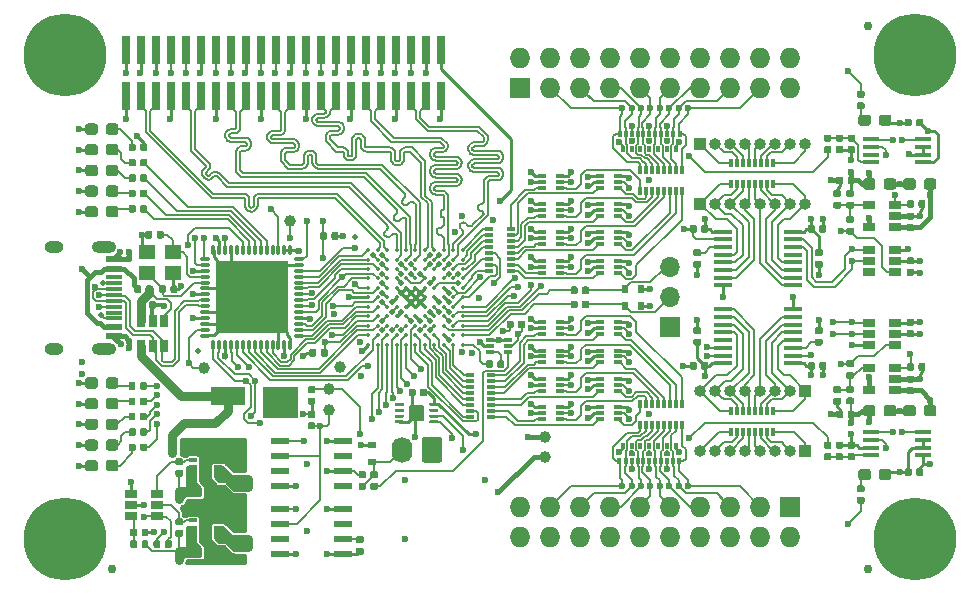
<source format=gtl>
G04 #@! TF.GenerationSoftware,KiCad,Pcbnew,(5.1.2)-1*
G04 #@! TF.CreationDate,2019-08-15T23:29:17+02:00*
G04 #@! TF.ProjectId,glasgow,676c6173-676f-4772-9e6b-696361645f70,rev?*
G04 #@! TF.SameCoordinates,Original*
G04 #@! TF.FileFunction,Copper,L1,Top*
G04 #@! TF.FilePolarity,Positive*
%FSLAX46Y46*%
G04 Gerber Fmt 4.6, Leading zero omitted, Abs format (unit mm)*
G04 Created by KiCad (PCBNEW (5.1.2)-1) date 2019-08-15 23:29:17*
%MOMM*%
%LPD*%
G04 APERTURE LIST*
%ADD10R,1.450000X0.600000*%
%ADD11R,1.450000X0.300000*%
%ADD12O,2.100000X1.000000*%
%ADD13O,1.600000X1.000000*%
%ADD14C,0.100000*%
%ADD15C,1.740000*%
%ADD16O,1.740000X2.200000*%
%ADD17R,3.000000X1.600000*%
%ADD18R,1.060000X0.650000*%
%ADD19C,0.650000*%
%ADD20R,0.650000X0.350000*%
%ADD21R,1.000000X1.600000*%
%ADD22C,0.950000*%
%ADD23R,1.400000X1.200000*%
%ADD24C,0.590000*%
%ADD25R,0.700000X0.350000*%
%ADD26R,0.700000X0.600000*%
%ADD27C,0.300000*%
%ADD28R,0.300000X0.500000*%
%ADD29R,0.450000X0.500000*%
%ADD30O,1.727200X1.727200*%
%ADD31R,1.727200X1.727200*%
%ADD32O,1.000000X1.000000*%
%ADD33R,1.000000X1.000000*%
%ADD34O,1.700000X1.700000*%
%ADD35R,1.700000X1.700000*%
%ADD36C,0.350000*%
%ADD37C,0.500000*%
%ADD38C,0.750000*%
%ADD39R,0.800000X0.300000*%
%ADD40C,0.250000*%
%ADD41C,1.300000*%
%ADD42R,1.500000X0.450000*%
%ADD43R,0.300000X0.800000*%
%ADD44R,1.450000X0.450000*%
%ADD45R,0.740000X2.400000*%
%ADD46C,1.000000*%
%ADD47C,0.600000*%
%ADD48R,6.220000X6.220000*%
%ADD49O,0.280000X1.000000*%
%ADD50O,1.000000X0.280000*%
%ADD51R,0.650000X1.060000*%
%ADD52R,1.550000X0.600000*%
%ADD53R,0.600000X0.700000*%
%ADD54C,0.800000*%
%ADD55C,7.000000*%
%ADD56C,0.150000*%
%ADD57C,0.250000*%
%ADD58C,0.450000*%
%ADD59C,0.750000*%
%ADD60C,0.350000*%
%ADD61C,0.160000*%
%ADD62C,0.190000*%
%ADD63C,0.254000*%
G04 APERTURE END LIST*
D10*
X58205000Y-98790000D03*
X58205000Y-97990000D03*
X58205000Y-93090000D03*
X58205000Y-92290000D03*
X58205000Y-92290000D03*
X58205000Y-93090000D03*
X58205000Y-97990000D03*
X58205000Y-98790000D03*
D11*
X58205000Y-93790000D03*
X58205000Y-94290000D03*
X58205000Y-94790000D03*
X58205000Y-95790000D03*
X58205000Y-96290000D03*
X58205000Y-96790000D03*
X58205000Y-97290000D03*
X58205000Y-95290000D03*
D12*
X57290000Y-99860000D03*
X57290000Y-91220000D03*
D13*
X53110000Y-91220000D03*
X53110000Y-99860000D03*
D14*
G36*
X85744505Y-107301204D02*
G01*
X85768773Y-107304804D01*
X85792572Y-107310765D01*
X85815671Y-107319030D01*
X85837850Y-107329520D01*
X85858893Y-107342132D01*
X85878599Y-107356747D01*
X85896777Y-107373223D01*
X85913253Y-107391401D01*
X85927868Y-107411107D01*
X85940480Y-107432150D01*
X85950970Y-107454329D01*
X85959235Y-107477428D01*
X85965196Y-107501227D01*
X85968796Y-107525495D01*
X85970000Y-107549999D01*
X85970000Y-109250001D01*
X85968796Y-109274505D01*
X85965196Y-109298773D01*
X85959235Y-109322572D01*
X85950970Y-109345671D01*
X85940480Y-109367850D01*
X85927868Y-109388893D01*
X85913253Y-109408599D01*
X85896777Y-109426777D01*
X85878599Y-109443253D01*
X85858893Y-109457868D01*
X85837850Y-109470480D01*
X85815671Y-109480970D01*
X85792572Y-109489235D01*
X85768773Y-109495196D01*
X85744505Y-109498796D01*
X85720001Y-109500000D01*
X84479999Y-109500000D01*
X84455495Y-109498796D01*
X84431227Y-109495196D01*
X84407428Y-109489235D01*
X84384329Y-109480970D01*
X84362150Y-109470480D01*
X84341107Y-109457868D01*
X84321401Y-109443253D01*
X84303223Y-109426777D01*
X84286747Y-109408599D01*
X84272132Y-109388893D01*
X84259520Y-109367850D01*
X84249030Y-109345671D01*
X84240765Y-109322572D01*
X84234804Y-109298773D01*
X84231204Y-109274505D01*
X84230000Y-109250001D01*
X84230000Y-107549999D01*
X84231204Y-107525495D01*
X84234804Y-107501227D01*
X84240765Y-107477428D01*
X84249030Y-107454329D01*
X84259520Y-107432150D01*
X84272132Y-107411107D01*
X84286747Y-107391401D01*
X84303223Y-107373223D01*
X84321401Y-107356747D01*
X84341107Y-107342132D01*
X84362150Y-107329520D01*
X84384329Y-107319030D01*
X84407428Y-107310765D01*
X84431227Y-107304804D01*
X84455495Y-107301204D01*
X84479999Y-107300000D01*
X85720001Y-107300000D01*
X85744505Y-107301204D01*
X85744505Y-107301204D01*
G37*
D15*
X85100000Y-108400000D03*
D16*
X82560000Y-108400000D03*
D17*
X67800000Y-103850000D03*
X72200000Y-103850000D03*
D18*
X122100000Y-89550000D03*
X122100000Y-87650000D03*
X124300000Y-87650000D03*
X124300000Y-88600000D03*
X124300000Y-89550000D03*
D19*
X65900000Y-109500000D03*
X65900000Y-110300000D03*
D20*
X66950000Y-110550000D03*
X66950000Y-109900000D03*
X66950000Y-109250000D03*
X64850000Y-109250000D03*
X64850000Y-109900000D03*
X64850000Y-110550000D03*
D21*
X65900000Y-109900000D03*
D19*
X65900000Y-114600000D03*
X65900000Y-115400000D03*
D20*
X66950000Y-115650000D03*
X66950000Y-115000000D03*
X66950000Y-114350000D03*
X64850000Y-114350000D03*
X64850000Y-115000000D03*
X64850000Y-115650000D03*
D21*
X65900000Y-115000000D03*
D14*
G36*
X65335779Y-111426144D02*
G01*
X65358834Y-111429563D01*
X65381443Y-111435227D01*
X65403387Y-111443079D01*
X65424457Y-111453044D01*
X65444448Y-111465026D01*
X65463168Y-111478910D01*
X65480438Y-111494562D01*
X65496090Y-111511832D01*
X65509974Y-111530552D01*
X65521956Y-111550543D01*
X65531921Y-111571613D01*
X65539773Y-111593557D01*
X65545437Y-111616166D01*
X65548856Y-111639221D01*
X65550000Y-111662500D01*
X65550000Y-112137500D01*
X65548856Y-112160779D01*
X65545437Y-112183834D01*
X65539773Y-112206443D01*
X65531921Y-112228387D01*
X65521956Y-112249457D01*
X65509974Y-112269448D01*
X65496090Y-112288168D01*
X65480438Y-112305438D01*
X65463168Y-112321090D01*
X65444448Y-112334974D01*
X65424457Y-112346956D01*
X65403387Y-112356921D01*
X65381443Y-112364773D01*
X65358834Y-112370437D01*
X65335779Y-112373856D01*
X65312500Y-112375000D01*
X64737500Y-112375000D01*
X64714221Y-112373856D01*
X64691166Y-112370437D01*
X64668557Y-112364773D01*
X64646613Y-112356921D01*
X64625543Y-112346956D01*
X64605552Y-112334974D01*
X64586832Y-112321090D01*
X64569562Y-112305438D01*
X64553910Y-112288168D01*
X64540026Y-112269448D01*
X64528044Y-112249457D01*
X64518079Y-112228387D01*
X64510227Y-112206443D01*
X64504563Y-112183834D01*
X64501144Y-112160779D01*
X64500000Y-112137500D01*
X64500000Y-111662500D01*
X64501144Y-111639221D01*
X64504563Y-111616166D01*
X64510227Y-111593557D01*
X64518079Y-111571613D01*
X64528044Y-111550543D01*
X64540026Y-111530552D01*
X64553910Y-111511832D01*
X64569562Y-111494562D01*
X64586832Y-111478910D01*
X64605552Y-111465026D01*
X64625543Y-111453044D01*
X64646613Y-111443079D01*
X64668557Y-111435227D01*
X64691166Y-111429563D01*
X64714221Y-111426144D01*
X64737500Y-111425000D01*
X65312500Y-111425000D01*
X65335779Y-111426144D01*
X65335779Y-111426144D01*
G37*
D22*
X65025000Y-111900000D03*
D14*
G36*
X67085779Y-111426144D02*
G01*
X67108834Y-111429563D01*
X67131443Y-111435227D01*
X67153387Y-111443079D01*
X67174457Y-111453044D01*
X67194448Y-111465026D01*
X67213168Y-111478910D01*
X67230438Y-111494562D01*
X67246090Y-111511832D01*
X67259974Y-111530552D01*
X67271956Y-111550543D01*
X67281921Y-111571613D01*
X67289773Y-111593557D01*
X67295437Y-111616166D01*
X67298856Y-111639221D01*
X67300000Y-111662500D01*
X67300000Y-112137500D01*
X67298856Y-112160779D01*
X67295437Y-112183834D01*
X67289773Y-112206443D01*
X67281921Y-112228387D01*
X67271956Y-112249457D01*
X67259974Y-112269448D01*
X67246090Y-112288168D01*
X67230438Y-112305438D01*
X67213168Y-112321090D01*
X67194448Y-112334974D01*
X67174457Y-112346956D01*
X67153387Y-112356921D01*
X67131443Y-112364773D01*
X67108834Y-112370437D01*
X67085779Y-112373856D01*
X67062500Y-112375000D01*
X66487500Y-112375000D01*
X66464221Y-112373856D01*
X66441166Y-112370437D01*
X66418557Y-112364773D01*
X66396613Y-112356921D01*
X66375543Y-112346956D01*
X66355552Y-112334974D01*
X66336832Y-112321090D01*
X66319562Y-112305438D01*
X66303910Y-112288168D01*
X66290026Y-112269448D01*
X66278044Y-112249457D01*
X66268079Y-112228387D01*
X66260227Y-112206443D01*
X66254563Y-112183834D01*
X66251144Y-112160779D01*
X66250000Y-112137500D01*
X66250000Y-111662500D01*
X66251144Y-111639221D01*
X66254563Y-111616166D01*
X66260227Y-111593557D01*
X66268079Y-111571613D01*
X66278044Y-111550543D01*
X66290026Y-111530552D01*
X66303910Y-111511832D01*
X66319562Y-111494562D01*
X66336832Y-111478910D01*
X66355552Y-111465026D01*
X66375543Y-111453044D01*
X66396613Y-111443079D01*
X66418557Y-111435227D01*
X66441166Y-111429563D01*
X66464221Y-111426144D01*
X66487500Y-111425000D01*
X67062500Y-111425000D01*
X67085779Y-111426144D01*
X67085779Y-111426144D01*
G37*
D22*
X66775000Y-111900000D03*
D23*
X60960000Y-91700000D03*
X63160000Y-91700000D03*
X63160000Y-93400000D03*
X60960000Y-93400000D03*
D14*
G36*
X58335779Y-109276144D02*
G01*
X58358834Y-109279563D01*
X58381443Y-109285227D01*
X58403387Y-109293079D01*
X58424457Y-109303044D01*
X58444448Y-109315026D01*
X58463168Y-109328910D01*
X58480438Y-109344562D01*
X58496090Y-109361832D01*
X58509974Y-109380552D01*
X58521956Y-109400543D01*
X58531921Y-109421613D01*
X58539773Y-109443557D01*
X58545437Y-109466166D01*
X58548856Y-109489221D01*
X58550000Y-109512500D01*
X58550000Y-109987500D01*
X58548856Y-110010779D01*
X58545437Y-110033834D01*
X58539773Y-110056443D01*
X58531921Y-110078387D01*
X58521956Y-110099457D01*
X58509974Y-110119448D01*
X58496090Y-110138168D01*
X58480438Y-110155438D01*
X58463168Y-110171090D01*
X58444448Y-110184974D01*
X58424457Y-110196956D01*
X58403387Y-110206921D01*
X58381443Y-110214773D01*
X58358834Y-110220437D01*
X58335779Y-110223856D01*
X58312500Y-110225000D01*
X57737500Y-110225000D01*
X57714221Y-110223856D01*
X57691166Y-110220437D01*
X57668557Y-110214773D01*
X57646613Y-110206921D01*
X57625543Y-110196956D01*
X57605552Y-110184974D01*
X57586832Y-110171090D01*
X57569562Y-110155438D01*
X57553910Y-110138168D01*
X57540026Y-110119448D01*
X57528044Y-110099457D01*
X57518079Y-110078387D01*
X57510227Y-110056443D01*
X57504563Y-110033834D01*
X57501144Y-110010779D01*
X57500000Y-109987500D01*
X57500000Y-109512500D01*
X57501144Y-109489221D01*
X57504563Y-109466166D01*
X57510227Y-109443557D01*
X57518079Y-109421613D01*
X57528044Y-109400543D01*
X57540026Y-109380552D01*
X57553910Y-109361832D01*
X57569562Y-109344562D01*
X57586832Y-109328910D01*
X57605552Y-109315026D01*
X57625543Y-109303044D01*
X57646613Y-109293079D01*
X57668557Y-109285227D01*
X57691166Y-109279563D01*
X57714221Y-109276144D01*
X57737500Y-109275000D01*
X58312500Y-109275000D01*
X58335779Y-109276144D01*
X58335779Y-109276144D01*
G37*
D22*
X58025000Y-109750000D03*
D14*
G36*
X56585779Y-109276144D02*
G01*
X56608834Y-109279563D01*
X56631443Y-109285227D01*
X56653387Y-109293079D01*
X56674457Y-109303044D01*
X56694448Y-109315026D01*
X56713168Y-109328910D01*
X56730438Y-109344562D01*
X56746090Y-109361832D01*
X56759974Y-109380552D01*
X56771956Y-109400543D01*
X56781921Y-109421613D01*
X56789773Y-109443557D01*
X56795437Y-109466166D01*
X56798856Y-109489221D01*
X56800000Y-109512500D01*
X56800000Y-109987500D01*
X56798856Y-110010779D01*
X56795437Y-110033834D01*
X56789773Y-110056443D01*
X56781921Y-110078387D01*
X56771956Y-110099457D01*
X56759974Y-110119448D01*
X56746090Y-110138168D01*
X56730438Y-110155438D01*
X56713168Y-110171090D01*
X56694448Y-110184974D01*
X56674457Y-110196956D01*
X56653387Y-110206921D01*
X56631443Y-110214773D01*
X56608834Y-110220437D01*
X56585779Y-110223856D01*
X56562500Y-110225000D01*
X55987500Y-110225000D01*
X55964221Y-110223856D01*
X55941166Y-110220437D01*
X55918557Y-110214773D01*
X55896613Y-110206921D01*
X55875543Y-110196956D01*
X55855552Y-110184974D01*
X55836832Y-110171090D01*
X55819562Y-110155438D01*
X55803910Y-110138168D01*
X55790026Y-110119448D01*
X55778044Y-110099457D01*
X55768079Y-110078387D01*
X55760227Y-110056443D01*
X55754563Y-110033834D01*
X55751144Y-110010779D01*
X55750000Y-109987500D01*
X55750000Y-109512500D01*
X55751144Y-109489221D01*
X55754563Y-109466166D01*
X55760227Y-109443557D01*
X55768079Y-109421613D01*
X55778044Y-109400543D01*
X55790026Y-109380552D01*
X55803910Y-109361832D01*
X55819562Y-109344562D01*
X55836832Y-109328910D01*
X55855552Y-109315026D01*
X55875543Y-109303044D01*
X55896613Y-109293079D01*
X55918557Y-109285227D01*
X55941166Y-109279563D01*
X55964221Y-109276144D01*
X55987500Y-109275000D01*
X56562500Y-109275000D01*
X56585779Y-109276144D01*
X56585779Y-109276144D01*
G37*
D22*
X56275000Y-109750000D03*
D14*
G36*
X58335779Y-107526144D02*
G01*
X58358834Y-107529563D01*
X58381443Y-107535227D01*
X58403387Y-107543079D01*
X58424457Y-107553044D01*
X58444448Y-107565026D01*
X58463168Y-107578910D01*
X58480438Y-107594562D01*
X58496090Y-107611832D01*
X58509974Y-107630552D01*
X58521956Y-107650543D01*
X58531921Y-107671613D01*
X58539773Y-107693557D01*
X58545437Y-107716166D01*
X58548856Y-107739221D01*
X58550000Y-107762500D01*
X58550000Y-108237500D01*
X58548856Y-108260779D01*
X58545437Y-108283834D01*
X58539773Y-108306443D01*
X58531921Y-108328387D01*
X58521956Y-108349457D01*
X58509974Y-108369448D01*
X58496090Y-108388168D01*
X58480438Y-108405438D01*
X58463168Y-108421090D01*
X58444448Y-108434974D01*
X58424457Y-108446956D01*
X58403387Y-108456921D01*
X58381443Y-108464773D01*
X58358834Y-108470437D01*
X58335779Y-108473856D01*
X58312500Y-108475000D01*
X57737500Y-108475000D01*
X57714221Y-108473856D01*
X57691166Y-108470437D01*
X57668557Y-108464773D01*
X57646613Y-108456921D01*
X57625543Y-108446956D01*
X57605552Y-108434974D01*
X57586832Y-108421090D01*
X57569562Y-108405438D01*
X57553910Y-108388168D01*
X57540026Y-108369448D01*
X57528044Y-108349457D01*
X57518079Y-108328387D01*
X57510227Y-108306443D01*
X57504563Y-108283834D01*
X57501144Y-108260779D01*
X57500000Y-108237500D01*
X57500000Y-107762500D01*
X57501144Y-107739221D01*
X57504563Y-107716166D01*
X57510227Y-107693557D01*
X57518079Y-107671613D01*
X57528044Y-107650543D01*
X57540026Y-107630552D01*
X57553910Y-107611832D01*
X57569562Y-107594562D01*
X57586832Y-107578910D01*
X57605552Y-107565026D01*
X57625543Y-107553044D01*
X57646613Y-107543079D01*
X57668557Y-107535227D01*
X57691166Y-107529563D01*
X57714221Y-107526144D01*
X57737500Y-107525000D01*
X58312500Y-107525000D01*
X58335779Y-107526144D01*
X58335779Y-107526144D01*
G37*
D22*
X58025000Y-108000000D03*
D14*
G36*
X56585779Y-107526144D02*
G01*
X56608834Y-107529563D01*
X56631443Y-107535227D01*
X56653387Y-107543079D01*
X56674457Y-107553044D01*
X56694448Y-107565026D01*
X56713168Y-107578910D01*
X56730438Y-107594562D01*
X56746090Y-107611832D01*
X56759974Y-107630552D01*
X56771956Y-107650543D01*
X56781921Y-107671613D01*
X56789773Y-107693557D01*
X56795437Y-107716166D01*
X56798856Y-107739221D01*
X56800000Y-107762500D01*
X56800000Y-108237500D01*
X56798856Y-108260779D01*
X56795437Y-108283834D01*
X56789773Y-108306443D01*
X56781921Y-108328387D01*
X56771956Y-108349457D01*
X56759974Y-108369448D01*
X56746090Y-108388168D01*
X56730438Y-108405438D01*
X56713168Y-108421090D01*
X56694448Y-108434974D01*
X56674457Y-108446956D01*
X56653387Y-108456921D01*
X56631443Y-108464773D01*
X56608834Y-108470437D01*
X56585779Y-108473856D01*
X56562500Y-108475000D01*
X55987500Y-108475000D01*
X55964221Y-108473856D01*
X55941166Y-108470437D01*
X55918557Y-108464773D01*
X55896613Y-108456921D01*
X55875543Y-108446956D01*
X55855552Y-108434974D01*
X55836832Y-108421090D01*
X55819562Y-108405438D01*
X55803910Y-108388168D01*
X55790026Y-108369448D01*
X55778044Y-108349457D01*
X55768079Y-108328387D01*
X55760227Y-108306443D01*
X55754563Y-108283834D01*
X55751144Y-108260779D01*
X55750000Y-108237500D01*
X55750000Y-107762500D01*
X55751144Y-107739221D01*
X55754563Y-107716166D01*
X55760227Y-107693557D01*
X55768079Y-107671613D01*
X55778044Y-107650543D01*
X55790026Y-107630552D01*
X55803910Y-107611832D01*
X55819562Y-107594562D01*
X55836832Y-107578910D01*
X55855552Y-107565026D01*
X55875543Y-107553044D01*
X55896613Y-107543079D01*
X55918557Y-107535227D01*
X55941166Y-107529563D01*
X55964221Y-107526144D01*
X55987500Y-107525000D01*
X56562500Y-107525000D01*
X56585779Y-107526144D01*
X56585779Y-107526144D01*
G37*
D22*
X56275000Y-108000000D03*
D14*
G36*
X58335779Y-105776144D02*
G01*
X58358834Y-105779563D01*
X58381443Y-105785227D01*
X58403387Y-105793079D01*
X58424457Y-105803044D01*
X58444448Y-105815026D01*
X58463168Y-105828910D01*
X58480438Y-105844562D01*
X58496090Y-105861832D01*
X58509974Y-105880552D01*
X58521956Y-105900543D01*
X58531921Y-105921613D01*
X58539773Y-105943557D01*
X58545437Y-105966166D01*
X58548856Y-105989221D01*
X58550000Y-106012500D01*
X58550000Y-106487500D01*
X58548856Y-106510779D01*
X58545437Y-106533834D01*
X58539773Y-106556443D01*
X58531921Y-106578387D01*
X58521956Y-106599457D01*
X58509974Y-106619448D01*
X58496090Y-106638168D01*
X58480438Y-106655438D01*
X58463168Y-106671090D01*
X58444448Y-106684974D01*
X58424457Y-106696956D01*
X58403387Y-106706921D01*
X58381443Y-106714773D01*
X58358834Y-106720437D01*
X58335779Y-106723856D01*
X58312500Y-106725000D01*
X57737500Y-106725000D01*
X57714221Y-106723856D01*
X57691166Y-106720437D01*
X57668557Y-106714773D01*
X57646613Y-106706921D01*
X57625543Y-106696956D01*
X57605552Y-106684974D01*
X57586832Y-106671090D01*
X57569562Y-106655438D01*
X57553910Y-106638168D01*
X57540026Y-106619448D01*
X57528044Y-106599457D01*
X57518079Y-106578387D01*
X57510227Y-106556443D01*
X57504563Y-106533834D01*
X57501144Y-106510779D01*
X57500000Y-106487500D01*
X57500000Y-106012500D01*
X57501144Y-105989221D01*
X57504563Y-105966166D01*
X57510227Y-105943557D01*
X57518079Y-105921613D01*
X57528044Y-105900543D01*
X57540026Y-105880552D01*
X57553910Y-105861832D01*
X57569562Y-105844562D01*
X57586832Y-105828910D01*
X57605552Y-105815026D01*
X57625543Y-105803044D01*
X57646613Y-105793079D01*
X57668557Y-105785227D01*
X57691166Y-105779563D01*
X57714221Y-105776144D01*
X57737500Y-105775000D01*
X58312500Y-105775000D01*
X58335779Y-105776144D01*
X58335779Y-105776144D01*
G37*
D22*
X58025000Y-106250000D03*
D14*
G36*
X56585779Y-105776144D02*
G01*
X56608834Y-105779563D01*
X56631443Y-105785227D01*
X56653387Y-105793079D01*
X56674457Y-105803044D01*
X56694448Y-105815026D01*
X56713168Y-105828910D01*
X56730438Y-105844562D01*
X56746090Y-105861832D01*
X56759974Y-105880552D01*
X56771956Y-105900543D01*
X56781921Y-105921613D01*
X56789773Y-105943557D01*
X56795437Y-105966166D01*
X56798856Y-105989221D01*
X56800000Y-106012500D01*
X56800000Y-106487500D01*
X56798856Y-106510779D01*
X56795437Y-106533834D01*
X56789773Y-106556443D01*
X56781921Y-106578387D01*
X56771956Y-106599457D01*
X56759974Y-106619448D01*
X56746090Y-106638168D01*
X56730438Y-106655438D01*
X56713168Y-106671090D01*
X56694448Y-106684974D01*
X56674457Y-106696956D01*
X56653387Y-106706921D01*
X56631443Y-106714773D01*
X56608834Y-106720437D01*
X56585779Y-106723856D01*
X56562500Y-106725000D01*
X55987500Y-106725000D01*
X55964221Y-106723856D01*
X55941166Y-106720437D01*
X55918557Y-106714773D01*
X55896613Y-106706921D01*
X55875543Y-106696956D01*
X55855552Y-106684974D01*
X55836832Y-106671090D01*
X55819562Y-106655438D01*
X55803910Y-106638168D01*
X55790026Y-106619448D01*
X55778044Y-106599457D01*
X55768079Y-106578387D01*
X55760227Y-106556443D01*
X55754563Y-106533834D01*
X55751144Y-106510779D01*
X55750000Y-106487500D01*
X55750000Y-106012500D01*
X55751144Y-105989221D01*
X55754563Y-105966166D01*
X55760227Y-105943557D01*
X55768079Y-105921613D01*
X55778044Y-105900543D01*
X55790026Y-105880552D01*
X55803910Y-105861832D01*
X55819562Y-105844562D01*
X55836832Y-105828910D01*
X55855552Y-105815026D01*
X55875543Y-105803044D01*
X55896613Y-105793079D01*
X55918557Y-105785227D01*
X55941166Y-105779563D01*
X55964221Y-105776144D01*
X55987500Y-105775000D01*
X56562500Y-105775000D01*
X56585779Y-105776144D01*
X56585779Y-105776144D01*
G37*
D22*
X56275000Y-106250000D03*
D14*
G36*
X58335779Y-104026144D02*
G01*
X58358834Y-104029563D01*
X58381443Y-104035227D01*
X58403387Y-104043079D01*
X58424457Y-104053044D01*
X58444448Y-104065026D01*
X58463168Y-104078910D01*
X58480438Y-104094562D01*
X58496090Y-104111832D01*
X58509974Y-104130552D01*
X58521956Y-104150543D01*
X58531921Y-104171613D01*
X58539773Y-104193557D01*
X58545437Y-104216166D01*
X58548856Y-104239221D01*
X58550000Y-104262500D01*
X58550000Y-104737500D01*
X58548856Y-104760779D01*
X58545437Y-104783834D01*
X58539773Y-104806443D01*
X58531921Y-104828387D01*
X58521956Y-104849457D01*
X58509974Y-104869448D01*
X58496090Y-104888168D01*
X58480438Y-104905438D01*
X58463168Y-104921090D01*
X58444448Y-104934974D01*
X58424457Y-104946956D01*
X58403387Y-104956921D01*
X58381443Y-104964773D01*
X58358834Y-104970437D01*
X58335779Y-104973856D01*
X58312500Y-104975000D01*
X57737500Y-104975000D01*
X57714221Y-104973856D01*
X57691166Y-104970437D01*
X57668557Y-104964773D01*
X57646613Y-104956921D01*
X57625543Y-104946956D01*
X57605552Y-104934974D01*
X57586832Y-104921090D01*
X57569562Y-104905438D01*
X57553910Y-104888168D01*
X57540026Y-104869448D01*
X57528044Y-104849457D01*
X57518079Y-104828387D01*
X57510227Y-104806443D01*
X57504563Y-104783834D01*
X57501144Y-104760779D01*
X57500000Y-104737500D01*
X57500000Y-104262500D01*
X57501144Y-104239221D01*
X57504563Y-104216166D01*
X57510227Y-104193557D01*
X57518079Y-104171613D01*
X57528044Y-104150543D01*
X57540026Y-104130552D01*
X57553910Y-104111832D01*
X57569562Y-104094562D01*
X57586832Y-104078910D01*
X57605552Y-104065026D01*
X57625543Y-104053044D01*
X57646613Y-104043079D01*
X57668557Y-104035227D01*
X57691166Y-104029563D01*
X57714221Y-104026144D01*
X57737500Y-104025000D01*
X58312500Y-104025000D01*
X58335779Y-104026144D01*
X58335779Y-104026144D01*
G37*
D22*
X58025000Y-104500000D03*
D14*
G36*
X56585779Y-104026144D02*
G01*
X56608834Y-104029563D01*
X56631443Y-104035227D01*
X56653387Y-104043079D01*
X56674457Y-104053044D01*
X56694448Y-104065026D01*
X56713168Y-104078910D01*
X56730438Y-104094562D01*
X56746090Y-104111832D01*
X56759974Y-104130552D01*
X56771956Y-104150543D01*
X56781921Y-104171613D01*
X56789773Y-104193557D01*
X56795437Y-104216166D01*
X56798856Y-104239221D01*
X56800000Y-104262500D01*
X56800000Y-104737500D01*
X56798856Y-104760779D01*
X56795437Y-104783834D01*
X56789773Y-104806443D01*
X56781921Y-104828387D01*
X56771956Y-104849457D01*
X56759974Y-104869448D01*
X56746090Y-104888168D01*
X56730438Y-104905438D01*
X56713168Y-104921090D01*
X56694448Y-104934974D01*
X56674457Y-104946956D01*
X56653387Y-104956921D01*
X56631443Y-104964773D01*
X56608834Y-104970437D01*
X56585779Y-104973856D01*
X56562500Y-104975000D01*
X55987500Y-104975000D01*
X55964221Y-104973856D01*
X55941166Y-104970437D01*
X55918557Y-104964773D01*
X55896613Y-104956921D01*
X55875543Y-104946956D01*
X55855552Y-104934974D01*
X55836832Y-104921090D01*
X55819562Y-104905438D01*
X55803910Y-104888168D01*
X55790026Y-104869448D01*
X55778044Y-104849457D01*
X55768079Y-104828387D01*
X55760227Y-104806443D01*
X55754563Y-104783834D01*
X55751144Y-104760779D01*
X55750000Y-104737500D01*
X55750000Y-104262500D01*
X55751144Y-104239221D01*
X55754563Y-104216166D01*
X55760227Y-104193557D01*
X55768079Y-104171613D01*
X55778044Y-104150543D01*
X55790026Y-104130552D01*
X55803910Y-104111832D01*
X55819562Y-104094562D01*
X55836832Y-104078910D01*
X55855552Y-104065026D01*
X55875543Y-104053044D01*
X55896613Y-104043079D01*
X55918557Y-104035227D01*
X55941166Y-104029563D01*
X55964221Y-104026144D01*
X55987500Y-104025000D01*
X56562500Y-104025000D01*
X56585779Y-104026144D01*
X56585779Y-104026144D01*
G37*
D22*
X56275000Y-104500000D03*
D14*
G36*
X58335779Y-102276144D02*
G01*
X58358834Y-102279563D01*
X58381443Y-102285227D01*
X58403387Y-102293079D01*
X58424457Y-102303044D01*
X58444448Y-102315026D01*
X58463168Y-102328910D01*
X58480438Y-102344562D01*
X58496090Y-102361832D01*
X58509974Y-102380552D01*
X58521956Y-102400543D01*
X58531921Y-102421613D01*
X58539773Y-102443557D01*
X58545437Y-102466166D01*
X58548856Y-102489221D01*
X58550000Y-102512500D01*
X58550000Y-102987500D01*
X58548856Y-103010779D01*
X58545437Y-103033834D01*
X58539773Y-103056443D01*
X58531921Y-103078387D01*
X58521956Y-103099457D01*
X58509974Y-103119448D01*
X58496090Y-103138168D01*
X58480438Y-103155438D01*
X58463168Y-103171090D01*
X58444448Y-103184974D01*
X58424457Y-103196956D01*
X58403387Y-103206921D01*
X58381443Y-103214773D01*
X58358834Y-103220437D01*
X58335779Y-103223856D01*
X58312500Y-103225000D01*
X57737500Y-103225000D01*
X57714221Y-103223856D01*
X57691166Y-103220437D01*
X57668557Y-103214773D01*
X57646613Y-103206921D01*
X57625543Y-103196956D01*
X57605552Y-103184974D01*
X57586832Y-103171090D01*
X57569562Y-103155438D01*
X57553910Y-103138168D01*
X57540026Y-103119448D01*
X57528044Y-103099457D01*
X57518079Y-103078387D01*
X57510227Y-103056443D01*
X57504563Y-103033834D01*
X57501144Y-103010779D01*
X57500000Y-102987500D01*
X57500000Y-102512500D01*
X57501144Y-102489221D01*
X57504563Y-102466166D01*
X57510227Y-102443557D01*
X57518079Y-102421613D01*
X57528044Y-102400543D01*
X57540026Y-102380552D01*
X57553910Y-102361832D01*
X57569562Y-102344562D01*
X57586832Y-102328910D01*
X57605552Y-102315026D01*
X57625543Y-102303044D01*
X57646613Y-102293079D01*
X57668557Y-102285227D01*
X57691166Y-102279563D01*
X57714221Y-102276144D01*
X57737500Y-102275000D01*
X58312500Y-102275000D01*
X58335779Y-102276144D01*
X58335779Y-102276144D01*
G37*
D22*
X58025000Y-102750000D03*
D14*
G36*
X56585779Y-102276144D02*
G01*
X56608834Y-102279563D01*
X56631443Y-102285227D01*
X56653387Y-102293079D01*
X56674457Y-102303044D01*
X56694448Y-102315026D01*
X56713168Y-102328910D01*
X56730438Y-102344562D01*
X56746090Y-102361832D01*
X56759974Y-102380552D01*
X56771956Y-102400543D01*
X56781921Y-102421613D01*
X56789773Y-102443557D01*
X56795437Y-102466166D01*
X56798856Y-102489221D01*
X56800000Y-102512500D01*
X56800000Y-102987500D01*
X56798856Y-103010779D01*
X56795437Y-103033834D01*
X56789773Y-103056443D01*
X56781921Y-103078387D01*
X56771956Y-103099457D01*
X56759974Y-103119448D01*
X56746090Y-103138168D01*
X56730438Y-103155438D01*
X56713168Y-103171090D01*
X56694448Y-103184974D01*
X56674457Y-103196956D01*
X56653387Y-103206921D01*
X56631443Y-103214773D01*
X56608834Y-103220437D01*
X56585779Y-103223856D01*
X56562500Y-103225000D01*
X55987500Y-103225000D01*
X55964221Y-103223856D01*
X55941166Y-103220437D01*
X55918557Y-103214773D01*
X55896613Y-103206921D01*
X55875543Y-103196956D01*
X55855552Y-103184974D01*
X55836832Y-103171090D01*
X55819562Y-103155438D01*
X55803910Y-103138168D01*
X55790026Y-103119448D01*
X55778044Y-103099457D01*
X55768079Y-103078387D01*
X55760227Y-103056443D01*
X55754563Y-103033834D01*
X55751144Y-103010779D01*
X55750000Y-102987500D01*
X55750000Y-102512500D01*
X55751144Y-102489221D01*
X55754563Y-102466166D01*
X55760227Y-102443557D01*
X55768079Y-102421613D01*
X55778044Y-102400543D01*
X55790026Y-102380552D01*
X55803910Y-102361832D01*
X55819562Y-102344562D01*
X55836832Y-102328910D01*
X55855552Y-102315026D01*
X55875543Y-102303044D01*
X55896613Y-102293079D01*
X55918557Y-102285227D01*
X55941166Y-102279563D01*
X55964221Y-102276144D01*
X55987500Y-102275000D01*
X56562500Y-102275000D01*
X56585779Y-102276144D01*
X56585779Y-102276144D01*
G37*
D22*
X56275000Y-102750000D03*
D14*
G36*
X58335779Y-87776144D02*
G01*
X58358834Y-87779563D01*
X58381443Y-87785227D01*
X58403387Y-87793079D01*
X58424457Y-87803044D01*
X58444448Y-87815026D01*
X58463168Y-87828910D01*
X58480438Y-87844562D01*
X58496090Y-87861832D01*
X58509974Y-87880552D01*
X58521956Y-87900543D01*
X58531921Y-87921613D01*
X58539773Y-87943557D01*
X58545437Y-87966166D01*
X58548856Y-87989221D01*
X58550000Y-88012500D01*
X58550000Y-88487500D01*
X58548856Y-88510779D01*
X58545437Y-88533834D01*
X58539773Y-88556443D01*
X58531921Y-88578387D01*
X58521956Y-88599457D01*
X58509974Y-88619448D01*
X58496090Y-88638168D01*
X58480438Y-88655438D01*
X58463168Y-88671090D01*
X58444448Y-88684974D01*
X58424457Y-88696956D01*
X58403387Y-88706921D01*
X58381443Y-88714773D01*
X58358834Y-88720437D01*
X58335779Y-88723856D01*
X58312500Y-88725000D01*
X57737500Y-88725000D01*
X57714221Y-88723856D01*
X57691166Y-88720437D01*
X57668557Y-88714773D01*
X57646613Y-88706921D01*
X57625543Y-88696956D01*
X57605552Y-88684974D01*
X57586832Y-88671090D01*
X57569562Y-88655438D01*
X57553910Y-88638168D01*
X57540026Y-88619448D01*
X57528044Y-88599457D01*
X57518079Y-88578387D01*
X57510227Y-88556443D01*
X57504563Y-88533834D01*
X57501144Y-88510779D01*
X57500000Y-88487500D01*
X57500000Y-88012500D01*
X57501144Y-87989221D01*
X57504563Y-87966166D01*
X57510227Y-87943557D01*
X57518079Y-87921613D01*
X57528044Y-87900543D01*
X57540026Y-87880552D01*
X57553910Y-87861832D01*
X57569562Y-87844562D01*
X57586832Y-87828910D01*
X57605552Y-87815026D01*
X57625543Y-87803044D01*
X57646613Y-87793079D01*
X57668557Y-87785227D01*
X57691166Y-87779563D01*
X57714221Y-87776144D01*
X57737500Y-87775000D01*
X58312500Y-87775000D01*
X58335779Y-87776144D01*
X58335779Y-87776144D01*
G37*
D22*
X58025000Y-88250000D03*
D14*
G36*
X56585779Y-87776144D02*
G01*
X56608834Y-87779563D01*
X56631443Y-87785227D01*
X56653387Y-87793079D01*
X56674457Y-87803044D01*
X56694448Y-87815026D01*
X56713168Y-87828910D01*
X56730438Y-87844562D01*
X56746090Y-87861832D01*
X56759974Y-87880552D01*
X56771956Y-87900543D01*
X56781921Y-87921613D01*
X56789773Y-87943557D01*
X56795437Y-87966166D01*
X56798856Y-87989221D01*
X56800000Y-88012500D01*
X56800000Y-88487500D01*
X56798856Y-88510779D01*
X56795437Y-88533834D01*
X56789773Y-88556443D01*
X56781921Y-88578387D01*
X56771956Y-88599457D01*
X56759974Y-88619448D01*
X56746090Y-88638168D01*
X56730438Y-88655438D01*
X56713168Y-88671090D01*
X56694448Y-88684974D01*
X56674457Y-88696956D01*
X56653387Y-88706921D01*
X56631443Y-88714773D01*
X56608834Y-88720437D01*
X56585779Y-88723856D01*
X56562500Y-88725000D01*
X55987500Y-88725000D01*
X55964221Y-88723856D01*
X55941166Y-88720437D01*
X55918557Y-88714773D01*
X55896613Y-88706921D01*
X55875543Y-88696956D01*
X55855552Y-88684974D01*
X55836832Y-88671090D01*
X55819562Y-88655438D01*
X55803910Y-88638168D01*
X55790026Y-88619448D01*
X55778044Y-88599457D01*
X55768079Y-88578387D01*
X55760227Y-88556443D01*
X55754563Y-88533834D01*
X55751144Y-88510779D01*
X55750000Y-88487500D01*
X55750000Y-88012500D01*
X55751144Y-87989221D01*
X55754563Y-87966166D01*
X55760227Y-87943557D01*
X55768079Y-87921613D01*
X55778044Y-87900543D01*
X55790026Y-87880552D01*
X55803910Y-87861832D01*
X55819562Y-87844562D01*
X55836832Y-87828910D01*
X55855552Y-87815026D01*
X55875543Y-87803044D01*
X55896613Y-87793079D01*
X55918557Y-87785227D01*
X55941166Y-87779563D01*
X55964221Y-87776144D01*
X55987500Y-87775000D01*
X56562500Y-87775000D01*
X56585779Y-87776144D01*
X56585779Y-87776144D01*
G37*
D22*
X56275000Y-88250000D03*
D14*
G36*
X58335779Y-86026144D02*
G01*
X58358834Y-86029563D01*
X58381443Y-86035227D01*
X58403387Y-86043079D01*
X58424457Y-86053044D01*
X58444448Y-86065026D01*
X58463168Y-86078910D01*
X58480438Y-86094562D01*
X58496090Y-86111832D01*
X58509974Y-86130552D01*
X58521956Y-86150543D01*
X58531921Y-86171613D01*
X58539773Y-86193557D01*
X58545437Y-86216166D01*
X58548856Y-86239221D01*
X58550000Y-86262500D01*
X58550000Y-86737500D01*
X58548856Y-86760779D01*
X58545437Y-86783834D01*
X58539773Y-86806443D01*
X58531921Y-86828387D01*
X58521956Y-86849457D01*
X58509974Y-86869448D01*
X58496090Y-86888168D01*
X58480438Y-86905438D01*
X58463168Y-86921090D01*
X58444448Y-86934974D01*
X58424457Y-86946956D01*
X58403387Y-86956921D01*
X58381443Y-86964773D01*
X58358834Y-86970437D01*
X58335779Y-86973856D01*
X58312500Y-86975000D01*
X57737500Y-86975000D01*
X57714221Y-86973856D01*
X57691166Y-86970437D01*
X57668557Y-86964773D01*
X57646613Y-86956921D01*
X57625543Y-86946956D01*
X57605552Y-86934974D01*
X57586832Y-86921090D01*
X57569562Y-86905438D01*
X57553910Y-86888168D01*
X57540026Y-86869448D01*
X57528044Y-86849457D01*
X57518079Y-86828387D01*
X57510227Y-86806443D01*
X57504563Y-86783834D01*
X57501144Y-86760779D01*
X57500000Y-86737500D01*
X57500000Y-86262500D01*
X57501144Y-86239221D01*
X57504563Y-86216166D01*
X57510227Y-86193557D01*
X57518079Y-86171613D01*
X57528044Y-86150543D01*
X57540026Y-86130552D01*
X57553910Y-86111832D01*
X57569562Y-86094562D01*
X57586832Y-86078910D01*
X57605552Y-86065026D01*
X57625543Y-86053044D01*
X57646613Y-86043079D01*
X57668557Y-86035227D01*
X57691166Y-86029563D01*
X57714221Y-86026144D01*
X57737500Y-86025000D01*
X58312500Y-86025000D01*
X58335779Y-86026144D01*
X58335779Y-86026144D01*
G37*
D22*
X58025000Y-86500000D03*
D14*
G36*
X56585779Y-86026144D02*
G01*
X56608834Y-86029563D01*
X56631443Y-86035227D01*
X56653387Y-86043079D01*
X56674457Y-86053044D01*
X56694448Y-86065026D01*
X56713168Y-86078910D01*
X56730438Y-86094562D01*
X56746090Y-86111832D01*
X56759974Y-86130552D01*
X56771956Y-86150543D01*
X56781921Y-86171613D01*
X56789773Y-86193557D01*
X56795437Y-86216166D01*
X56798856Y-86239221D01*
X56800000Y-86262500D01*
X56800000Y-86737500D01*
X56798856Y-86760779D01*
X56795437Y-86783834D01*
X56789773Y-86806443D01*
X56781921Y-86828387D01*
X56771956Y-86849457D01*
X56759974Y-86869448D01*
X56746090Y-86888168D01*
X56730438Y-86905438D01*
X56713168Y-86921090D01*
X56694448Y-86934974D01*
X56674457Y-86946956D01*
X56653387Y-86956921D01*
X56631443Y-86964773D01*
X56608834Y-86970437D01*
X56585779Y-86973856D01*
X56562500Y-86975000D01*
X55987500Y-86975000D01*
X55964221Y-86973856D01*
X55941166Y-86970437D01*
X55918557Y-86964773D01*
X55896613Y-86956921D01*
X55875543Y-86946956D01*
X55855552Y-86934974D01*
X55836832Y-86921090D01*
X55819562Y-86905438D01*
X55803910Y-86888168D01*
X55790026Y-86869448D01*
X55778044Y-86849457D01*
X55768079Y-86828387D01*
X55760227Y-86806443D01*
X55754563Y-86783834D01*
X55751144Y-86760779D01*
X55750000Y-86737500D01*
X55750000Y-86262500D01*
X55751144Y-86239221D01*
X55754563Y-86216166D01*
X55760227Y-86193557D01*
X55768079Y-86171613D01*
X55778044Y-86150543D01*
X55790026Y-86130552D01*
X55803910Y-86111832D01*
X55819562Y-86094562D01*
X55836832Y-86078910D01*
X55855552Y-86065026D01*
X55875543Y-86053044D01*
X55896613Y-86043079D01*
X55918557Y-86035227D01*
X55941166Y-86029563D01*
X55964221Y-86026144D01*
X55987500Y-86025000D01*
X56562500Y-86025000D01*
X56585779Y-86026144D01*
X56585779Y-86026144D01*
G37*
D22*
X56275000Y-86500000D03*
D14*
G36*
X58335779Y-84276144D02*
G01*
X58358834Y-84279563D01*
X58381443Y-84285227D01*
X58403387Y-84293079D01*
X58424457Y-84303044D01*
X58444448Y-84315026D01*
X58463168Y-84328910D01*
X58480438Y-84344562D01*
X58496090Y-84361832D01*
X58509974Y-84380552D01*
X58521956Y-84400543D01*
X58531921Y-84421613D01*
X58539773Y-84443557D01*
X58545437Y-84466166D01*
X58548856Y-84489221D01*
X58550000Y-84512500D01*
X58550000Y-84987500D01*
X58548856Y-85010779D01*
X58545437Y-85033834D01*
X58539773Y-85056443D01*
X58531921Y-85078387D01*
X58521956Y-85099457D01*
X58509974Y-85119448D01*
X58496090Y-85138168D01*
X58480438Y-85155438D01*
X58463168Y-85171090D01*
X58444448Y-85184974D01*
X58424457Y-85196956D01*
X58403387Y-85206921D01*
X58381443Y-85214773D01*
X58358834Y-85220437D01*
X58335779Y-85223856D01*
X58312500Y-85225000D01*
X57737500Y-85225000D01*
X57714221Y-85223856D01*
X57691166Y-85220437D01*
X57668557Y-85214773D01*
X57646613Y-85206921D01*
X57625543Y-85196956D01*
X57605552Y-85184974D01*
X57586832Y-85171090D01*
X57569562Y-85155438D01*
X57553910Y-85138168D01*
X57540026Y-85119448D01*
X57528044Y-85099457D01*
X57518079Y-85078387D01*
X57510227Y-85056443D01*
X57504563Y-85033834D01*
X57501144Y-85010779D01*
X57500000Y-84987500D01*
X57500000Y-84512500D01*
X57501144Y-84489221D01*
X57504563Y-84466166D01*
X57510227Y-84443557D01*
X57518079Y-84421613D01*
X57528044Y-84400543D01*
X57540026Y-84380552D01*
X57553910Y-84361832D01*
X57569562Y-84344562D01*
X57586832Y-84328910D01*
X57605552Y-84315026D01*
X57625543Y-84303044D01*
X57646613Y-84293079D01*
X57668557Y-84285227D01*
X57691166Y-84279563D01*
X57714221Y-84276144D01*
X57737500Y-84275000D01*
X58312500Y-84275000D01*
X58335779Y-84276144D01*
X58335779Y-84276144D01*
G37*
D22*
X58025000Y-84750000D03*
D14*
G36*
X56585779Y-84276144D02*
G01*
X56608834Y-84279563D01*
X56631443Y-84285227D01*
X56653387Y-84293079D01*
X56674457Y-84303044D01*
X56694448Y-84315026D01*
X56713168Y-84328910D01*
X56730438Y-84344562D01*
X56746090Y-84361832D01*
X56759974Y-84380552D01*
X56771956Y-84400543D01*
X56781921Y-84421613D01*
X56789773Y-84443557D01*
X56795437Y-84466166D01*
X56798856Y-84489221D01*
X56800000Y-84512500D01*
X56800000Y-84987500D01*
X56798856Y-85010779D01*
X56795437Y-85033834D01*
X56789773Y-85056443D01*
X56781921Y-85078387D01*
X56771956Y-85099457D01*
X56759974Y-85119448D01*
X56746090Y-85138168D01*
X56730438Y-85155438D01*
X56713168Y-85171090D01*
X56694448Y-85184974D01*
X56674457Y-85196956D01*
X56653387Y-85206921D01*
X56631443Y-85214773D01*
X56608834Y-85220437D01*
X56585779Y-85223856D01*
X56562500Y-85225000D01*
X55987500Y-85225000D01*
X55964221Y-85223856D01*
X55941166Y-85220437D01*
X55918557Y-85214773D01*
X55896613Y-85206921D01*
X55875543Y-85196956D01*
X55855552Y-85184974D01*
X55836832Y-85171090D01*
X55819562Y-85155438D01*
X55803910Y-85138168D01*
X55790026Y-85119448D01*
X55778044Y-85099457D01*
X55768079Y-85078387D01*
X55760227Y-85056443D01*
X55754563Y-85033834D01*
X55751144Y-85010779D01*
X55750000Y-84987500D01*
X55750000Y-84512500D01*
X55751144Y-84489221D01*
X55754563Y-84466166D01*
X55760227Y-84443557D01*
X55768079Y-84421613D01*
X55778044Y-84400543D01*
X55790026Y-84380552D01*
X55803910Y-84361832D01*
X55819562Y-84344562D01*
X55836832Y-84328910D01*
X55855552Y-84315026D01*
X55875543Y-84303044D01*
X55896613Y-84293079D01*
X55918557Y-84285227D01*
X55941166Y-84279563D01*
X55964221Y-84276144D01*
X55987500Y-84275000D01*
X56562500Y-84275000D01*
X56585779Y-84276144D01*
X56585779Y-84276144D01*
G37*
D22*
X56275000Y-84750000D03*
D14*
G36*
X58335779Y-82526144D02*
G01*
X58358834Y-82529563D01*
X58381443Y-82535227D01*
X58403387Y-82543079D01*
X58424457Y-82553044D01*
X58444448Y-82565026D01*
X58463168Y-82578910D01*
X58480438Y-82594562D01*
X58496090Y-82611832D01*
X58509974Y-82630552D01*
X58521956Y-82650543D01*
X58531921Y-82671613D01*
X58539773Y-82693557D01*
X58545437Y-82716166D01*
X58548856Y-82739221D01*
X58550000Y-82762500D01*
X58550000Y-83237500D01*
X58548856Y-83260779D01*
X58545437Y-83283834D01*
X58539773Y-83306443D01*
X58531921Y-83328387D01*
X58521956Y-83349457D01*
X58509974Y-83369448D01*
X58496090Y-83388168D01*
X58480438Y-83405438D01*
X58463168Y-83421090D01*
X58444448Y-83434974D01*
X58424457Y-83446956D01*
X58403387Y-83456921D01*
X58381443Y-83464773D01*
X58358834Y-83470437D01*
X58335779Y-83473856D01*
X58312500Y-83475000D01*
X57737500Y-83475000D01*
X57714221Y-83473856D01*
X57691166Y-83470437D01*
X57668557Y-83464773D01*
X57646613Y-83456921D01*
X57625543Y-83446956D01*
X57605552Y-83434974D01*
X57586832Y-83421090D01*
X57569562Y-83405438D01*
X57553910Y-83388168D01*
X57540026Y-83369448D01*
X57528044Y-83349457D01*
X57518079Y-83328387D01*
X57510227Y-83306443D01*
X57504563Y-83283834D01*
X57501144Y-83260779D01*
X57500000Y-83237500D01*
X57500000Y-82762500D01*
X57501144Y-82739221D01*
X57504563Y-82716166D01*
X57510227Y-82693557D01*
X57518079Y-82671613D01*
X57528044Y-82650543D01*
X57540026Y-82630552D01*
X57553910Y-82611832D01*
X57569562Y-82594562D01*
X57586832Y-82578910D01*
X57605552Y-82565026D01*
X57625543Y-82553044D01*
X57646613Y-82543079D01*
X57668557Y-82535227D01*
X57691166Y-82529563D01*
X57714221Y-82526144D01*
X57737500Y-82525000D01*
X58312500Y-82525000D01*
X58335779Y-82526144D01*
X58335779Y-82526144D01*
G37*
D22*
X58025000Y-83000000D03*
D14*
G36*
X56585779Y-82526144D02*
G01*
X56608834Y-82529563D01*
X56631443Y-82535227D01*
X56653387Y-82543079D01*
X56674457Y-82553044D01*
X56694448Y-82565026D01*
X56713168Y-82578910D01*
X56730438Y-82594562D01*
X56746090Y-82611832D01*
X56759974Y-82630552D01*
X56771956Y-82650543D01*
X56781921Y-82671613D01*
X56789773Y-82693557D01*
X56795437Y-82716166D01*
X56798856Y-82739221D01*
X56800000Y-82762500D01*
X56800000Y-83237500D01*
X56798856Y-83260779D01*
X56795437Y-83283834D01*
X56789773Y-83306443D01*
X56781921Y-83328387D01*
X56771956Y-83349457D01*
X56759974Y-83369448D01*
X56746090Y-83388168D01*
X56730438Y-83405438D01*
X56713168Y-83421090D01*
X56694448Y-83434974D01*
X56674457Y-83446956D01*
X56653387Y-83456921D01*
X56631443Y-83464773D01*
X56608834Y-83470437D01*
X56585779Y-83473856D01*
X56562500Y-83475000D01*
X55987500Y-83475000D01*
X55964221Y-83473856D01*
X55941166Y-83470437D01*
X55918557Y-83464773D01*
X55896613Y-83456921D01*
X55875543Y-83446956D01*
X55855552Y-83434974D01*
X55836832Y-83421090D01*
X55819562Y-83405438D01*
X55803910Y-83388168D01*
X55790026Y-83369448D01*
X55778044Y-83349457D01*
X55768079Y-83328387D01*
X55760227Y-83306443D01*
X55754563Y-83283834D01*
X55751144Y-83260779D01*
X55750000Y-83237500D01*
X55750000Y-82762500D01*
X55751144Y-82739221D01*
X55754563Y-82716166D01*
X55760227Y-82693557D01*
X55768079Y-82671613D01*
X55778044Y-82650543D01*
X55790026Y-82630552D01*
X55803910Y-82611832D01*
X55819562Y-82594562D01*
X55836832Y-82578910D01*
X55855552Y-82565026D01*
X55875543Y-82553044D01*
X55896613Y-82543079D01*
X55918557Y-82535227D01*
X55941166Y-82529563D01*
X55964221Y-82526144D01*
X55987500Y-82525000D01*
X56562500Y-82525000D01*
X56585779Y-82526144D01*
X56585779Y-82526144D01*
G37*
D22*
X56275000Y-83000000D03*
D14*
G36*
X58335779Y-80776144D02*
G01*
X58358834Y-80779563D01*
X58381443Y-80785227D01*
X58403387Y-80793079D01*
X58424457Y-80803044D01*
X58444448Y-80815026D01*
X58463168Y-80828910D01*
X58480438Y-80844562D01*
X58496090Y-80861832D01*
X58509974Y-80880552D01*
X58521956Y-80900543D01*
X58531921Y-80921613D01*
X58539773Y-80943557D01*
X58545437Y-80966166D01*
X58548856Y-80989221D01*
X58550000Y-81012500D01*
X58550000Y-81487500D01*
X58548856Y-81510779D01*
X58545437Y-81533834D01*
X58539773Y-81556443D01*
X58531921Y-81578387D01*
X58521956Y-81599457D01*
X58509974Y-81619448D01*
X58496090Y-81638168D01*
X58480438Y-81655438D01*
X58463168Y-81671090D01*
X58444448Y-81684974D01*
X58424457Y-81696956D01*
X58403387Y-81706921D01*
X58381443Y-81714773D01*
X58358834Y-81720437D01*
X58335779Y-81723856D01*
X58312500Y-81725000D01*
X57737500Y-81725000D01*
X57714221Y-81723856D01*
X57691166Y-81720437D01*
X57668557Y-81714773D01*
X57646613Y-81706921D01*
X57625543Y-81696956D01*
X57605552Y-81684974D01*
X57586832Y-81671090D01*
X57569562Y-81655438D01*
X57553910Y-81638168D01*
X57540026Y-81619448D01*
X57528044Y-81599457D01*
X57518079Y-81578387D01*
X57510227Y-81556443D01*
X57504563Y-81533834D01*
X57501144Y-81510779D01*
X57500000Y-81487500D01*
X57500000Y-81012500D01*
X57501144Y-80989221D01*
X57504563Y-80966166D01*
X57510227Y-80943557D01*
X57518079Y-80921613D01*
X57528044Y-80900543D01*
X57540026Y-80880552D01*
X57553910Y-80861832D01*
X57569562Y-80844562D01*
X57586832Y-80828910D01*
X57605552Y-80815026D01*
X57625543Y-80803044D01*
X57646613Y-80793079D01*
X57668557Y-80785227D01*
X57691166Y-80779563D01*
X57714221Y-80776144D01*
X57737500Y-80775000D01*
X58312500Y-80775000D01*
X58335779Y-80776144D01*
X58335779Y-80776144D01*
G37*
D22*
X58025000Y-81250000D03*
D14*
G36*
X56585779Y-80776144D02*
G01*
X56608834Y-80779563D01*
X56631443Y-80785227D01*
X56653387Y-80793079D01*
X56674457Y-80803044D01*
X56694448Y-80815026D01*
X56713168Y-80828910D01*
X56730438Y-80844562D01*
X56746090Y-80861832D01*
X56759974Y-80880552D01*
X56771956Y-80900543D01*
X56781921Y-80921613D01*
X56789773Y-80943557D01*
X56795437Y-80966166D01*
X56798856Y-80989221D01*
X56800000Y-81012500D01*
X56800000Y-81487500D01*
X56798856Y-81510779D01*
X56795437Y-81533834D01*
X56789773Y-81556443D01*
X56781921Y-81578387D01*
X56771956Y-81599457D01*
X56759974Y-81619448D01*
X56746090Y-81638168D01*
X56730438Y-81655438D01*
X56713168Y-81671090D01*
X56694448Y-81684974D01*
X56674457Y-81696956D01*
X56653387Y-81706921D01*
X56631443Y-81714773D01*
X56608834Y-81720437D01*
X56585779Y-81723856D01*
X56562500Y-81725000D01*
X55987500Y-81725000D01*
X55964221Y-81723856D01*
X55941166Y-81720437D01*
X55918557Y-81714773D01*
X55896613Y-81706921D01*
X55875543Y-81696956D01*
X55855552Y-81684974D01*
X55836832Y-81671090D01*
X55819562Y-81655438D01*
X55803910Y-81638168D01*
X55790026Y-81619448D01*
X55778044Y-81599457D01*
X55768079Y-81578387D01*
X55760227Y-81556443D01*
X55754563Y-81533834D01*
X55751144Y-81510779D01*
X55750000Y-81487500D01*
X55750000Y-81012500D01*
X55751144Y-80989221D01*
X55754563Y-80966166D01*
X55760227Y-80943557D01*
X55768079Y-80921613D01*
X55778044Y-80900543D01*
X55790026Y-80880552D01*
X55803910Y-80861832D01*
X55819562Y-80844562D01*
X55836832Y-80828910D01*
X55855552Y-80815026D01*
X55875543Y-80803044D01*
X55896613Y-80793079D01*
X55918557Y-80785227D01*
X55941166Y-80779563D01*
X55964221Y-80776144D01*
X55987500Y-80775000D01*
X56562500Y-80775000D01*
X56585779Y-80776144D01*
X56585779Y-80776144D01*
G37*
D22*
X56275000Y-81250000D03*
D14*
G36*
X121586958Y-78990710D02*
G01*
X121601276Y-78992834D01*
X121615317Y-78996351D01*
X121628946Y-79001228D01*
X121642031Y-79007417D01*
X121654447Y-79014858D01*
X121666073Y-79023481D01*
X121676798Y-79033202D01*
X121686519Y-79043927D01*
X121695142Y-79055553D01*
X121702583Y-79067969D01*
X121708772Y-79081054D01*
X121713649Y-79094683D01*
X121717166Y-79108724D01*
X121719290Y-79123042D01*
X121720000Y-79137500D01*
X121720000Y-79432500D01*
X121719290Y-79446958D01*
X121717166Y-79461276D01*
X121713649Y-79475317D01*
X121708772Y-79488946D01*
X121702583Y-79502031D01*
X121695142Y-79514447D01*
X121686519Y-79526073D01*
X121676798Y-79536798D01*
X121666073Y-79546519D01*
X121654447Y-79555142D01*
X121642031Y-79562583D01*
X121628946Y-79568772D01*
X121615317Y-79573649D01*
X121601276Y-79577166D01*
X121586958Y-79579290D01*
X121572500Y-79580000D01*
X121227500Y-79580000D01*
X121213042Y-79579290D01*
X121198724Y-79577166D01*
X121184683Y-79573649D01*
X121171054Y-79568772D01*
X121157969Y-79562583D01*
X121145553Y-79555142D01*
X121133927Y-79546519D01*
X121123202Y-79536798D01*
X121113481Y-79526073D01*
X121104858Y-79514447D01*
X121097417Y-79502031D01*
X121091228Y-79488946D01*
X121086351Y-79475317D01*
X121082834Y-79461276D01*
X121080710Y-79446958D01*
X121080000Y-79432500D01*
X121080000Y-79137500D01*
X121080710Y-79123042D01*
X121082834Y-79108724D01*
X121086351Y-79094683D01*
X121091228Y-79081054D01*
X121097417Y-79067969D01*
X121104858Y-79055553D01*
X121113481Y-79043927D01*
X121123202Y-79033202D01*
X121133927Y-79023481D01*
X121145553Y-79014858D01*
X121157969Y-79007417D01*
X121171054Y-79001228D01*
X121184683Y-78996351D01*
X121198724Y-78992834D01*
X121213042Y-78990710D01*
X121227500Y-78990000D01*
X121572500Y-78990000D01*
X121586958Y-78990710D01*
X121586958Y-78990710D01*
G37*
D24*
X121400000Y-79285000D03*
D14*
G36*
X121586958Y-78020710D02*
G01*
X121601276Y-78022834D01*
X121615317Y-78026351D01*
X121628946Y-78031228D01*
X121642031Y-78037417D01*
X121654447Y-78044858D01*
X121666073Y-78053481D01*
X121676798Y-78063202D01*
X121686519Y-78073927D01*
X121695142Y-78085553D01*
X121702583Y-78097969D01*
X121708772Y-78111054D01*
X121713649Y-78124683D01*
X121717166Y-78138724D01*
X121719290Y-78153042D01*
X121720000Y-78167500D01*
X121720000Y-78462500D01*
X121719290Y-78476958D01*
X121717166Y-78491276D01*
X121713649Y-78505317D01*
X121708772Y-78518946D01*
X121702583Y-78532031D01*
X121695142Y-78544447D01*
X121686519Y-78556073D01*
X121676798Y-78566798D01*
X121666073Y-78576519D01*
X121654447Y-78585142D01*
X121642031Y-78592583D01*
X121628946Y-78598772D01*
X121615317Y-78603649D01*
X121601276Y-78607166D01*
X121586958Y-78609290D01*
X121572500Y-78610000D01*
X121227500Y-78610000D01*
X121213042Y-78609290D01*
X121198724Y-78607166D01*
X121184683Y-78603649D01*
X121171054Y-78598772D01*
X121157969Y-78592583D01*
X121145553Y-78585142D01*
X121133927Y-78576519D01*
X121123202Y-78566798D01*
X121113481Y-78556073D01*
X121104858Y-78544447D01*
X121097417Y-78532031D01*
X121091228Y-78518946D01*
X121086351Y-78505317D01*
X121082834Y-78491276D01*
X121080710Y-78476958D01*
X121080000Y-78462500D01*
X121080000Y-78167500D01*
X121080710Y-78153042D01*
X121082834Y-78138724D01*
X121086351Y-78124683D01*
X121091228Y-78111054D01*
X121097417Y-78097969D01*
X121104858Y-78085553D01*
X121113481Y-78073927D01*
X121123202Y-78063202D01*
X121133927Y-78053481D01*
X121145553Y-78044858D01*
X121157969Y-78037417D01*
X121171054Y-78031228D01*
X121184683Y-78026351D01*
X121198724Y-78022834D01*
X121213042Y-78020710D01*
X121227500Y-78020000D01*
X121572500Y-78020000D01*
X121586958Y-78020710D01*
X121586958Y-78020710D01*
G37*
D24*
X121400000Y-78315000D03*
D14*
G36*
X121586958Y-111420710D02*
G01*
X121601276Y-111422834D01*
X121615317Y-111426351D01*
X121628946Y-111431228D01*
X121642031Y-111437417D01*
X121654447Y-111444858D01*
X121666073Y-111453481D01*
X121676798Y-111463202D01*
X121686519Y-111473927D01*
X121695142Y-111485553D01*
X121702583Y-111497969D01*
X121708772Y-111511054D01*
X121713649Y-111524683D01*
X121717166Y-111538724D01*
X121719290Y-111553042D01*
X121720000Y-111567500D01*
X121720000Y-111862500D01*
X121719290Y-111876958D01*
X121717166Y-111891276D01*
X121713649Y-111905317D01*
X121708772Y-111918946D01*
X121702583Y-111932031D01*
X121695142Y-111944447D01*
X121686519Y-111956073D01*
X121676798Y-111966798D01*
X121666073Y-111976519D01*
X121654447Y-111985142D01*
X121642031Y-111992583D01*
X121628946Y-111998772D01*
X121615317Y-112003649D01*
X121601276Y-112007166D01*
X121586958Y-112009290D01*
X121572500Y-112010000D01*
X121227500Y-112010000D01*
X121213042Y-112009290D01*
X121198724Y-112007166D01*
X121184683Y-112003649D01*
X121171054Y-111998772D01*
X121157969Y-111992583D01*
X121145553Y-111985142D01*
X121133927Y-111976519D01*
X121123202Y-111966798D01*
X121113481Y-111956073D01*
X121104858Y-111944447D01*
X121097417Y-111932031D01*
X121091228Y-111918946D01*
X121086351Y-111905317D01*
X121082834Y-111891276D01*
X121080710Y-111876958D01*
X121080000Y-111862500D01*
X121080000Y-111567500D01*
X121080710Y-111553042D01*
X121082834Y-111538724D01*
X121086351Y-111524683D01*
X121091228Y-111511054D01*
X121097417Y-111497969D01*
X121104858Y-111485553D01*
X121113481Y-111473927D01*
X121123202Y-111463202D01*
X121133927Y-111453481D01*
X121145553Y-111444858D01*
X121157969Y-111437417D01*
X121171054Y-111431228D01*
X121184683Y-111426351D01*
X121198724Y-111422834D01*
X121213042Y-111420710D01*
X121227500Y-111420000D01*
X121572500Y-111420000D01*
X121586958Y-111420710D01*
X121586958Y-111420710D01*
G37*
D24*
X121400000Y-111715000D03*
D14*
G36*
X121586958Y-112390710D02*
G01*
X121601276Y-112392834D01*
X121615317Y-112396351D01*
X121628946Y-112401228D01*
X121642031Y-112407417D01*
X121654447Y-112414858D01*
X121666073Y-112423481D01*
X121676798Y-112433202D01*
X121686519Y-112443927D01*
X121695142Y-112455553D01*
X121702583Y-112467969D01*
X121708772Y-112481054D01*
X121713649Y-112494683D01*
X121717166Y-112508724D01*
X121719290Y-112523042D01*
X121720000Y-112537500D01*
X121720000Y-112832500D01*
X121719290Y-112846958D01*
X121717166Y-112861276D01*
X121713649Y-112875317D01*
X121708772Y-112888946D01*
X121702583Y-112902031D01*
X121695142Y-112914447D01*
X121686519Y-112926073D01*
X121676798Y-112936798D01*
X121666073Y-112946519D01*
X121654447Y-112955142D01*
X121642031Y-112962583D01*
X121628946Y-112968772D01*
X121615317Y-112973649D01*
X121601276Y-112977166D01*
X121586958Y-112979290D01*
X121572500Y-112980000D01*
X121227500Y-112980000D01*
X121213042Y-112979290D01*
X121198724Y-112977166D01*
X121184683Y-112973649D01*
X121171054Y-112968772D01*
X121157969Y-112962583D01*
X121145553Y-112955142D01*
X121133927Y-112946519D01*
X121123202Y-112936798D01*
X121113481Y-112926073D01*
X121104858Y-112914447D01*
X121097417Y-112902031D01*
X121091228Y-112888946D01*
X121086351Y-112875317D01*
X121082834Y-112861276D01*
X121080710Y-112846958D01*
X121080000Y-112832500D01*
X121080000Y-112537500D01*
X121080710Y-112523042D01*
X121082834Y-112508724D01*
X121086351Y-112494683D01*
X121091228Y-112481054D01*
X121097417Y-112467969D01*
X121104858Y-112455553D01*
X121113481Y-112443927D01*
X121123202Y-112433202D01*
X121133927Y-112423481D01*
X121145553Y-112414858D01*
X121157969Y-112407417D01*
X121171054Y-112401228D01*
X121184683Y-112396351D01*
X121198724Y-112392834D01*
X121213042Y-112390710D01*
X121227500Y-112390000D01*
X121572500Y-112390000D01*
X121586958Y-112390710D01*
X121586958Y-112390710D01*
G37*
D24*
X121400000Y-112685000D03*
D14*
G36*
X122035779Y-80026144D02*
G01*
X122058834Y-80029563D01*
X122081443Y-80035227D01*
X122103387Y-80043079D01*
X122124457Y-80053044D01*
X122144448Y-80065026D01*
X122163168Y-80078910D01*
X122180438Y-80094562D01*
X122196090Y-80111832D01*
X122209974Y-80130552D01*
X122221956Y-80150543D01*
X122231921Y-80171613D01*
X122239773Y-80193557D01*
X122245437Y-80216166D01*
X122248856Y-80239221D01*
X122250000Y-80262500D01*
X122250000Y-80737500D01*
X122248856Y-80760779D01*
X122245437Y-80783834D01*
X122239773Y-80806443D01*
X122231921Y-80828387D01*
X122221956Y-80849457D01*
X122209974Y-80869448D01*
X122196090Y-80888168D01*
X122180438Y-80905438D01*
X122163168Y-80921090D01*
X122144448Y-80934974D01*
X122124457Y-80946956D01*
X122103387Y-80956921D01*
X122081443Y-80964773D01*
X122058834Y-80970437D01*
X122035779Y-80973856D01*
X122012500Y-80975000D01*
X121437500Y-80975000D01*
X121414221Y-80973856D01*
X121391166Y-80970437D01*
X121368557Y-80964773D01*
X121346613Y-80956921D01*
X121325543Y-80946956D01*
X121305552Y-80934974D01*
X121286832Y-80921090D01*
X121269562Y-80905438D01*
X121253910Y-80888168D01*
X121240026Y-80869448D01*
X121228044Y-80849457D01*
X121218079Y-80828387D01*
X121210227Y-80806443D01*
X121204563Y-80783834D01*
X121201144Y-80760779D01*
X121200000Y-80737500D01*
X121200000Y-80262500D01*
X121201144Y-80239221D01*
X121204563Y-80216166D01*
X121210227Y-80193557D01*
X121218079Y-80171613D01*
X121228044Y-80150543D01*
X121240026Y-80130552D01*
X121253910Y-80111832D01*
X121269562Y-80094562D01*
X121286832Y-80078910D01*
X121305552Y-80065026D01*
X121325543Y-80053044D01*
X121346613Y-80043079D01*
X121368557Y-80035227D01*
X121391166Y-80029563D01*
X121414221Y-80026144D01*
X121437500Y-80025000D01*
X122012500Y-80025000D01*
X122035779Y-80026144D01*
X122035779Y-80026144D01*
G37*
D22*
X121725000Y-80500000D03*
D14*
G36*
X123785779Y-80026144D02*
G01*
X123808834Y-80029563D01*
X123831443Y-80035227D01*
X123853387Y-80043079D01*
X123874457Y-80053044D01*
X123894448Y-80065026D01*
X123913168Y-80078910D01*
X123930438Y-80094562D01*
X123946090Y-80111832D01*
X123959974Y-80130552D01*
X123971956Y-80150543D01*
X123981921Y-80171613D01*
X123989773Y-80193557D01*
X123995437Y-80216166D01*
X123998856Y-80239221D01*
X124000000Y-80262500D01*
X124000000Y-80737500D01*
X123998856Y-80760779D01*
X123995437Y-80783834D01*
X123989773Y-80806443D01*
X123981921Y-80828387D01*
X123971956Y-80849457D01*
X123959974Y-80869448D01*
X123946090Y-80888168D01*
X123930438Y-80905438D01*
X123913168Y-80921090D01*
X123894448Y-80934974D01*
X123874457Y-80946956D01*
X123853387Y-80956921D01*
X123831443Y-80964773D01*
X123808834Y-80970437D01*
X123785779Y-80973856D01*
X123762500Y-80975000D01*
X123187500Y-80975000D01*
X123164221Y-80973856D01*
X123141166Y-80970437D01*
X123118557Y-80964773D01*
X123096613Y-80956921D01*
X123075543Y-80946956D01*
X123055552Y-80934974D01*
X123036832Y-80921090D01*
X123019562Y-80905438D01*
X123003910Y-80888168D01*
X122990026Y-80869448D01*
X122978044Y-80849457D01*
X122968079Y-80828387D01*
X122960227Y-80806443D01*
X122954563Y-80783834D01*
X122951144Y-80760779D01*
X122950000Y-80737500D01*
X122950000Y-80262500D01*
X122951144Y-80239221D01*
X122954563Y-80216166D01*
X122960227Y-80193557D01*
X122968079Y-80171613D01*
X122978044Y-80150543D01*
X122990026Y-80130552D01*
X123003910Y-80111832D01*
X123019562Y-80094562D01*
X123036832Y-80078910D01*
X123055552Y-80065026D01*
X123075543Y-80053044D01*
X123096613Y-80043079D01*
X123118557Y-80035227D01*
X123141166Y-80029563D01*
X123164221Y-80026144D01*
X123187500Y-80025000D01*
X123762500Y-80025000D01*
X123785779Y-80026144D01*
X123785779Y-80026144D01*
G37*
D22*
X123475000Y-80500000D03*
D14*
G36*
X122035779Y-110026144D02*
G01*
X122058834Y-110029563D01*
X122081443Y-110035227D01*
X122103387Y-110043079D01*
X122124457Y-110053044D01*
X122144448Y-110065026D01*
X122163168Y-110078910D01*
X122180438Y-110094562D01*
X122196090Y-110111832D01*
X122209974Y-110130552D01*
X122221956Y-110150543D01*
X122231921Y-110171613D01*
X122239773Y-110193557D01*
X122245437Y-110216166D01*
X122248856Y-110239221D01*
X122250000Y-110262500D01*
X122250000Y-110737500D01*
X122248856Y-110760779D01*
X122245437Y-110783834D01*
X122239773Y-110806443D01*
X122231921Y-110828387D01*
X122221956Y-110849457D01*
X122209974Y-110869448D01*
X122196090Y-110888168D01*
X122180438Y-110905438D01*
X122163168Y-110921090D01*
X122144448Y-110934974D01*
X122124457Y-110946956D01*
X122103387Y-110956921D01*
X122081443Y-110964773D01*
X122058834Y-110970437D01*
X122035779Y-110973856D01*
X122012500Y-110975000D01*
X121437500Y-110975000D01*
X121414221Y-110973856D01*
X121391166Y-110970437D01*
X121368557Y-110964773D01*
X121346613Y-110956921D01*
X121325543Y-110946956D01*
X121305552Y-110934974D01*
X121286832Y-110921090D01*
X121269562Y-110905438D01*
X121253910Y-110888168D01*
X121240026Y-110869448D01*
X121228044Y-110849457D01*
X121218079Y-110828387D01*
X121210227Y-110806443D01*
X121204563Y-110783834D01*
X121201144Y-110760779D01*
X121200000Y-110737500D01*
X121200000Y-110262500D01*
X121201144Y-110239221D01*
X121204563Y-110216166D01*
X121210227Y-110193557D01*
X121218079Y-110171613D01*
X121228044Y-110150543D01*
X121240026Y-110130552D01*
X121253910Y-110111832D01*
X121269562Y-110094562D01*
X121286832Y-110078910D01*
X121305552Y-110065026D01*
X121325543Y-110053044D01*
X121346613Y-110043079D01*
X121368557Y-110035227D01*
X121391166Y-110029563D01*
X121414221Y-110026144D01*
X121437500Y-110025000D01*
X122012500Y-110025000D01*
X122035779Y-110026144D01*
X122035779Y-110026144D01*
G37*
D22*
X121725000Y-110500000D03*
D14*
G36*
X123785779Y-110026144D02*
G01*
X123808834Y-110029563D01*
X123831443Y-110035227D01*
X123853387Y-110043079D01*
X123874457Y-110053044D01*
X123894448Y-110065026D01*
X123913168Y-110078910D01*
X123930438Y-110094562D01*
X123946090Y-110111832D01*
X123959974Y-110130552D01*
X123971956Y-110150543D01*
X123981921Y-110171613D01*
X123989773Y-110193557D01*
X123995437Y-110216166D01*
X123998856Y-110239221D01*
X124000000Y-110262500D01*
X124000000Y-110737500D01*
X123998856Y-110760779D01*
X123995437Y-110783834D01*
X123989773Y-110806443D01*
X123981921Y-110828387D01*
X123971956Y-110849457D01*
X123959974Y-110869448D01*
X123946090Y-110888168D01*
X123930438Y-110905438D01*
X123913168Y-110921090D01*
X123894448Y-110934974D01*
X123874457Y-110946956D01*
X123853387Y-110956921D01*
X123831443Y-110964773D01*
X123808834Y-110970437D01*
X123785779Y-110973856D01*
X123762500Y-110975000D01*
X123187500Y-110975000D01*
X123164221Y-110973856D01*
X123141166Y-110970437D01*
X123118557Y-110964773D01*
X123096613Y-110956921D01*
X123075543Y-110946956D01*
X123055552Y-110934974D01*
X123036832Y-110921090D01*
X123019562Y-110905438D01*
X123003910Y-110888168D01*
X122990026Y-110869448D01*
X122978044Y-110849457D01*
X122968079Y-110828387D01*
X122960227Y-110806443D01*
X122954563Y-110783834D01*
X122951144Y-110760779D01*
X122950000Y-110737500D01*
X122950000Y-110262500D01*
X122951144Y-110239221D01*
X122954563Y-110216166D01*
X122960227Y-110193557D01*
X122968079Y-110171613D01*
X122978044Y-110150543D01*
X122990026Y-110130552D01*
X123003910Y-110111832D01*
X123019562Y-110094562D01*
X123036832Y-110078910D01*
X123055552Y-110065026D01*
X123075543Y-110053044D01*
X123096613Y-110043079D01*
X123118557Y-110035227D01*
X123141166Y-110029563D01*
X123164221Y-110026144D01*
X123187500Y-110025000D01*
X123762500Y-110025000D01*
X123785779Y-110026144D01*
X123785779Y-110026144D01*
G37*
D22*
X123475000Y-110500000D03*
D25*
X91500000Y-99600000D03*
X91500000Y-100100000D03*
X90000000Y-99600000D03*
X91500000Y-99100000D03*
X90000000Y-100100000D03*
X90000000Y-99100000D03*
D14*
G36*
X90126958Y-100830710D02*
G01*
X90141276Y-100832834D01*
X90155317Y-100836351D01*
X90168946Y-100841228D01*
X90182031Y-100847417D01*
X90194447Y-100854858D01*
X90206073Y-100863481D01*
X90216798Y-100873202D01*
X90226519Y-100883927D01*
X90235142Y-100895553D01*
X90242583Y-100907969D01*
X90248772Y-100921054D01*
X90253649Y-100934683D01*
X90257166Y-100948724D01*
X90259290Y-100963042D01*
X90260000Y-100977500D01*
X90260000Y-101322500D01*
X90259290Y-101336958D01*
X90257166Y-101351276D01*
X90253649Y-101365317D01*
X90248772Y-101378946D01*
X90242583Y-101392031D01*
X90235142Y-101404447D01*
X90226519Y-101416073D01*
X90216798Y-101426798D01*
X90206073Y-101436519D01*
X90194447Y-101445142D01*
X90182031Y-101452583D01*
X90168946Y-101458772D01*
X90155317Y-101463649D01*
X90141276Y-101467166D01*
X90126958Y-101469290D01*
X90112500Y-101470000D01*
X89817500Y-101470000D01*
X89803042Y-101469290D01*
X89788724Y-101467166D01*
X89774683Y-101463649D01*
X89761054Y-101458772D01*
X89747969Y-101452583D01*
X89735553Y-101445142D01*
X89723927Y-101436519D01*
X89713202Y-101426798D01*
X89703481Y-101416073D01*
X89694858Y-101404447D01*
X89687417Y-101392031D01*
X89681228Y-101378946D01*
X89676351Y-101365317D01*
X89672834Y-101351276D01*
X89670710Y-101336958D01*
X89670000Y-101322500D01*
X89670000Y-100977500D01*
X89670710Y-100963042D01*
X89672834Y-100948724D01*
X89676351Y-100934683D01*
X89681228Y-100921054D01*
X89687417Y-100907969D01*
X89694858Y-100895553D01*
X89703481Y-100883927D01*
X89713202Y-100873202D01*
X89723927Y-100863481D01*
X89735553Y-100854858D01*
X89747969Y-100847417D01*
X89761054Y-100841228D01*
X89774683Y-100836351D01*
X89788724Y-100832834D01*
X89803042Y-100830710D01*
X89817500Y-100830000D01*
X90112500Y-100830000D01*
X90126958Y-100830710D01*
X90126958Y-100830710D01*
G37*
D24*
X89965000Y-101150000D03*
D14*
G36*
X91096958Y-100830710D02*
G01*
X91111276Y-100832834D01*
X91125317Y-100836351D01*
X91138946Y-100841228D01*
X91152031Y-100847417D01*
X91164447Y-100854858D01*
X91176073Y-100863481D01*
X91186798Y-100873202D01*
X91196519Y-100883927D01*
X91205142Y-100895553D01*
X91212583Y-100907969D01*
X91218772Y-100921054D01*
X91223649Y-100934683D01*
X91227166Y-100948724D01*
X91229290Y-100963042D01*
X91230000Y-100977500D01*
X91230000Y-101322500D01*
X91229290Y-101336958D01*
X91227166Y-101351276D01*
X91223649Y-101365317D01*
X91218772Y-101378946D01*
X91212583Y-101392031D01*
X91205142Y-101404447D01*
X91196519Y-101416073D01*
X91186798Y-101426798D01*
X91176073Y-101436519D01*
X91164447Y-101445142D01*
X91152031Y-101452583D01*
X91138946Y-101458772D01*
X91125317Y-101463649D01*
X91111276Y-101467166D01*
X91096958Y-101469290D01*
X91082500Y-101470000D01*
X90787500Y-101470000D01*
X90773042Y-101469290D01*
X90758724Y-101467166D01*
X90744683Y-101463649D01*
X90731054Y-101458772D01*
X90717969Y-101452583D01*
X90705553Y-101445142D01*
X90693927Y-101436519D01*
X90683202Y-101426798D01*
X90673481Y-101416073D01*
X90664858Y-101404447D01*
X90657417Y-101392031D01*
X90651228Y-101378946D01*
X90646351Y-101365317D01*
X90642834Y-101351276D01*
X90640710Y-101336958D01*
X90640000Y-101322500D01*
X90640000Y-100977500D01*
X90640710Y-100963042D01*
X90642834Y-100948724D01*
X90646351Y-100934683D01*
X90651228Y-100921054D01*
X90657417Y-100907969D01*
X90664858Y-100895553D01*
X90673481Y-100883927D01*
X90683202Y-100873202D01*
X90693927Y-100863481D01*
X90705553Y-100854858D01*
X90717969Y-100847417D01*
X90731054Y-100841228D01*
X90744683Y-100836351D01*
X90758724Y-100832834D01*
X90773042Y-100830710D01*
X90787500Y-100830000D01*
X91082500Y-100830000D01*
X91096958Y-100830710D01*
X91096958Y-100830710D01*
G37*
D24*
X90935000Y-101150000D03*
D14*
G36*
X79386958Y-110220710D02*
G01*
X79401276Y-110222834D01*
X79415317Y-110226351D01*
X79428946Y-110231228D01*
X79442031Y-110237417D01*
X79454447Y-110244858D01*
X79466073Y-110253481D01*
X79476798Y-110263202D01*
X79486519Y-110273927D01*
X79495142Y-110285553D01*
X79502583Y-110297969D01*
X79508772Y-110311054D01*
X79513649Y-110324683D01*
X79517166Y-110338724D01*
X79519290Y-110353042D01*
X79520000Y-110367500D01*
X79520000Y-110662500D01*
X79519290Y-110676958D01*
X79517166Y-110691276D01*
X79513649Y-110705317D01*
X79508772Y-110718946D01*
X79502583Y-110732031D01*
X79495142Y-110744447D01*
X79486519Y-110756073D01*
X79476798Y-110766798D01*
X79466073Y-110776519D01*
X79454447Y-110785142D01*
X79442031Y-110792583D01*
X79428946Y-110798772D01*
X79415317Y-110803649D01*
X79401276Y-110807166D01*
X79386958Y-110809290D01*
X79372500Y-110810000D01*
X79027500Y-110810000D01*
X79013042Y-110809290D01*
X78998724Y-110807166D01*
X78984683Y-110803649D01*
X78971054Y-110798772D01*
X78957969Y-110792583D01*
X78945553Y-110785142D01*
X78933927Y-110776519D01*
X78923202Y-110766798D01*
X78913481Y-110756073D01*
X78904858Y-110744447D01*
X78897417Y-110732031D01*
X78891228Y-110718946D01*
X78886351Y-110705317D01*
X78882834Y-110691276D01*
X78880710Y-110676958D01*
X78880000Y-110662500D01*
X78880000Y-110367500D01*
X78880710Y-110353042D01*
X78882834Y-110338724D01*
X78886351Y-110324683D01*
X78891228Y-110311054D01*
X78897417Y-110297969D01*
X78904858Y-110285553D01*
X78913481Y-110273927D01*
X78923202Y-110263202D01*
X78933927Y-110253481D01*
X78945553Y-110244858D01*
X78957969Y-110237417D01*
X78971054Y-110231228D01*
X78984683Y-110226351D01*
X78998724Y-110222834D01*
X79013042Y-110220710D01*
X79027500Y-110220000D01*
X79372500Y-110220000D01*
X79386958Y-110220710D01*
X79386958Y-110220710D01*
G37*
D24*
X79200000Y-110515000D03*
D14*
G36*
X79386958Y-111190710D02*
G01*
X79401276Y-111192834D01*
X79415317Y-111196351D01*
X79428946Y-111201228D01*
X79442031Y-111207417D01*
X79454447Y-111214858D01*
X79466073Y-111223481D01*
X79476798Y-111233202D01*
X79486519Y-111243927D01*
X79495142Y-111255553D01*
X79502583Y-111267969D01*
X79508772Y-111281054D01*
X79513649Y-111294683D01*
X79517166Y-111308724D01*
X79519290Y-111323042D01*
X79520000Y-111337500D01*
X79520000Y-111632500D01*
X79519290Y-111646958D01*
X79517166Y-111661276D01*
X79513649Y-111675317D01*
X79508772Y-111688946D01*
X79502583Y-111702031D01*
X79495142Y-111714447D01*
X79486519Y-111726073D01*
X79476798Y-111736798D01*
X79466073Y-111746519D01*
X79454447Y-111755142D01*
X79442031Y-111762583D01*
X79428946Y-111768772D01*
X79415317Y-111773649D01*
X79401276Y-111777166D01*
X79386958Y-111779290D01*
X79372500Y-111780000D01*
X79027500Y-111780000D01*
X79013042Y-111779290D01*
X78998724Y-111777166D01*
X78984683Y-111773649D01*
X78971054Y-111768772D01*
X78957969Y-111762583D01*
X78945553Y-111755142D01*
X78933927Y-111746519D01*
X78923202Y-111736798D01*
X78913481Y-111726073D01*
X78904858Y-111714447D01*
X78897417Y-111702031D01*
X78891228Y-111688946D01*
X78886351Y-111675317D01*
X78882834Y-111661276D01*
X78880710Y-111646958D01*
X78880000Y-111632500D01*
X78880000Y-111337500D01*
X78880710Y-111323042D01*
X78882834Y-111308724D01*
X78886351Y-111294683D01*
X78891228Y-111281054D01*
X78897417Y-111267969D01*
X78904858Y-111255553D01*
X78913481Y-111243927D01*
X78923202Y-111233202D01*
X78933927Y-111223481D01*
X78945553Y-111214858D01*
X78957969Y-111207417D01*
X78971054Y-111201228D01*
X78984683Y-111196351D01*
X78998724Y-111192834D01*
X79013042Y-111190710D01*
X79027500Y-111190000D01*
X79372500Y-111190000D01*
X79386958Y-111190710D01*
X79386958Y-111190710D01*
G37*
D24*
X79200000Y-111485000D03*
D26*
X80000000Y-109400000D03*
X80000000Y-108000000D03*
D27*
X102000000Y-82300000D03*
D14*
G36*
X101750000Y-82400000D02*
G01*
X101750000Y-82050000D01*
X102250000Y-82050000D01*
X102250000Y-82400000D01*
X102100000Y-82550000D01*
X101900000Y-82550000D01*
X101750000Y-82400000D01*
X101750000Y-82400000D01*
G37*
D27*
X103500000Y-82300000D03*
D14*
G36*
X103250000Y-82400000D02*
G01*
X103250000Y-82050000D01*
X103750000Y-82050000D01*
X103750000Y-82400000D01*
X103600000Y-82550000D01*
X103400000Y-82550000D01*
X103250000Y-82400000D01*
X103250000Y-82400000D01*
G37*
D28*
X101000000Y-81650000D03*
X101500000Y-81650000D03*
X102000000Y-81650000D03*
X102500000Y-81650000D03*
X103000000Y-81650000D03*
D29*
X106075000Y-81650000D03*
D28*
X105500000Y-81650000D03*
X104500000Y-81650000D03*
X104000000Y-81650000D03*
X105000000Y-81650000D03*
X105750000Y-82950000D03*
X105000000Y-82950000D03*
X104250000Y-82950000D03*
X101250000Y-82950000D03*
X102000000Y-82950000D03*
X102750000Y-82950000D03*
X103500000Y-81650000D03*
X103500000Y-82950000D03*
D27*
X105000000Y-82300000D03*
D14*
G36*
X104750000Y-82400000D02*
G01*
X104750000Y-82050000D01*
X105250000Y-82050000D01*
X105250000Y-82400000D01*
X105100000Y-82550000D01*
X104900000Y-82550000D01*
X104750000Y-82400000D01*
X104750000Y-82400000D01*
G37*
D27*
X105000000Y-108700000D03*
D14*
G36*
X105250000Y-108600000D02*
G01*
X105250000Y-108950000D01*
X104750000Y-108950000D01*
X104750000Y-108600000D01*
X104900000Y-108450000D01*
X105100000Y-108450000D01*
X105250000Y-108600000D01*
X105250000Y-108600000D01*
G37*
D27*
X103500000Y-108700000D03*
D14*
G36*
X103750000Y-108600000D02*
G01*
X103750000Y-108950000D01*
X103250000Y-108950000D01*
X103250000Y-108600000D01*
X103400000Y-108450000D01*
X103600000Y-108450000D01*
X103750000Y-108600000D01*
X103750000Y-108600000D01*
G37*
D28*
X106000000Y-109350000D03*
X105500000Y-109350000D03*
X105000000Y-109350000D03*
X104500000Y-109350000D03*
X104000000Y-109350000D03*
D29*
X100925000Y-109350000D03*
D28*
X101500000Y-109350000D03*
X102500000Y-109350000D03*
X103000000Y-109350000D03*
X102000000Y-109350000D03*
X101250000Y-108050000D03*
X102000000Y-108050000D03*
X102750000Y-108050000D03*
X105750000Y-108050000D03*
X105000000Y-108050000D03*
X104250000Y-108050000D03*
X103500000Y-109350000D03*
X103500000Y-108050000D03*
D27*
X102000000Y-108700000D03*
D14*
G36*
X102250000Y-108600000D02*
G01*
X102250000Y-108950000D01*
X101750000Y-108950000D01*
X101750000Y-108600000D01*
X101900000Y-108450000D01*
X102100000Y-108450000D01*
X102250000Y-108600000D01*
X102250000Y-108600000D01*
G37*
D30*
X115430000Y-75230000D03*
X115430000Y-77770000D03*
X112890000Y-75230000D03*
X112890000Y-77770000D03*
X110350000Y-75230000D03*
X110350000Y-77770000D03*
X107810000Y-75230000D03*
X107810000Y-77770000D03*
X105270000Y-75230000D03*
X105270000Y-77770000D03*
X102730000Y-75230000D03*
X102730000Y-77770000D03*
X100190000Y-75230000D03*
X100190000Y-77770000D03*
X97650000Y-75230000D03*
X97650000Y-77770000D03*
X95110000Y-75230000D03*
X95110000Y-77770000D03*
X92570000Y-75230000D03*
D31*
X92570000Y-77770000D03*
D32*
X107810000Y-103420000D03*
X109080000Y-103420000D03*
X110350000Y-103420000D03*
X111620000Y-103420000D03*
X112890000Y-103420000D03*
X114160000Y-103420000D03*
X115430000Y-103420000D03*
D33*
X116700000Y-103420000D03*
D32*
X107810000Y-108500000D03*
X109080000Y-108500000D03*
X110350000Y-108500000D03*
X111620000Y-108500000D03*
X112890000Y-108500000D03*
X114160000Y-108500000D03*
X115430000Y-108500000D03*
D33*
X116700000Y-108500000D03*
D14*
G36*
X80386958Y-111190710D02*
G01*
X80401276Y-111192834D01*
X80415317Y-111196351D01*
X80428946Y-111201228D01*
X80442031Y-111207417D01*
X80454447Y-111214858D01*
X80466073Y-111223481D01*
X80476798Y-111233202D01*
X80486519Y-111243927D01*
X80495142Y-111255553D01*
X80502583Y-111267969D01*
X80508772Y-111281054D01*
X80513649Y-111294683D01*
X80517166Y-111308724D01*
X80519290Y-111323042D01*
X80520000Y-111337500D01*
X80520000Y-111632500D01*
X80519290Y-111646958D01*
X80517166Y-111661276D01*
X80513649Y-111675317D01*
X80508772Y-111688946D01*
X80502583Y-111702031D01*
X80495142Y-111714447D01*
X80486519Y-111726073D01*
X80476798Y-111736798D01*
X80466073Y-111746519D01*
X80454447Y-111755142D01*
X80442031Y-111762583D01*
X80428946Y-111768772D01*
X80415317Y-111773649D01*
X80401276Y-111777166D01*
X80386958Y-111779290D01*
X80372500Y-111780000D01*
X80027500Y-111780000D01*
X80013042Y-111779290D01*
X79998724Y-111777166D01*
X79984683Y-111773649D01*
X79971054Y-111768772D01*
X79957969Y-111762583D01*
X79945553Y-111755142D01*
X79933927Y-111746519D01*
X79923202Y-111736798D01*
X79913481Y-111726073D01*
X79904858Y-111714447D01*
X79897417Y-111702031D01*
X79891228Y-111688946D01*
X79886351Y-111675317D01*
X79882834Y-111661276D01*
X79880710Y-111646958D01*
X79880000Y-111632500D01*
X79880000Y-111337500D01*
X79880710Y-111323042D01*
X79882834Y-111308724D01*
X79886351Y-111294683D01*
X79891228Y-111281054D01*
X79897417Y-111267969D01*
X79904858Y-111255553D01*
X79913481Y-111243927D01*
X79923202Y-111233202D01*
X79933927Y-111223481D01*
X79945553Y-111214858D01*
X79957969Y-111207417D01*
X79971054Y-111201228D01*
X79984683Y-111196351D01*
X79998724Y-111192834D01*
X80013042Y-111190710D01*
X80027500Y-111190000D01*
X80372500Y-111190000D01*
X80386958Y-111190710D01*
X80386958Y-111190710D01*
G37*
D24*
X80200000Y-111485000D03*
D14*
G36*
X80386958Y-110220710D02*
G01*
X80401276Y-110222834D01*
X80415317Y-110226351D01*
X80428946Y-110231228D01*
X80442031Y-110237417D01*
X80454447Y-110244858D01*
X80466073Y-110253481D01*
X80476798Y-110263202D01*
X80486519Y-110273927D01*
X80495142Y-110285553D01*
X80502583Y-110297969D01*
X80508772Y-110311054D01*
X80513649Y-110324683D01*
X80517166Y-110338724D01*
X80519290Y-110353042D01*
X80520000Y-110367500D01*
X80520000Y-110662500D01*
X80519290Y-110676958D01*
X80517166Y-110691276D01*
X80513649Y-110705317D01*
X80508772Y-110718946D01*
X80502583Y-110732031D01*
X80495142Y-110744447D01*
X80486519Y-110756073D01*
X80476798Y-110766798D01*
X80466073Y-110776519D01*
X80454447Y-110785142D01*
X80442031Y-110792583D01*
X80428946Y-110798772D01*
X80415317Y-110803649D01*
X80401276Y-110807166D01*
X80386958Y-110809290D01*
X80372500Y-110810000D01*
X80027500Y-110810000D01*
X80013042Y-110809290D01*
X79998724Y-110807166D01*
X79984683Y-110803649D01*
X79971054Y-110798772D01*
X79957969Y-110792583D01*
X79945553Y-110785142D01*
X79933927Y-110776519D01*
X79923202Y-110766798D01*
X79913481Y-110756073D01*
X79904858Y-110744447D01*
X79897417Y-110732031D01*
X79891228Y-110718946D01*
X79886351Y-110705317D01*
X79882834Y-110691276D01*
X79880710Y-110676958D01*
X79880000Y-110662500D01*
X79880000Y-110367500D01*
X79880710Y-110353042D01*
X79882834Y-110338724D01*
X79886351Y-110324683D01*
X79891228Y-110311054D01*
X79897417Y-110297969D01*
X79904858Y-110285553D01*
X79913481Y-110273927D01*
X79923202Y-110263202D01*
X79933927Y-110253481D01*
X79945553Y-110244858D01*
X79957969Y-110237417D01*
X79971054Y-110231228D01*
X79984683Y-110226351D01*
X79998724Y-110222834D01*
X80013042Y-110220710D01*
X80027500Y-110220000D01*
X80372500Y-110220000D01*
X80386958Y-110220710D01*
X80386958Y-110220710D01*
G37*
D24*
X80200000Y-110515000D03*
D14*
G36*
X97291958Y-94580710D02*
G01*
X97306276Y-94582834D01*
X97320317Y-94586351D01*
X97333946Y-94591228D01*
X97347031Y-94597417D01*
X97359447Y-94604858D01*
X97371073Y-94613481D01*
X97381798Y-94623202D01*
X97391519Y-94633927D01*
X97400142Y-94645553D01*
X97407583Y-94657969D01*
X97413772Y-94671054D01*
X97418649Y-94684683D01*
X97422166Y-94698724D01*
X97424290Y-94713042D01*
X97425000Y-94727500D01*
X97425000Y-95072500D01*
X97424290Y-95086958D01*
X97422166Y-95101276D01*
X97418649Y-95115317D01*
X97413772Y-95128946D01*
X97407583Y-95142031D01*
X97400142Y-95154447D01*
X97391519Y-95166073D01*
X97381798Y-95176798D01*
X97371073Y-95186519D01*
X97359447Y-95195142D01*
X97347031Y-95202583D01*
X97333946Y-95208772D01*
X97320317Y-95213649D01*
X97306276Y-95217166D01*
X97291958Y-95219290D01*
X97277500Y-95220000D01*
X96982500Y-95220000D01*
X96968042Y-95219290D01*
X96953724Y-95217166D01*
X96939683Y-95213649D01*
X96926054Y-95208772D01*
X96912969Y-95202583D01*
X96900553Y-95195142D01*
X96888927Y-95186519D01*
X96878202Y-95176798D01*
X96868481Y-95166073D01*
X96859858Y-95154447D01*
X96852417Y-95142031D01*
X96846228Y-95128946D01*
X96841351Y-95115317D01*
X96837834Y-95101276D01*
X96835710Y-95086958D01*
X96835000Y-95072500D01*
X96835000Y-94727500D01*
X96835710Y-94713042D01*
X96837834Y-94698724D01*
X96841351Y-94684683D01*
X96846228Y-94671054D01*
X96852417Y-94657969D01*
X96859858Y-94645553D01*
X96868481Y-94633927D01*
X96878202Y-94623202D01*
X96888927Y-94613481D01*
X96900553Y-94604858D01*
X96912969Y-94597417D01*
X96926054Y-94591228D01*
X96939683Y-94586351D01*
X96953724Y-94582834D01*
X96968042Y-94580710D01*
X96982500Y-94580000D01*
X97277500Y-94580000D01*
X97291958Y-94580710D01*
X97291958Y-94580710D01*
G37*
D24*
X97130000Y-94900000D03*
D14*
G36*
X98261958Y-94580710D02*
G01*
X98276276Y-94582834D01*
X98290317Y-94586351D01*
X98303946Y-94591228D01*
X98317031Y-94597417D01*
X98329447Y-94604858D01*
X98341073Y-94613481D01*
X98351798Y-94623202D01*
X98361519Y-94633927D01*
X98370142Y-94645553D01*
X98377583Y-94657969D01*
X98383772Y-94671054D01*
X98388649Y-94684683D01*
X98392166Y-94698724D01*
X98394290Y-94713042D01*
X98395000Y-94727500D01*
X98395000Y-95072500D01*
X98394290Y-95086958D01*
X98392166Y-95101276D01*
X98388649Y-95115317D01*
X98383772Y-95128946D01*
X98377583Y-95142031D01*
X98370142Y-95154447D01*
X98361519Y-95166073D01*
X98351798Y-95176798D01*
X98341073Y-95186519D01*
X98329447Y-95195142D01*
X98317031Y-95202583D01*
X98303946Y-95208772D01*
X98290317Y-95213649D01*
X98276276Y-95217166D01*
X98261958Y-95219290D01*
X98247500Y-95220000D01*
X97952500Y-95220000D01*
X97938042Y-95219290D01*
X97923724Y-95217166D01*
X97909683Y-95213649D01*
X97896054Y-95208772D01*
X97882969Y-95202583D01*
X97870553Y-95195142D01*
X97858927Y-95186519D01*
X97848202Y-95176798D01*
X97838481Y-95166073D01*
X97829858Y-95154447D01*
X97822417Y-95142031D01*
X97816228Y-95128946D01*
X97811351Y-95115317D01*
X97807834Y-95101276D01*
X97805710Y-95086958D01*
X97805000Y-95072500D01*
X97805000Y-94727500D01*
X97805710Y-94713042D01*
X97807834Y-94698724D01*
X97811351Y-94684683D01*
X97816228Y-94671054D01*
X97822417Y-94657969D01*
X97829858Y-94645553D01*
X97838481Y-94633927D01*
X97848202Y-94623202D01*
X97858927Y-94613481D01*
X97870553Y-94604858D01*
X97882969Y-94597417D01*
X97896054Y-94591228D01*
X97909683Y-94586351D01*
X97923724Y-94582834D01*
X97938042Y-94580710D01*
X97952500Y-94580000D01*
X98247500Y-94580000D01*
X98261958Y-94580710D01*
X98261958Y-94580710D01*
G37*
D24*
X98100000Y-94900000D03*
D14*
G36*
X97291958Y-95780710D02*
G01*
X97306276Y-95782834D01*
X97320317Y-95786351D01*
X97333946Y-95791228D01*
X97347031Y-95797417D01*
X97359447Y-95804858D01*
X97371073Y-95813481D01*
X97381798Y-95823202D01*
X97391519Y-95833927D01*
X97400142Y-95845553D01*
X97407583Y-95857969D01*
X97413772Y-95871054D01*
X97418649Y-95884683D01*
X97422166Y-95898724D01*
X97424290Y-95913042D01*
X97425000Y-95927500D01*
X97425000Y-96272500D01*
X97424290Y-96286958D01*
X97422166Y-96301276D01*
X97418649Y-96315317D01*
X97413772Y-96328946D01*
X97407583Y-96342031D01*
X97400142Y-96354447D01*
X97391519Y-96366073D01*
X97381798Y-96376798D01*
X97371073Y-96386519D01*
X97359447Y-96395142D01*
X97347031Y-96402583D01*
X97333946Y-96408772D01*
X97320317Y-96413649D01*
X97306276Y-96417166D01*
X97291958Y-96419290D01*
X97277500Y-96420000D01*
X96982500Y-96420000D01*
X96968042Y-96419290D01*
X96953724Y-96417166D01*
X96939683Y-96413649D01*
X96926054Y-96408772D01*
X96912969Y-96402583D01*
X96900553Y-96395142D01*
X96888927Y-96386519D01*
X96878202Y-96376798D01*
X96868481Y-96366073D01*
X96859858Y-96354447D01*
X96852417Y-96342031D01*
X96846228Y-96328946D01*
X96841351Y-96315317D01*
X96837834Y-96301276D01*
X96835710Y-96286958D01*
X96835000Y-96272500D01*
X96835000Y-95927500D01*
X96835710Y-95913042D01*
X96837834Y-95898724D01*
X96841351Y-95884683D01*
X96846228Y-95871054D01*
X96852417Y-95857969D01*
X96859858Y-95845553D01*
X96868481Y-95833927D01*
X96878202Y-95823202D01*
X96888927Y-95813481D01*
X96900553Y-95804858D01*
X96912969Y-95797417D01*
X96926054Y-95791228D01*
X96939683Y-95786351D01*
X96953724Y-95782834D01*
X96968042Y-95780710D01*
X96982500Y-95780000D01*
X97277500Y-95780000D01*
X97291958Y-95780710D01*
X97291958Y-95780710D01*
G37*
D24*
X97130000Y-96100000D03*
D14*
G36*
X98261958Y-95780710D02*
G01*
X98276276Y-95782834D01*
X98290317Y-95786351D01*
X98303946Y-95791228D01*
X98317031Y-95797417D01*
X98329447Y-95804858D01*
X98341073Y-95813481D01*
X98351798Y-95823202D01*
X98361519Y-95833927D01*
X98370142Y-95845553D01*
X98377583Y-95857969D01*
X98383772Y-95871054D01*
X98388649Y-95884683D01*
X98392166Y-95898724D01*
X98394290Y-95913042D01*
X98395000Y-95927500D01*
X98395000Y-96272500D01*
X98394290Y-96286958D01*
X98392166Y-96301276D01*
X98388649Y-96315317D01*
X98383772Y-96328946D01*
X98377583Y-96342031D01*
X98370142Y-96354447D01*
X98361519Y-96366073D01*
X98351798Y-96376798D01*
X98341073Y-96386519D01*
X98329447Y-96395142D01*
X98317031Y-96402583D01*
X98303946Y-96408772D01*
X98290317Y-96413649D01*
X98276276Y-96417166D01*
X98261958Y-96419290D01*
X98247500Y-96420000D01*
X97952500Y-96420000D01*
X97938042Y-96419290D01*
X97923724Y-96417166D01*
X97909683Y-96413649D01*
X97896054Y-96408772D01*
X97882969Y-96402583D01*
X97870553Y-96395142D01*
X97858927Y-96386519D01*
X97848202Y-96376798D01*
X97838481Y-96366073D01*
X97829858Y-96354447D01*
X97822417Y-96342031D01*
X97816228Y-96328946D01*
X97811351Y-96315317D01*
X97807834Y-96301276D01*
X97805710Y-96286958D01*
X97805000Y-96272500D01*
X97805000Y-95927500D01*
X97805710Y-95913042D01*
X97807834Y-95898724D01*
X97811351Y-95884683D01*
X97816228Y-95871054D01*
X97822417Y-95857969D01*
X97829858Y-95845553D01*
X97838481Y-95833927D01*
X97848202Y-95823202D01*
X97858927Y-95813481D01*
X97870553Y-95804858D01*
X97882969Y-95797417D01*
X97896054Y-95791228D01*
X97909683Y-95786351D01*
X97923724Y-95782834D01*
X97938042Y-95780710D01*
X97952500Y-95780000D01*
X98247500Y-95780000D01*
X98261958Y-95780710D01*
X98261958Y-95780710D01*
G37*
D24*
X98100000Y-96100000D03*
D34*
X105270000Y-92960000D03*
X105270000Y-95500000D03*
D35*
X105270000Y-98040000D03*
D36*
X79700000Y-99500000D03*
X80500000Y-99500000D03*
X81300000Y-99500000D03*
X82100000Y-99500000D03*
X82900000Y-99500000D03*
X83700000Y-99500000D03*
X84500000Y-99500000D03*
X85300000Y-99500000D03*
X86100000Y-99500000D03*
X86900000Y-99500000D03*
X87700000Y-99500000D03*
X79700000Y-98700000D03*
X80500000Y-98700000D03*
X81300000Y-98700000D03*
X82100000Y-98700000D03*
X82900000Y-98700000D03*
X83700000Y-98700000D03*
X84500000Y-98700000D03*
X85300000Y-98700000D03*
X86100000Y-98700000D03*
X86900000Y-98700000D03*
X87700000Y-98700000D03*
X79700000Y-97900000D03*
X80500000Y-97900000D03*
X81300000Y-97900000D03*
X82100000Y-97900000D03*
X82900000Y-97900000D03*
X83700000Y-97900000D03*
X84500000Y-97900000D03*
X85300000Y-97900000D03*
X86100000Y-97900000D03*
X86900000Y-97900000D03*
X87700000Y-97900000D03*
X79700000Y-97100000D03*
X80500000Y-97100000D03*
X81300000Y-97100000D03*
X82100000Y-97100000D03*
X82900000Y-97100000D03*
X83700000Y-97100000D03*
X84500000Y-97100000D03*
X85300000Y-97100000D03*
X86100000Y-97100000D03*
X86900000Y-97100000D03*
X87700000Y-97100000D03*
X79700000Y-96300000D03*
X80500000Y-96300000D03*
X81300000Y-96300000D03*
X82100000Y-96300000D03*
X82900000Y-96300000D03*
X83700000Y-96300000D03*
X84500000Y-96300000D03*
X85300000Y-96300000D03*
X86100000Y-96300000D03*
X86900000Y-96300000D03*
X87700000Y-96300000D03*
X79700000Y-95500000D03*
X80500000Y-95500000D03*
X81300000Y-95500000D03*
X82100000Y-95500000D03*
X82900000Y-95500000D03*
X83700000Y-95500000D03*
X84500000Y-95500000D03*
X85300000Y-95500000D03*
X86100000Y-95500000D03*
X86900000Y-95500000D03*
X87700000Y-95500000D03*
X79700000Y-94700000D03*
X80500000Y-94700000D03*
X81300000Y-94700000D03*
X82100000Y-94700000D03*
X82900000Y-94700000D03*
X83700000Y-94700000D03*
X84500000Y-94700000D03*
X85300000Y-94700000D03*
X86100000Y-94700000D03*
X86900000Y-94700000D03*
X87700000Y-94700000D03*
X79700000Y-93900000D03*
X80500000Y-93900000D03*
X81300000Y-93900000D03*
X82100000Y-93900000D03*
X82900000Y-93900000D03*
X83700000Y-93900000D03*
X84500000Y-93900000D03*
X85300000Y-93900000D03*
X86100000Y-93900000D03*
X86900000Y-93900000D03*
X87700000Y-93900000D03*
X79700000Y-93100000D03*
X80500000Y-93100000D03*
X81300000Y-93100000D03*
X82100000Y-93100000D03*
X82900000Y-93100000D03*
X83700000Y-93100000D03*
X84500000Y-93100000D03*
X85300000Y-93100000D03*
X86100000Y-93100000D03*
X86900000Y-93100000D03*
X87700000Y-93100000D03*
X79700000Y-92300000D03*
X80500000Y-92300000D03*
X81300000Y-92300000D03*
X82100000Y-92300000D03*
X82900000Y-92300000D03*
X83700000Y-92300000D03*
X84500000Y-92300000D03*
X85300000Y-92300000D03*
X86100000Y-92300000D03*
X86900000Y-92300000D03*
X87700000Y-92300000D03*
X79700000Y-91500000D03*
X80500000Y-91500000D03*
X81300000Y-91500000D03*
X82100000Y-91500000D03*
X82900000Y-91500000D03*
X83700000Y-91500000D03*
X84500000Y-91500000D03*
X85300000Y-91500000D03*
X86100000Y-91500000D03*
X86900000Y-91500000D03*
X87700000Y-91500000D03*
D14*
G36*
X118361958Y-100980710D02*
G01*
X118376276Y-100982834D01*
X118390317Y-100986351D01*
X118403946Y-100991228D01*
X118417031Y-100997417D01*
X118429447Y-101004858D01*
X118441073Y-101013481D01*
X118451798Y-101023202D01*
X118461519Y-101033927D01*
X118470142Y-101045553D01*
X118477583Y-101057969D01*
X118483772Y-101071054D01*
X118488649Y-101084683D01*
X118492166Y-101098724D01*
X118494290Y-101113042D01*
X118495000Y-101127500D01*
X118495000Y-101472500D01*
X118494290Y-101486958D01*
X118492166Y-101501276D01*
X118488649Y-101515317D01*
X118483772Y-101528946D01*
X118477583Y-101542031D01*
X118470142Y-101554447D01*
X118461519Y-101566073D01*
X118451798Y-101576798D01*
X118441073Y-101586519D01*
X118429447Y-101595142D01*
X118417031Y-101602583D01*
X118403946Y-101608772D01*
X118390317Y-101613649D01*
X118376276Y-101617166D01*
X118361958Y-101619290D01*
X118347500Y-101620000D01*
X118052500Y-101620000D01*
X118038042Y-101619290D01*
X118023724Y-101617166D01*
X118009683Y-101613649D01*
X117996054Y-101608772D01*
X117982969Y-101602583D01*
X117970553Y-101595142D01*
X117958927Y-101586519D01*
X117948202Y-101576798D01*
X117938481Y-101566073D01*
X117929858Y-101554447D01*
X117922417Y-101542031D01*
X117916228Y-101528946D01*
X117911351Y-101515317D01*
X117907834Y-101501276D01*
X117905710Y-101486958D01*
X117905000Y-101472500D01*
X117905000Y-101127500D01*
X117905710Y-101113042D01*
X117907834Y-101098724D01*
X117911351Y-101084683D01*
X117916228Y-101071054D01*
X117922417Y-101057969D01*
X117929858Y-101045553D01*
X117938481Y-101033927D01*
X117948202Y-101023202D01*
X117958927Y-101013481D01*
X117970553Y-101004858D01*
X117982969Y-100997417D01*
X117996054Y-100991228D01*
X118009683Y-100986351D01*
X118023724Y-100982834D01*
X118038042Y-100980710D01*
X118052500Y-100980000D01*
X118347500Y-100980000D01*
X118361958Y-100980710D01*
X118361958Y-100980710D01*
G37*
D24*
X118200000Y-101300000D03*
D14*
G36*
X117391958Y-100980710D02*
G01*
X117406276Y-100982834D01*
X117420317Y-100986351D01*
X117433946Y-100991228D01*
X117447031Y-100997417D01*
X117459447Y-101004858D01*
X117471073Y-101013481D01*
X117481798Y-101023202D01*
X117491519Y-101033927D01*
X117500142Y-101045553D01*
X117507583Y-101057969D01*
X117513772Y-101071054D01*
X117518649Y-101084683D01*
X117522166Y-101098724D01*
X117524290Y-101113042D01*
X117525000Y-101127500D01*
X117525000Y-101472500D01*
X117524290Y-101486958D01*
X117522166Y-101501276D01*
X117518649Y-101515317D01*
X117513772Y-101528946D01*
X117507583Y-101542031D01*
X117500142Y-101554447D01*
X117491519Y-101566073D01*
X117481798Y-101576798D01*
X117471073Y-101586519D01*
X117459447Y-101595142D01*
X117447031Y-101602583D01*
X117433946Y-101608772D01*
X117420317Y-101613649D01*
X117406276Y-101617166D01*
X117391958Y-101619290D01*
X117377500Y-101620000D01*
X117082500Y-101620000D01*
X117068042Y-101619290D01*
X117053724Y-101617166D01*
X117039683Y-101613649D01*
X117026054Y-101608772D01*
X117012969Y-101602583D01*
X117000553Y-101595142D01*
X116988927Y-101586519D01*
X116978202Y-101576798D01*
X116968481Y-101566073D01*
X116959858Y-101554447D01*
X116952417Y-101542031D01*
X116946228Y-101528946D01*
X116941351Y-101515317D01*
X116937834Y-101501276D01*
X116935710Y-101486958D01*
X116935000Y-101472500D01*
X116935000Y-101127500D01*
X116935710Y-101113042D01*
X116937834Y-101098724D01*
X116941351Y-101084683D01*
X116946228Y-101071054D01*
X116952417Y-101057969D01*
X116959858Y-101045553D01*
X116968481Y-101033927D01*
X116978202Y-101023202D01*
X116988927Y-101013481D01*
X117000553Y-101004858D01*
X117012969Y-100997417D01*
X117026054Y-100991228D01*
X117039683Y-100986351D01*
X117053724Y-100982834D01*
X117068042Y-100980710D01*
X117082500Y-100980000D01*
X117377500Y-100980000D01*
X117391958Y-100980710D01*
X117391958Y-100980710D01*
G37*
D24*
X117230000Y-101300000D03*
D18*
X122100000Y-92400000D03*
X122100000Y-93350000D03*
X122100000Y-91450000D03*
X124300000Y-91450000D03*
X124300000Y-92400000D03*
X124300000Y-93350000D03*
D14*
G36*
X107736958Y-98990710D02*
G01*
X107751276Y-98992834D01*
X107765317Y-98996351D01*
X107778946Y-99001228D01*
X107792031Y-99007417D01*
X107804447Y-99014858D01*
X107816073Y-99023481D01*
X107826798Y-99033202D01*
X107836519Y-99043927D01*
X107845142Y-99055553D01*
X107852583Y-99067969D01*
X107858772Y-99081054D01*
X107863649Y-99094683D01*
X107867166Y-99108724D01*
X107869290Y-99123042D01*
X107870000Y-99137500D01*
X107870000Y-99432500D01*
X107869290Y-99446958D01*
X107867166Y-99461276D01*
X107863649Y-99475317D01*
X107858772Y-99488946D01*
X107852583Y-99502031D01*
X107845142Y-99514447D01*
X107836519Y-99526073D01*
X107826798Y-99536798D01*
X107816073Y-99546519D01*
X107804447Y-99555142D01*
X107792031Y-99562583D01*
X107778946Y-99568772D01*
X107765317Y-99573649D01*
X107751276Y-99577166D01*
X107736958Y-99579290D01*
X107722500Y-99580000D01*
X107377500Y-99580000D01*
X107363042Y-99579290D01*
X107348724Y-99577166D01*
X107334683Y-99573649D01*
X107321054Y-99568772D01*
X107307969Y-99562583D01*
X107295553Y-99555142D01*
X107283927Y-99546519D01*
X107273202Y-99536798D01*
X107263481Y-99526073D01*
X107254858Y-99514447D01*
X107247417Y-99502031D01*
X107241228Y-99488946D01*
X107236351Y-99475317D01*
X107232834Y-99461276D01*
X107230710Y-99446958D01*
X107230000Y-99432500D01*
X107230000Y-99137500D01*
X107230710Y-99123042D01*
X107232834Y-99108724D01*
X107236351Y-99094683D01*
X107241228Y-99081054D01*
X107247417Y-99067969D01*
X107254858Y-99055553D01*
X107263481Y-99043927D01*
X107273202Y-99033202D01*
X107283927Y-99023481D01*
X107295553Y-99014858D01*
X107307969Y-99007417D01*
X107321054Y-99001228D01*
X107334683Y-98996351D01*
X107348724Y-98992834D01*
X107363042Y-98990710D01*
X107377500Y-98990000D01*
X107722500Y-98990000D01*
X107736958Y-98990710D01*
X107736958Y-98990710D01*
G37*
D24*
X107550000Y-99285000D03*
D14*
G36*
X107736958Y-98020710D02*
G01*
X107751276Y-98022834D01*
X107765317Y-98026351D01*
X107778946Y-98031228D01*
X107792031Y-98037417D01*
X107804447Y-98044858D01*
X107816073Y-98053481D01*
X107826798Y-98063202D01*
X107836519Y-98073927D01*
X107845142Y-98085553D01*
X107852583Y-98097969D01*
X107858772Y-98111054D01*
X107863649Y-98124683D01*
X107867166Y-98138724D01*
X107869290Y-98153042D01*
X107870000Y-98167500D01*
X107870000Y-98462500D01*
X107869290Y-98476958D01*
X107867166Y-98491276D01*
X107863649Y-98505317D01*
X107858772Y-98518946D01*
X107852583Y-98532031D01*
X107845142Y-98544447D01*
X107836519Y-98556073D01*
X107826798Y-98566798D01*
X107816073Y-98576519D01*
X107804447Y-98585142D01*
X107792031Y-98592583D01*
X107778946Y-98598772D01*
X107765317Y-98603649D01*
X107751276Y-98607166D01*
X107736958Y-98609290D01*
X107722500Y-98610000D01*
X107377500Y-98610000D01*
X107363042Y-98609290D01*
X107348724Y-98607166D01*
X107334683Y-98603649D01*
X107321054Y-98598772D01*
X107307969Y-98592583D01*
X107295553Y-98585142D01*
X107283927Y-98576519D01*
X107273202Y-98566798D01*
X107263481Y-98556073D01*
X107254858Y-98544447D01*
X107247417Y-98532031D01*
X107241228Y-98518946D01*
X107236351Y-98505317D01*
X107232834Y-98491276D01*
X107230710Y-98476958D01*
X107230000Y-98462500D01*
X107230000Y-98167500D01*
X107230710Y-98153042D01*
X107232834Y-98138724D01*
X107236351Y-98124683D01*
X107241228Y-98111054D01*
X107247417Y-98097969D01*
X107254858Y-98085553D01*
X107263481Y-98073927D01*
X107273202Y-98063202D01*
X107283927Y-98053481D01*
X107295553Y-98044858D01*
X107307969Y-98037417D01*
X107321054Y-98031228D01*
X107334683Y-98026351D01*
X107348724Y-98022834D01*
X107363042Y-98020710D01*
X107377500Y-98020000D01*
X107722500Y-98020000D01*
X107736958Y-98020710D01*
X107736958Y-98020710D01*
G37*
D24*
X107550000Y-98315000D03*
D14*
G36*
X118036958Y-91420710D02*
G01*
X118051276Y-91422834D01*
X118065317Y-91426351D01*
X118078946Y-91431228D01*
X118092031Y-91437417D01*
X118104447Y-91444858D01*
X118116073Y-91453481D01*
X118126798Y-91463202D01*
X118136519Y-91473927D01*
X118145142Y-91485553D01*
X118152583Y-91497969D01*
X118158772Y-91511054D01*
X118163649Y-91524683D01*
X118167166Y-91538724D01*
X118169290Y-91553042D01*
X118170000Y-91567500D01*
X118170000Y-91862500D01*
X118169290Y-91876958D01*
X118167166Y-91891276D01*
X118163649Y-91905317D01*
X118158772Y-91918946D01*
X118152583Y-91932031D01*
X118145142Y-91944447D01*
X118136519Y-91956073D01*
X118126798Y-91966798D01*
X118116073Y-91976519D01*
X118104447Y-91985142D01*
X118092031Y-91992583D01*
X118078946Y-91998772D01*
X118065317Y-92003649D01*
X118051276Y-92007166D01*
X118036958Y-92009290D01*
X118022500Y-92010000D01*
X117677500Y-92010000D01*
X117663042Y-92009290D01*
X117648724Y-92007166D01*
X117634683Y-92003649D01*
X117621054Y-91998772D01*
X117607969Y-91992583D01*
X117595553Y-91985142D01*
X117583927Y-91976519D01*
X117573202Y-91966798D01*
X117563481Y-91956073D01*
X117554858Y-91944447D01*
X117547417Y-91932031D01*
X117541228Y-91918946D01*
X117536351Y-91905317D01*
X117532834Y-91891276D01*
X117530710Y-91876958D01*
X117530000Y-91862500D01*
X117530000Y-91567500D01*
X117530710Y-91553042D01*
X117532834Y-91538724D01*
X117536351Y-91524683D01*
X117541228Y-91511054D01*
X117547417Y-91497969D01*
X117554858Y-91485553D01*
X117563481Y-91473927D01*
X117573202Y-91463202D01*
X117583927Y-91453481D01*
X117595553Y-91444858D01*
X117607969Y-91437417D01*
X117621054Y-91431228D01*
X117634683Y-91426351D01*
X117648724Y-91422834D01*
X117663042Y-91420710D01*
X117677500Y-91420000D01*
X118022500Y-91420000D01*
X118036958Y-91420710D01*
X118036958Y-91420710D01*
G37*
D24*
X117850000Y-91715000D03*
D14*
G36*
X118036958Y-92390710D02*
G01*
X118051276Y-92392834D01*
X118065317Y-92396351D01*
X118078946Y-92401228D01*
X118092031Y-92407417D01*
X118104447Y-92414858D01*
X118116073Y-92423481D01*
X118126798Y-92433202D01*
X118136519Y-92443927D01*
X118145142Y-92455553D01*
X118152583Y-92467969D01*
X118158772Y-92481054D01*
X118163649Y-92494683D01*
X118167166Y-92508724D01*
X118169290Y-92523042D01*
X118170000Y-92537500D01*
X118170000Y-92832500D01*
X118169290Y-92846958D01*
X118167166Y-92861276D01*
X118163649Y-92875317D01*
X118158772Y-92888946D01*
X118152583Y-92902031D01*
X118145142Y-92914447D01*
X118136519Y-92926073D01*
X118126798Y-92936798D01*
X118116073Y-92946519D01*
X118104447Y-92955142D01*
X118092031Y-92962583D01*
X118078946Y-92968772D01*
X118065317Y-92973649D01*
X118051276Y-92977166D01*
X118036958Y-92979290D01*
X118022500Y-92980000D01*
X117677500Y-92980000D01*
X117663042Y-92979290D01*
X117648724Y-92977166D01*
X117634683Y-92973649D01*
X117621054Y-92968772D01*
X117607969Y-92962583D01*
X117595553Y-92955142D01*
X117583927Y-92946519D01*
X117573202Y-92936798D01*
X117563481Y-92926073D01*
X117554858Y-92914447D01*
X117547417Y-92902031D01*
X117541228Y-92888946D01*
X117536351Y-92875317D01*
X117532834Y-92861276D01*
X117530710Y-92846958D01*
X117530000Y-92832500D01*
X117530000Y-92537500D01*
X117530710Y-92523042D01*
X117532834Y-92508724D01*
X117536351Y-92494683D01*
X117541228Y-92481054D01*
X117547417Y-92467969D01*
X117554858Y-92455553D01*
X117563481Y-92443927D01*
X117573202Y-92433202D01*
X117583927Y-92423481D01*
X117595553Y-92414858D01*
X117607969Y-92407417D01*
X117621054Y-92401228D01*
X117634683Y-92396351D01*
X117648724Y-92392834D01*
X117663042Y-92390710D01*
X117677500Y-92390000D01*
X118022500Y-92390000D01*
X118036958Y-92390710D01*
X118036958Y-92390710D01*
G37*
D24*
X117850000Y-92685000D03*
D14*
G36*
X61306958Y-94490710D02*
G01*
X61321276Y-94492834D01*
X61335317Y-94496351D01*
X61348946Y-94501228D01*
X61362031Y-94507417D01*
X61374447Y-94514858D01*
X61386073Y-94523481D01*
X61396798Y-94533202D01*
X61406519Y-94543927D01*
X61415142Y-94555553D01*
X61422583Y-94567969D01*
X61428772Y-94581054D01*
X61433649Y-94594683D01*
X61437166Y-94608724D01*
X61439290Y-94623042D01*
X61440000Y-94637500D01*
X61440000Y-94982500D01*
X61439290Y-94996958D01*
X61437166Y-95011276D01*
X61433649Y-95025317D01*
X61428772Y-95038946D01*
X61422583Y-95052031D01*
X61415142Y-95064447D01*
X61406519Y-95076073D01*
X61396798Y-95086798D01*
X61386073Y-95096519D01*
X61374447Y-95105142D01*
X61362031Y-95112583D01*
X61348946Y-95118772D01*
X61335317Y-95123649D01*
X61321276Y-95127166D01*
X61306958Y-95129290D01*
X61292500Y-95130000D01*
X60997500Y-95130000D01*
X60983042Y-95129290D01*
X60968724Y-95127166D01*
X60954683Y-95123649D01*
X60941054Y-95118772D01*
X60927969Y-95112583D01*
X60915553Y-95105142D01*
X60903927Y-95096519D01*
X60893202Y-95086798D01*
X60883481Y-95076073D01*
X60874858Y-95064447D01*
X60867417Y-95052031D01*
X60861228Y-95038946D01*
X60856351Y-95025317D01*
X60852834Y-95011276D01*
X60850710Y-94996958D01*
X60850000Y-94982500D01*
X60850000Y-94637500D01*
X60850710Y-94623042D01*
X60852834Y-94608724D01*
X60856351Y-94594683D01*
X60861228Y-94581054D01*
X60867417Y-94567969D01*
X60874858Y-94555553D01*
X60883481Y-94543927D01*
X60893202Y-94533202D01*
X60903927Y-94523481D01*
X60915553Y-94514858D01*
X60927969Y-94507417D01*
X60941054Y-94501228D01*
X60954683Y-94496351D01*
X60968724Y-94492834D01*
X60983042Y-94490710D01*
X60997500Y-94490000D01*
X61292500Y-94490000D01*
X61306958Y-94490710D01*
X61306958Y-94490710D01*
G37*
D24*
X61145000Y-94810000D03*
D14*
G36*
X60336958Y-94490710D02*
G01*
X60351276Y-94492834D01*
X60365317Y-94496351D01*
X60378946Y-94501228D01*
X60392031Y-94507417D01*
X60404447Y-94514858D01*
X60416073Y-94523481D01*
X60426798Y-94533202D01*
X60436519Y-94543927D01*
X60445142Y-94555553D01*
X60452583Y-94567969D01*
X60458772Y-94581054D01*
X60463649Y-94594683D01*
X60467166Y-94608724D01*
X60469290Y-94623042D01*
X60470000Y-94637500D01*
X60470000Y-94982500D01*
X60469290Y-94996958D01*
X60467166Y-95011276D01*
X60463649Y-95025317D01*
X60458772Y-95038946D01*
X60452583Y-95052031D01*
X60445142Y-95064447D01*
X60436519Y-95076073D01*
X60426798Y-95086798D01*
X60416073Y-95096519D01*
X60404447Y-95105142D01*
X60392031Y-95112583D01*
X60378946Y-95118772D01*
X60365317Y-95123649D01*
X60351276Y-95127166D01*
X60336958Y-95129290D01*
X60322500Y-95130000D01*
X60027500Y-95130000D01*
X60013042Y-95129290D01*
X59998724Y-95127166D01*
X59984683Y-95123649D01*
X59971054Y-95118772D01*
X59957969Y-95112583D01*
X59945553Y-95105142D01*
X59933927Y-95096519D01*
X59923202Y-95086798D01*
X59913481Y-95076073D01*
X59904858Y-95064447D01*
X59897417Y-95052031D01*
X59891228Y-95038946D01*
X59886351Y-95025317D01*
X59882834Y-95011276D01*
X59880710Y-94996958D01*
X59880000Y-94982500D01*
X59880000Y-94637500D01*
X59880710Y-94623042D01*
X59882834Y-94608724D01*
X59886351Y-94594683D01*
X59891228Y-94581054D01*
X59897417Y-94567969D01*
X59904858Y-94555553D01*
X59913481Y-94543927D01*
X59923202Y-94533202D01*
X59933927Y-94523481D01*
X59945553Y-94514858D01*
X59957969Y-94507417D01*
X59971054Y-94501228D01*
X59984683Y-94496351D01*
X59998724Y-94492834D01*
X60013042Y-94490710D01*
X60027500Y-94490000D01*
X60322500Y-94490000D01*
X60336958Y-94490710D01*
X60336958Y-94490710D01*
G37*
D24*
X60175000Y-94810000D03*
D37*
X78600000Y-90400000D03*
X65300000Y-100050000D03*
D38*
X122000000Y-118500000D03*
D30*
X92570000Y-115770000D03*
X92570000Y-113230000D03*
X95110000Y-115770000D03*
X95110000Y-113230000D03*
X97650000Y-115770000D03*
X97650000Y-113230000D03*
X100190000Y-115770000D03*
X100190000Y-113230000D03*
X102730000Y-115770000D03*
X102730000Y-113230000D03*
X105270000Y-115770000D03*
X105270000Y-113230000D03*
X107810000Y-115770000D03*
X107810000Y-113230000D03*
X110350000Y-115770000D03*
X110350000Y-113230000D03*
X112890000Y-115770000D03*
X112890000Y-113230000D03*
X115430000Y-115770000D03*
D31*
X115430000Y-113230000D03*
D39*
X91750000Y-92750000D03*
X91750000Y-91750000D03*
X91750000Y-92250000D03*
X91750000Y-91250000D03*
X91750000Y-90750000D03*
X91750000Y-90250000D03*
X89950000Y-92750000D03*
X89950000Y-92250000D03*
X89950000Y-91750000D03*
X89950000Y-91250000D03*
X89950000Y-90750000D03*
X89950000Y-90250000D03*
X91750000Y-93250000D03*
X89950000Y-93250000D03*
X91750000Y-89750000D03*
X89950000Y-89750000D03*
D14*
G36*
X83576958Y-103230710D02*
G01*
X83591276Y-103232834D01*
X83605317Y-103236351D01*
X83618946Y-103241228D01*
X83632031Y-103247417D01*
X83644447Y-103254858D01*
X83656073Y-103263481D01*
X83666798Y-103273202D01*
X83676519Y-103283927D01*
X83685142Y-103295553D01*
X83692583Y-103307969D01*
X83698772Y-103321054D01*
X83703649Y-103334683D01*
X83707166Y-103348724D01*
X83709290Y-103363042D01*
X83710000Y-103377500D01*
X83710000Y-103722500D01*
X83709290Y-103736958D01*
X83707166Y-103751276D01*
X83703649Y-103765317D01*
X83698772Y-103778946D01*
X83692583Y-103792031D01*
X83685142Y-103804447D01*
X83676519Y-103816073D01*
X83666798Y-103826798D01*
X83656073Y-103836519D01*
X83644447Y-103845142D01*
X83632031Y-103852583D01*
X83618946Y-103858772D01*
X83605317Y-103863649D01*
X83591276Y-103867166D01*
X83576958Y-103869290D01*
X83562500Y-103870000D01*
X83267500Y-103870000D01*
X83253042Y-103869290D01*
X83238724Y-103867166D01*
X83224683Y-103863649D01*
X83211054Y-103858772D01*
X83197969Y-103852583D01*
X83185553Y-103845142D01*
X83173927Y-103836519D01*
X83163202Y-103826798D01*
X83153481Y-103816073D01*
X83144858Y-103804447D01*
X83137417Y-103792031D01*
X83131228Y-103778946D01*
X83126351Y-103765317D01*
X83122834Y-103751276D01*
X83120710Y-103736958D01*
X83120000Y-103722500D01*
X83120000Y-103377500D01*
X83120710Y-103363042D01*
X83122834Y-103348724D01*
X83126351Y-103334683D01*
X83131228Y-103321054D01*
X83137417Y-103307969D01*
X83144858Y-103295553D01*
X83153481Y-103283927D01*
X83163202Y-103273202D01*
X83173927Y-103263481D01*
X83185553Y-103254858D01*
X83197969Y-103247417D01*
X83211054Y-103241228D01*
X83224683Y-103236351D01*
X83238724Y-103232834D01*
X83253042Y-103230710D01*
X83267500Y-103230000D01*
X83562500Y-103230000D01*
X83576958Y-103230710D01*
X83576958Y-103230710D01*
G37*
D24*
X83415000Y-103550000D03*
D14*
G36*
X84546958Y-103230710D02*
G01*
X84561276Y-103232834D01*
X84575317Y-103236351D01*
X84588946Y-103241228D01*
X84602031Y-103247417D01*
X84614447Y-103254858D01*
X84626073Y-103263481D01*
X84636798Y-103273202D01*
X84646519Y-103283927D01*
X84655142Y-103295553D01*
X84662583Y-103307969D01*
X84668772Y-103321054D01*
X84673649Y-103334683D01*
X84677166Y-103348724D01*
X84679290Y-103363042D01*
X84680000Y-103377500D01*
X84680000Y-103722500D01*
X84679290Y-103736958D01*
X84677166Y-103751276D01*
X84673649Y-103765317D01*
X84668772Y-103778946D01*
X84662583Y-103792031D01*
X84655142Y-103804447D01*
X84646519Y-103816073D01*
X84636798Y-103826798D01*
X84626073Y-103836519D01*
X84614447Y-103845142D01*
X84602031Y-103852583D01*
X84588946Y-103858772D01*
X84575317Y-103863649D01*
X84561276Y-103867166D01*
X84546958Y-103869290D01*
X84532500Y-103870000D01*
X84237500Y-103870000D01*
X84223042Y-103869290D01*
X84208724Y-103867166D01*
X84194683Y-103863649D01*
X84181054Y-103858772D01*
X84167969Y-103852583D01*
X84155553Y-103845142D01*
X84143927Y-103836519D01*
X84133202Y-103826798D01*
X84123481Y-103816073D01*
X84114858Y-103804447D01*
X84107417Y-103792031D01*
X84101228Y-103778946D01*
X84096351Y-103765317D01*
X84092834Y-103751276D01*
X84090710Y-103736958D01*
X84090000Y-103722500D01*
X84090000Y-103377500D01*
X84090710Y-103363042D01*
X84092834Y-103348724D01*
X84096351Y-103334683D01*
X84101228Y-103321054D01*
X84107417Y-103307969D01*
X84114858Y-103295553D01*
X84123481Y-103283927D01*
X84133202Y-103273202D01*
X84143927Y-103263481D01*
X84155553Y-103254858D01*
X84167969Y-103247417D01*
X84181054Y-103241228D01*
X84194683Y-103236351D01*
X84208724Y-103232834D01*
X84223042Y-103230710D01*
X84237500Y-103230000D01*
X84532500Y-103230000D01*
X84546958Y-103230710D01*
X84546958Y-103230710D01*
G37*
D24*
X84385000Y-103550000D03*
D14*
G36*
X85593626Y-104425301D02*
G01*
X85599693Y-104426201D01*
X85605643Y-104427691D01*
X85611418Y-104429758D01*
X85616962Y-104432380D01*
X85622223Y-104435533D01*
X85627150Y-104439187D01*
X85631694Y-104443306D01*
X85635813Y-104447850D01*
X85639467Y-104452777D01*
X85642620Y-104458038D01*
X85645242Y-104463582D01*
X85647309Y-104469357D01*
X85648799Y-104475307D01*
X85649699Y-104481374D01*
X85650000Y-104487500D01*
X85650000Y-104612500D01*
X85649699Y-104618626D01*
X85648799Y-104624693D01*
X85647309Y-104630643D01*
X85645242Y-104636418D01*
X85642620Y-104641962D01*
X85639467Y-104647223D01*
X85635813Y-104652150D01*
X85631694Y-104656694D01*
X85627150Y-104660813D01*
X85622223Y-104664467D01*
X85616962Y-104667620D01*
X85611418Y-104670242D01*
X85605643Y-104672309D01*
X85599693Y-104673799D01*
X85593626Y-104674699D01*
X85587500Y-104675000D01*
X84937500Y-104675000D01*
X84931374Y-104674699D01*
X84925307Y-104673799D01*
X84919357Y-104672309D01*
X84913582Y-104670242D01*
X84908038Y-104667620D01*
X84902777Y-104664467D01*
X84897850Y-104660813D01*
X84893306Y-104656694D01*
X84889187Y-104652150D01*
X84885533Y-104647223D01*
X84882380Y-104641962D01*
X84879758Y-104636418D01*
X84877691Y-104630643D01*
X84876201Y-104624693D01*
X84875301Y-104618626D01*
X84875000Y-104612500D01*
X84875000Y-104487500D01*
X84875301Y-104481374D01*
X84876201Y-104475307D01*
X84877691Y-104469357D01*
X84879758Y-104463582D01*
X84882380Y-104458038D01*
X84885533Y-104452777D01*
X84889187Y-104447850D01*
X84893306Y-104443306D01*
X84897850Y-104439187D01*
X84902777Y-104435533D01*
X84908038Y-104432380D01*
X84913582Y-104429758D01*
X84919357Y-104427691D01*
X84925307Y-104426201D01*
X84931374Y-104425301D01*
X84937500Y-104425000D01*
X85587500Y-104425000D01*
X85593626Y-104425301D01*
X85593626Y-104425301D01*
G37*
D40*
X85262500Y-104550000D03*
D14*
G36*
X85593626Y-104925301D02*
G01*
X85599693Y-104926201D01*
X85605643Y-104927691D01*
X85611418Y-104929758D01*
X85616962Y-104932380D01*
X85622223Y-104935533D01*
X85627150Y-104939187D01*
X85631694Y-104943306D01*
X85635813Y-104947850D01*
X85639467Y-104952777D01*
X85642620Y-104958038D01*
X85645242Y-104963582D01*
X85647309Y-104969357D01*
X85648799Y-104975307D01*
X85649699Y-104981374D01*
X85650000Y-104987500D01*
X85650000Y-105112500D01*
X85649699Y-105118626D01*
X85648799Y-105124693D01*
X85647309Y-105130643D01*
X85645242Y-105136418D01*
X85642620Y-105141962D01*
X85639467Y-105147223D01*
X85635813Y-105152150D01*
X85631694Y-105156694D01*
X85627150Y-105160813D01*
X85622223Y-105164467D01*
X85616962Y-105167620D01*
X85611418Y-105170242D01*
X85605643Y-105172309D01*
X85599693Y-105173799D01*
X85593626Y-105174699D01*
X85587500Y-105175000D01*
X84937500Y-105175000D01*
X84931374Y-105174699D01*
X84925307Y-105173799D01*
X84919357Y-105172309D01*
X84913582Y-105170242D01*
X84908038Y-105167620D01*
X84902777Y-105164467D01*
X84897850Y-105160813D01*
X84893306Y-105156694D01*
X84889187Y-105152150D01*
X84885533Y-105147223D01*
X84882380Y-105141962D01*
X84879758Y-105136418D01*
X84877691Y-105130643D01*
X84876201Y-105124693D01*
X84875301Y-105118626D01*
X84875000Y-105112500D01*
X84875000Y-104987500D01*
X84875301Y-104981374D01*
X84876201Y-104975307D01*
X84877691Y-104969357D01*
X84879758Y-104963582D01*
X84882380Y-104958038D01*
X84885533Y-104952777D01*
X84889187Y-104947850D01*
X84893306Y-104943306D01*
X84897850Y-104939187D01*
X84902777Y-104935533D01*
X84908038Y-104932380D01*
X84913582Y-104929758D01*
X84919357Y-104927691D01*
X84925307Y-104926201D01*
X84931374Y-104925301D01*
X84937500Y-104925000D01*
X85587500Y-104925000D01*
X85593626Y-104925301D01*
X85593626Y-104925301D01*
G37*
D40*
X85262500Y-105050000D03*
D14*
G36*
X85593626Y-105425301D02*
G01*
X85599693Y-105426201D01*
X85605643Y-105427691D01*
X85611418Y-105429758D01*
X85616962Y-105432380D01*
X85622223Y-105435533D01*
X85627150Y-105439187D01*
X85631694Y-105443306D01*
X85635813Y-105447850D01*
X85639467Y-105452777D01*
X85642620Y-105458038D01*
X85645242Y-105463582D01*
X85647309Y-105469357D01*
X85648799Y-105475307D01*
X85649699Y-105481374D01*
X85650000Y-105487500D01*
X85650000Y-105612500D01*
X85649699Y-105618626D01*
X85648799Y-105624693D01*
X85647309Y-105630643D01*
X85645242Y-105636418D01*
X85642620Y-105641962D01*
X85639467Y-105647223D01*
X85635813Y-105652150D01*
X85631694Y-105656694D01*
X85627150Y-105660813D01*
X85622223Y-105664467D01*
X85616962Y-105667620D01*
X85611418Y-105670242D01*
X85605643Y-105672309D01*
X85599693Y-105673799D01*
X85593626Y-105674699D01*
X85587500Y-105675000D01*
X84937500Y-105675000D01*
X84931374Y-105674699D01*
X84925307Y-105673799D01*
X84919357Y-105672309D01*
X84913582Y-105670242D01*
X84908038Y-105667620D01*
X84902777Y-105664467D01*
X84897850Y-105660813D01*
X84893306Y-105656694D01*
X84889187Y-105652150D01*
X84885533Y-105647223D01*
X84882380Y-105641962D01*
X84879758Y-105636418D01*
X84877691Y-105630643D01*
X84876201Y-105624693D01*
X84875301Y-105618626D01*
X84875000Y-105612500D01*
X84875000Y-105487500D01*
X84875301Y-105481374D01*
X84876201Y-105475307D01*
X84877691Y-105469357D01*
X84879758Y-105463582D01*
X84882380Y-105458038D01*
X84885533Y-105452777D01*
X84889187Y-105447850D01*
X84893306Y-105443306D01*
X84897850Y-105439187D01*
X84902777Y-105435533D01*
X84908038Y-105432380D01*
X84913582Y-105429758D01*
X84919357Y-105427691D01*
X84925307Y-105426201D01*
X84931374Y-105425301D01*
X84937500Y-105425000D01*
X85587500Y-105425000D01*
X85593626Y-105425301D01*
X85593626Y-105425301D01*
G37*
D40*
X85262500Y-105550000D03*
D14*
G36*
X85593626Y-105925301D02*
G01*
X85599693Y-105926201D01*
X85605643Y-105927691D01*
X85611418Y-105929758D01*
X85616962Y-105932380D01*
X85622223Y-105935533D01*
X85627150Y-105939187D01*
X85631694Y-105943306D01*
X85635813Y-105947850D01*
X85639467Y-105952777D01*
X85642620Y-105958038D01*
X85645242Y-105963582D01*
X85647309Y-105969357D01*
X85648799Y-105975307D01*
X85649699Y-105981374D01*
X85650000Y-105987500D01*
X85650000Y-106112500D01*
X85649699Y-106118626D01*
X85648799Y-106124693D01*
X85647309Y-106130643D01*
X85645242Y-106136418D01*
X85642620Y-106141962D01*
X85639467Y-106147223D01*
X85635813Y-106152150D01*
X85631694Y-106156694D01*
X85627150Y-106160813D01*
X85622223Y-106164467D01*
X85616962Y-106167620D01*
X85611418Y-106170242D01*
X85605643Y-106172309D01*
X85599693Y-106173799D01*
X85593626Y-106174699D01*
X85587500Y-106175000D01*
X84937500Y-106175000D01*
X84931374Y-106174699D01*
X84925307Y-106173799D01*
X84919357Y-106172309D01*
X84913582Y-106170242D01*
X84908038Y-106167620D01*
X84902777Y-106164467D01*
X84897850Y-106160813D01*
X84893306Y-106156694D01*
X84889187Y-106152150D01*
X84885533Y-106147223D01*
X84882380Y-106141962D01*
X84879758Y-106136418D01*
X84877691Y-106130643D01*
X84876201Y-106124693D01*
X84875301Y-106118626D01*
X84875000Y-106112500D01*
X84875000Y-105987500D01*
X84875301Y-105981374D01*
X84876201Y-105975307D01*
X84877691Y-105969357D01*
X84879758Y-105963582D01*
X84882380Y-105958038D01*
X84885533Y-105952777D01*
X84889187Y-105947850D01*
X84893306Y-105943306D01*
X84897850Y-105939187D01*
X84902777Y-105935533D01*
X84908038Y-105932380D01*
X84913582Y-105929758D01*
X84919357Y-105927691D01*
X84925307Y-105926201D01*
X84931374Y-105925301D01*
X84937500Y-105925000D01*
X85587500Y-105925000D01*
X85593626Y-105925301D01*
X85593626Y-105925301D01*
G37*
D40*
X85262500Y-106050000D03*
D14*
G36*
X82668626Y-105925301D02*
G01*
X82674693Y-105926201D01*
X82680643Y-105927691D01*
X82686418Y-105929758D01*
X82691962Y-105932380D01*
X82697223Y-105935533D01*
X82702150Y-105939187D01*
X82706694Y-105943306D01*
X82710813Y-105947850D01*
X82714467Y-105952777D01*
X82717620Y-105958038D01*
X82720242Y-105963582D01*
X82722309Y-105969357D01*
X82723799Y-105975307D01*
X82724699Y-105981374D01*
X82725000Y-105987500D01*
X82725000Y-106112500D01*
X82724699Y-106118626D01*
X82723799Y-106124693D01*
X82722309Y-106130643D01*
X82720242Y-106136418D01*
X82717620Y-106141962D01*
X82714467Y-106147223D01*
X82710813Y-106152150D01*
X82706694Y-106156694D01*
X82702150Y-106160813D01*
X82697223Y-106164467D01*
X82691962Y-106167620D01*
X82686418Y-106170242D01*
X82680643Y-106172309D01*
X82674693Y-106173799D01*
X82668626Y-106174699D01*
X82662500Y-106175000D01*
X82012500Y-106175000D01*
X82006374Y-106174699D01*
X82000307Y-106173799D01*
X81994357Y-106172309D01*
X81988582Y-106170242D01*
X81983038Y-106167620D01*
X81977777Y-106164467D01*
X81972850Y-106160813D01*
X81968306Y-106156694D01*
X81964187Y-106152150D01*
X81960533Y-106147223D01*
X81957380Y-106141962D01*
X81954758Y-106136418D01*
X81952691Y-106130643D01*
X81951201Y-106124693D01*
X81950301Y-106118626D01*
X81950000Y-106112500D01*
X81950000Y-105987500D01*
X81950301Y-105981374D01*
X81951201Y-105975307D01*
X81952691Y-105969357D01*
X81954758Y-105963582D01*
X81957380Y-105958038D01*
X81960533Y-105952777D01*
X81964187Y-105947850D01*
X81968306Y-105943306D01*
X81972850Y-105939187D01*
X81977777Y-105935533D01*
X81983038Y-105932380D01*
X81988582Y-105929758D01*
X81994357Y-105927691D01*
X82000307Y-105926201D01*
X82006374Y-105925301D01*
X82012500Y-105925000D01*
X82662500Y-105925000D01*
X82668626Y-105925301D01*
X82668626Y-105925301D01*
G37*
D40*
X82337500Y-106050000D03*
D14*
G36*
X82668626Y-105425301D02*
G01*
X82674693Y-105426201D01*
X82680643Y-105427691D01*
X82686418Y-105429758D01*
X82691962Y-105432380D01*
X82697223Y-105435533D01*
X82702150Y-105439187D01*
X82706694Y-105443306D01*
X82710813Y-105447850D01*
X82714467Y-105452777D01*
X82717620Y-105458038D01*
X82720242Y-105463582D01*
X82722309Y-105469357D01*
X82723799Y-105475307D01*
X82724699Y-105481374D01*
X82725000Y-105487500D01*
X82725000Y-105612500D01*
X82724699Y-105618626D01*
X82723799Y-105624693D01*
X82722309Y-105630643D01*
X82720242Y-105636418D01*
X82717620Y-105641962D01*
X82714467Y-105647223D01*
X82710813Y-105652150D01*
X82706694Y-105656694D01*
X82702150Y-105660813D01*
X82697223Y-105664467D01*
X82691962Y-105667620D01*
X82686418Y-105670242D01*
X82680643Y-105672309D01*
X82674693Y-105673799D01*
X82668626Y-105674699D01*
X82662500Y-105675000D01*
X82012500Y-105675000D01*
X82006374Y-105674699D01*
X82000307Y-105673799D01*
X81994357Y-105672309D01*
X81988582Y-105670242D01*
X81983038Y-105667620D01*
X81977777Y-105664467D01*
X81972850Y-105660813D01*
X81968306Y-105656694D01*
X81964187Y-105652150D01*
X81960533Y-105647223D01*
X81957380Y-105641962D01*
X81954758Y-105636418D01*
X81952691Y-105630643D01*
X81951201Y-105624693D01*
X81950301Y-105618626D01*
X81950000Y-105612500D01*
X81950000Y-105487500D01*
X81950301Y-105481374D01*
X81951201Y-105475307D01*
X81952691Y-105469357D01*
X81954758Y-105463582D01*
X81957380Y-105458038D01*
X81960533Y-105452777D01*
X81964187Y-105447850D01*
X81968306Y-105443306D01*
X81972850Y-105439187D01*
X81977777Y-105435533D01*
X81983038Y-105432380D01*
X81988582Y-105429758D01*
X81994357Y-105427691D01*
X82000307Y-105426201D01*
X82006374Y-105425301D01*
X82012500Y-105425000D01*
X82662500Y-105425000D01*
X82668626Y-105425301D01*
X82668626Y-105425301D01*
G37*
D40*
X82337500Y-105550000D03*
D14*
G36*
X82668626Y-104925301D02*
G01*
X82674693Y-104926201D01*
X82680643Y-104927691D01*
X82686418Y-104929758D01*
X82691962Y-104932380D01*
X82697223Y-104935533D01*
X82702150Y-104939187D01*
X82706694Y-104943306D01*
X82710813Y-104947850D01*
X82714467Y-104952777D01*
X82717620Y-104958038D01*
X82720242Y-104963582D01*
X82722309Y-104969357D01*
X82723799Y-104975307D01*
X82724699Y-104981374D01*
X82725000Y-104987500D01*
X82725000Y-105112500D01*
X82724699Y-105118626D01*
X82723799Y-105124693D01*
X82722309Y-105130643D01*
X82720242Y-105136418D01*
X82717620Y-105141962D01*
X82714467Y-105147223D01*
X82710813Y-105152150D01*
X82706694Y-105156694D01*
X82702150Y-105160813D01*
X82697223Y-105164467D01*
X82691962Y-105167620D01*
X82686418Y-105170242D01*
X82680643Y-105172309D01*
X82674693Y-105173799D01*
X82668626Y-105174699D01*
X82662500Y-105175000D01*
X82012500Y-105175000D01*
X82006374Y-105174699D01*
X82000307Y-105173799D01*
X81994357Y-105172309D01*
X81988582Y-105170242D01*
X81983038Y-105167620D01*
X81977777Y-105164467D01*
X81972850Y-105160813D01*
X81968306Y-105156694D01*
X81964187Y-105152150D01*
X81960533Y-105147223D01*
X81957380Y-105141962D01*
X81954758Y-105136418D01*
X81952691Y-105130643D01*
X81951201Y-105124693D01*
X81950301Y-105118626D01*
X81950000Y-105112500D01*
X81950000Y-104987500D01*
X81950301Y-104981374D01*
X81951201Y-104975307D01*
X81952691Y-104969357D01*
X81954758Y-104963582D01*
X81957380Y-104958038D01*
X81960533Y-104952777D01*
X81964187Y-104947850D01*
X81968306Y-104943306D01*
X81972850Y-104939187D01*
X81977777Y-104935533D01*
X81983038Y-104932380D01*
X81988582Y-104929758D01*
X81994357Y-104927691D01*
X82000307Y-104926201D01*
X82006374Y-104925301D01*
X82012500Y-104925000D01*
X82662500Y-104925000D01*
X82668626Y-104925301D01*
X82668626Y-104925301D01*
G37*
D40*
X82337500Y-105050000D03*
D14*
G36*
X82668626Y-104425301D02*
G01*
X82674693Y-104426201D01*
X82680643Y-104427691D01*
X82686418Y-104429758D01*
X82691962Y-104432380D01*
X82697223Y-104435533D01*
X82702150Y-104439187D01*
X82706694Y-104443306D01*
X82710813Y-104447850D01*
X82714467Y-104452777D01*
X82717620Y-104458038D01*
X82720242Y-104463582D01*
X82722309Y-104469357D01*
X82723799Y-104475307D01*
X82724699Y-104481374D01*
X82725000Y-104487500D01*
X82725000Y-104612500D01*
X82724699Y-104618626D01*
X82723799Y-104624693D01*
X82722309Y-104630643D01*
X82720242Y-104636418D01*
X82717620Y-104641962D01*
X82714467Y-104647223D01*
X82710813Y-104652150D01*
X82706694Y-104656694D01*
X82702150Y-104660813D01*
X82697223Y-104664467D01*
X82691962Y-104667620D01*
X82686418Y-104670242D01*
X82680643Y-104672309D01*
X82674693Y-104673799D01*
X82668626Y-104674699D01*
X82662500Y-104675000D01*
X82012500Y-104675000D01*
X82006374Y-104674699D01*
X82000307Y-104673799D01*
X81994357Y-104672309D01*
X81988582Y-104670242D01*
X81983038Y-104667620D01*
X81977777Y-104664467D01*
X81972850Y-104660813D01*
X81968306Y-104656694D01*
X81964187Y-104652150D01*
X81960533Y-104647223D01*
X81957380Y-104641962D01*
X81954758Y-104636418D01*
X81952691Y-104630643D01*
X81951201Y-104624693D01*
X81950301Y-104618626D01*
X81950000Y-104612500D01*
X81950000Y-104487500D01*
X81950301Y-104481374D01*
X81951201Y-104475307D01*
X81952691Y-104469357D01*
X81954758Y-104463582D01*
X81957380Y-104458038D01*
X81960533Y-104452777D01*
X81964187Y-104447850D01*
X81968306Y-104443306D01*
X81972850Y-104439187D01*
X81977777Y-104435533D01*
X81983038Y-104432380D01*
X81988582Y-104429758D01*
X81994357Y-104427691D01*
X82000307Y-104426201D01*
X82006374Y-104425301D01*
X82012500Y-104425000D01*
X82662500Y-104425000D01*
X82668626Y-104425301D01*
X82668626Y-104425301D01*
G37*
D40*
X82337500Y-104550000D03*
D14*
G36*
X84224504Y-104601204D02*
G01*
X84248773Y-104604804D01*
X84272571Y-104610765D01*
X84295671Y-104619030D01*
X84317849Y-104629520D01*
X84338893Y-104642133D01*
X84358598Y-104656747D01*
X84376777Y-104673223D01*
X84393253Y-104691402D01*
X84407867Y-104711107D01*
X84420480Y-104732151D01*
X84430970Y-104754329D01*
X84439235Y-104777429D01*
X84445196Y-104801227D01*
X84448796Y-104825496D01*
X84450000Y-104850000D01*
X84450000Y-105750000D01*
X84448796Y-105774504D01*
X84445196Y-105798773D01*
X84439235Y-105822571D01*
X84430970Y-105845671D01*
X84420480Y-105867849D01*
X84407867Y-105888893D01*
X84393253Y-105908598D01*
X84376777Y-105926777D01*
X84358598Y-105943253D01*
X84338893Y-105957867D01*
X84317849Y-105970480D01*
X84295671Y-105980970D01*
X84272571Y-105989235D01*
X84248773Y-105995196D01*
X84224504Y-105998796D01*
X84200000Y-106000000D01*
X83400000Y-106000000D01*
X83375496Y-105998796D01*
X83351227Y-105995196D01*
X83327429Y-105989235D01*
X83304329Y-105980970D01*
X83282151Y-105970480D01*
X83261107Y-105957867D01*
X83241402Y-105943253D01*
X83223223Y-105926777D01*
X83206747Y-105908598D01*
X83192133Y-105888893D01*
X83179520Y-105867849D01*
X83169030Y-105845671D01*
X83160765Y-105822571D01*
X83154804Y-105798773D01*
X83151204Y-105774504D01*
X83150000Y-105750000D01*
X83150000Y-104850000D01*
X83151204Y-104825496D01*
X83154804Y-104801227D01*
X83160765Y-104777429D01*
X83169030Y-104754329D01*
X83179520Y-104732151D01*
X83192133Y-104711107D01*
X83206747Y-104691402D01*
X83223223Y-104673223D01*
X83241402Y-104656747D01*
X83261107Y-104642133D01*
X83282151Y-104629520D01*
X83304329Y-104619030D01*
X83327429Y-104610765D01*
X83351227Y-104604804D01*
X83375496Y-104601204D01*
X83400000Y-104600000D01*
X84200000Y-104600000D01*
X84224504Y-104601204D01*
X84224504Y-104601204D01*
G37*
D41*
X83800000Y-105300000D03*
D14*
G36*
X79186958Y-116690710D02*
G01*
X79201276Y-116692834D01*
X79215317Y-116696351D01*
X79228946Y-116701228D01*
X79242031Y-116707417D01*
X79254447Y-116714858D01*
X79266073Y-116723481D01*
X79276798Y-116733202D01*
X79286519Y-116743927D01*
X79295142Y-116755553D01*
X79302583Y-116767969D01*
X79308772Y-116781054D01*
X79313649Y-116794683D01*
X79317166Y-116808724D01*
X79319290Y-116823042D01*
X79320000Y-116837500D01*
X79320000Y-117132500D01*
X79319290Y-117146958D01*
X79317166Y-117161276D01*
X79313649Y-117175317D01*
X79308772Y-117188946D01*
X79302583Y-117202031D01*
X79295142Y-117214447D01*
X79286519Y-117226073D01*
X79276798Y-117236798D01*
X79266073Y-117246519D01*
X79254447Y-117255142D01*
X79242031Y-117262583D01*
X79228946Y-117268772D01*
X79215317Y-117273649D01*
X79201276Y-117277166D01*
X79186958Y-117279290D01*
X79172500Y-117280000D01*
X78827500Y-117280000D01*
X78813042Y-117279290D01*
X78798724Y-117277166D01*
X78784683Y-117273649D01*
X78771054Y-117268772D01*
X78757969Y-117262583D01*
X78745553Y-117255142D01*
X78733927Y-117246519D01*
X78723202Y-117236798D01*
X78713481Y-117226073D01*
X78704858Y-117214447D01*
X78697417Y-117202031D01*
X78691228Y-117188946D01*
X78686351Y-117175317D01*
X78682834Y-117161276D01*
X78680710Y-117146958D01*
X78680000Y-117132500D01*
X78680000Y-116837500D01*
X78680710Y-116823042D01*
X78682834Y-116808724D01*
X78686351Y-116794683D01*
X78691228Y-116781054D01*
X78697417Y-116767969D01*
X78704858Y-116755553D01*
X78713481Y-116743927D01*
X78723202Y-116733202D01*
X78733927Y-116723481D01*
X78745553Y-116714858D01*
X78757969Y-116707417D01*
X78771054Y-116701228D01*
X78784683Y-116696351D01*
X78798724Y-116692834D01*
X78813042Y-116690710D01*
X78827500Y-116690000D01*
X79172500Y-116690000D01*
X79186958Y-116690710D01*
X79186958Y-116690710D01*
G37*
D24*
X79000000Y-116985000D03*
D14*
G36*
X79186958Y-115720710D02*
G01*
X79201276Y-115722834D01*
X79215317Y-115726351D01*
X79228946Y-115731228D01*
X79242031Y-115737417D01*
X79254447Y-115744858D01*
X79266073Y-115753481D01*
X79276798Y-115763202D01*
X79286519Y-115773927D01*
X79295142Y-115785553D01*
X79302583Y-115797969D01*
X79308772Y-115811054D01*
X79313649Y-115824683D01*
X79317166Y-115838724D01*
X79319290Y-115853042D01*
X79320000Y-115867500D01*
X79320000Y-116162500D01*
X79319290Y-116176958D01*
X79317166Y-116191276D01*
X79313649Y-116205317D01*
X79308772Y-116218946D01*
X79302583Y-116232031D01*
X79295142Y-116244447D01*
X79286519Y-116256073D01*
X79276798Y-116266798D01*
X79266073Y-116276519D01*
X79254447Y-116285142D01*
X79242031Y-116292583D01*
X79228946Y-116298772D01*
X79215317Y-116303649D01*
X79201276Y-116307166D01*
X79186958Y-116309290D01*
X79172500Y-116310000D01*
X78827500Y-116310000D01*
X78813042Y-116309290D01*
X78798724Y-116307166D01*
X78784683Y-116303649D01*
X78771054Y-116298772D01*
X78757969Y-116292583D01*
X78745553Y-116285142D01*
X78733927Y-116276519D01*
X78723202Y-116266798D01*
X78713481Y-116256073D01*
X78704858Y-116244447D01*
X78697417Y-116232031D01*
X78691228Y-116218946D01*
X78686351Y-116205317D01*
X78682834Y-116191276D01*
X78680710Y-116176958D01*
X78680000Y-116162500D01*
X78680000Y-115867500D01*
X78680710Y-115853042D01*
X78682834Y-115838724D01*
X78686351Y-115824683D01*
X78691228Y-115811054D01*
X78697417Y-115797969D01*
X78704858Y-115785553D01*
X78713481Y-115773927D01*
X78723202Y-115763202D01*
X78733927Y-115753481D01*
X78745553Y-115744858D01*
X78757969Y-115737417D01*
X78771054Y-115731228D01*
X78784683Y-115726351D01*
X78798724Y-115722834D01*
X78813042Y-115720710D01*
X78827500Y-115720000D01*
X79172500Y-115720000D01*
X79186958Y-115720710D01*
X79186958Y-115720710D01*
G37*
D24*
X79000000Y-116015000D03*
D42*
X115650000Y-89925000D03*
X115650000Y-90575000D03*
X115650000Y-91225000D03*
X115650000Y-91875000D03*
X115650000Y-92525000D03*
X115650000Y-93175000D03*
X115650000Y-93825000D03*
X115650000Y-94475000D03*
X109750000Y-94475000D03*
X109750000Y-93825000D03*
X109750000Y-93175000D03*
X109750000Y-92525000D03*
X109750000Y-91875000D03*
X109750000Y-91225000D03*
X109750000Y-90575000D03*
X109750000Y-89925000D03*
D32*
X116690000Y-87600000D03*
X115420000Y-87600000D03*
X114150000Y-87600000D03*
X112880000Y-87600000D03*
X111610000Y-87600000D03*
X110340000Y-87600000D03*
X109070000Y-87600000D03*
D33*
X107800000Y-87600000D03*
D42*
X109750000Y-101075000D03*
X109750000Y-100425000D03*
X109750000Y-99775000D03*
X109750000Y-99125000D03*
X109750000Y-98475000D03*
X109750000Y-97825000D03*
X109750000Y-97175000D03*
X109750000Y-96525000D03*
X115650000Y-96525000D03*
X115650000Y-97175000D03*
X115650000Y-97825000D03*
X115650000Y-98475000D03*
X115650000Y-99125000D03*
X115650000Y-99775000D03*
X115650000Y-100425000D03*
X115650000Y-101075000D03*
D14*
G36*
X125786958Y-88320710D02*
G01*
X125801276Y-88322834D01*
X125815317Y-88326351D01*
X125828946Y-88331228D01*
X125842031Y-88337417D01*
X125854447Y-88344858D01*
X125866073Y-88353481D01*
X125876798Y-88363202D01*
X125886519Y-88373927D01*
X125895142Y-88385553D01*
X125902583Y-88397969D01*
X125908772Y-88411054D01*
X125913649Y-88424683D01*
X125917166Y-88438724D01*
X125919290Y-88453042D01*
X125920000Y-88467500D01*
X125920000Y-88762500D01*
X125919290Y-88776958D01*
X125917166Y-88791276D01*
X125913649Y-88805317D01*
X125908772Y-88818946D01*
X125902583Y-88832031D01*
X125895142Y-88844447D01*
X125886519Y-88856073D01*
X125876798Y-88866798D01*
X125866073Y-88876519D01*
X125854447Y-88885142D01*
X125842031Y-88892583D01*
X125828946Y-88898772D01*
X125815317Y-88903649D01*
X125801276Y-88907166D01*
X125786958Y-88909290D01*
X125772500Y-88910000D01*
X125427500Y-88910000D01*
X125413042Y-88909290D01*
X125398724Y-88907166D01*
X125384683Y-88903649D01*
X125371054Y-88898772D01*
X125357969Y-88892583D01*
X125345553Y-88885142D01*
X125333927Y-88876519D01*
X125323202Y-88866798D01*
X125313481Y-88856073D01*
X125304858Y-88844447D01*
X125297417Y-88832031D01*
X125291228Y-88818946D01*
X125286351Y-88805317D01*
X125282834Y-88791276D01*
X125280710Y-88776958D01*
X125280000Y-88762500D01*
X125280000Y-88467500D01*
X125280710Y-88453042D01*
X125282834Y-88438724D01*
X125286351Y-88424683D01*
X125291228Y-88411054D01*
X125297417Y-88397969D01*
X125304858Y-88385553D01*
X125313481Y-88373927D01*
X125323202Y-88363202D01*
X125333927Y-88353481D01*
X125345553Y-88344858D01*
X125357969Y-88337417D01*
X125371054Y-88331228D01*
X125384683Y-88326351D01*
X125398724Y-88322834D01*
X125413042Y-88320710D01*
X125427500Y-88320000D01*
X125772500Y-88320000D01*
X125786958Y-88320710D01*
X125786958Y-88320710D01*
G37*
D24*
X125600000Y-88615000D03*
D14*
G36*
X125786958Y-89290710D02*
G01*
X125801276Y-89292834D01*
X125815317Y-89296351D01*
X125828946Y-89301228D01*
X125842031Y-89307417D01*
X125854447Y-89314858D01*
X125866073Y-89323481D01*
X125876798Y-89333202D01*
X125886519Y-89343927D01*
X125895142Y-89355553D01*
X125902583Y-89367969D01*
X125908772Y-89381054D01*
X125913649Y-89394683D01*
X125917166Y-89408724D01*
X125919290Y-89423042D01*
X125920000Y-89437500D01*
X125920000Y-89732500D01*
X125919290Y-89746958D01*
X125917166Y-89761276D01*
X125913649Y-89775317D01*
X125908772Y-89788946D01*
X125902583Y-89802031D01*
X125895142Y-89814447D01*
X125886519Y-89826073D01*
X125876798Y-89836798D01*
X125866073Y-89846519D01*
X125854447Y-89855142D01*
X125842031Y-89862583D01*
X125828946Y-89868772D01*
X125815317Y-89873649D01*
X125801276Y-89877166D01*
X125786958Y-89879290D01*
X125772500Y-89880000D01*
X125427500Y-89880000D01*
X125413042Y-89879290D01*
X125398724Y-89877166D01*
X125384683Y-89873649D01*
X125371054Y-89868772D01*
X125357969Y-89862583D01*
X125345553Y-89855142D01*
X125333927Y-89846519D01*
X125323202Y-89836798D01*
X125313481Y-89826073D01*
X125304858Y-89814447D01*
X125297417Y-89802031D01*
X125291228Y-89788946D01*
X125286351Y-89775317D01*
X125282834Y-89761276D01*
X125280710Y-89746958D01*
X125280000Y-89732500D01*
X125280000Y-89437500D01*
X125280710Y-89423042D01*
X125282834Y-89408724D01*
X125286351Y-89394683D01*
X125291228Y-89381054D01*
X125297417Y-89367969D01*
X125304858Y-89355553D01*
X125313481Y-89343927D01*
X125323202Y-89333202D01*
X125333927Y-89323481D01*
X125345553Y-89314858D01*
X125357969Y-89307417D01*
X125371054Y-89301228D01*
X125384683Y-89296351D01*
X125398724Y-89292834D01*
X125413042Y-89290710D01*
X125427500Y-89290000D01*
X125772500Y-89290000D01*
X125786958Y-89290710D01*
X125786958Y-89290710D01*
G37*
D24*
X125600000Y-89585000D03*
D14*
G36*
X119786958Y-81720710D02*
G01*
X119801276Y-81722834D01*
X119815317Y-81726351D01*
X119828946Y-81731228D01*
X119842031Y-81737417D01*
X119854447Y-81744858D01*
X119866073Y-81753481D01*
X119876798Y-81763202D01*
X119886519Y-81773927D01*
X119895142Y-81785553D01*
X119902583Y-81797969D01*
X119908772Y-81811054D01*
X119913649Y-81824683D01*
X119917166Y-81838724D01*
X119919290Y-81853042D01*
X119920000Y-81867500D01*
X119920000Y-82162500D01*
X119919290Y-82176958D01*
X119917166Y-82191276D01*
X119913649Y-82205317D01*
X119908772Y-82218946D01*
X119902583Y-82232031D01*
X119895142Y-82244447D01*
X119886519Y-82256073D01*
X119876798Y-82266798D01*
X119866073Y-82276519D01*
X119854447Y-82285142D01*
X119842031Y-82292583D01*
X119828946Y-82298772D01*
X119815317Y-82303649D01*
X119801276Y-82307166D01*
X119786958Y-82309290D01*
X119772500Y-82310000D01*
X119427500Y-82310000D01*
X119413042Y-82309290D01*
X119398724Y-82307166D01*
X119384683Y-82303649D01*
X119371054Y-82298772D01*
X119357969Y-82292583D01*
X119345553Y-82285142D01*
X119333927Y-82276519D01*
X119323202Y-82266798D01*
X119313481Y-82256073D01*
X119304858Y-82244447D01*
X119297417Y-82232031D01*
X119291228Y-82218946D01*
X119286351Y-82205317D01*
X119282834Y-82191276D01*
X119280710Y-82176958D01*
X119280000Y-82162500D01*
X119280000Y-81867500D01*
X119280710Y-81853042D01*
X119282834Y-81838724D01*
X119286351Y-81824683D01*
X119291228Y-81811054D01*
X119297417Y-81797969D01*
X119304858Y-81785553D01*
X119313481Y-81773927D01*
X119323202Y-81763202D01*
X119333927Y-81753481D01*
X119345553Y-81744858D01*
X119357969Y-81737417D01*
X119371054Y-81731228D01*
X119384683Y-81726351D01*
X119398724Y-81722834D01*
X119413042Y-81720710D01*
X119427500Y-81720000D01*
X119772500Y-81720000D01*
X119786958Y-81720710D01*
X119786958Y-81720710D01*
G37*
D24*
X119600000Y-82015000D03*
D14*
G36*
X119786958Y-82690710D02*
G01*
X119801276Y-82692834D01*
X119815317Y-82696351D01*
X119828946Y-82701228D01*
X119842031Y-82707417D01*
X119854447Y-82714858D01*
X119866073Y-82723481D01*
X119876798Y-82733202D01*
X119886519Y-82743927D01*
X119895142Y-82755553D01*
X119902583Y-82767969D01*
X119908772Y-82781054D01*
X119913649Y-82794683D01*
X119917166Y-82808724D01*
X119919290Y-82823042D01*
X119920000Y-82837500D01*
X119920000Y-83132500D01*
X119919290Y-83146958D01*
X119917166Y-83161276D01*
X119913649Y-83175317D01*
X119908772Y-83188946D01*
X119902583Y-83202031D01*
X119895142Y-83214447D01*
X119886519Y-83226073D01*
X119876798Y-83236798D01*
X119866073Y-83246519D01*
X119854447Y-83255142D01*
X119842031Y-83262583D01*
X119828946Y-83268772D01*
X119815317Y-83273649D01*
X119801276Y-83277166D01*
X119786958Y-83279290D01*
X119772500Y-83280000D01*
X119427500Y-83280000D01*
X119413042Y-83279290D01*
X119398724Y-83277166D01*
X119384683Y-83273649D01*
X119371054Y-83268772D01*
X119357969Y-83262583D01*
X119345553Y-83255142D01*
X119333927Y-83246519D01*
X119323202Y-83236798D01*
X119313481Y-83226073D01*
X119304858Y-83214447D01*
X119297417Y-83202031D01*
X119291228Y-83188946D01*
X119286351Y-83175317D01*
X119282834Y-83161276D01*
X119280710Y-83146958D01*
X119280000Y-83132500D01*
X119280000Y-82837500D01*
X119280710Y-82823042D01*
X119282834Y-82808724D01*
X119286351Y-82794683D01*
X119291228Y-82781054D01*
X119297417Y-82767969D01*
X119304858Y-82755553D01*
X119313481Y-82743927D01*
X119323202Y-82733202D01*
X119333927Y-82723481D01*
X119345553Y-82714858D01*
X119357969Y-82707417D01*
X119371054Y-82701228D01*
X119384683Y-82696351D01*
X119398724Y-82692834D01*
X119413042Y-82690710D01*
X119427500Y-82690000D01*
X119772500Y-82690000D01*
X119786958Y-82690710D01*
X119786958Y-82690710D01*
G37*
D24*
X119600000Y-82985000D03*
D14*
G36*
X118786958Y-82690710D02*
G01*
X118801276Y-82692834D01*
X118815317Y-82696351D01*
X118828946Y-82701228D01*
X118842031Y-82707417D01*
X118854447Y-82714858D01*
X118866073Y-82723481D01*
X118876798Y-82733202D01*
X118886519Y-82743927D01*
X118895142Y-82755553D01*
X118902583Y-82767969D01*
X118908772Y-82781054D01*
X118913649Y-82794683D01*
X118917166Y-82808724D01*
X118919290Y-82823042D01*
X118920000Y-82837500D01*
X118920000Y-83132500D01*
X118919290Y-83146958D01*
X118917166Y-83161276D01*
X118913649Y-83175317D01*
X118908772Y-83188946D01*
X118902583Y-83202031D01*
X118895142Y-83214447D01*
X118886519Y-83226073D01*
X118876798Y-83236798D01*
X118866073Y-83246519D01*
X118854447Y-83255142D01*
X118842031Y-83262583D01*
X118828946Y-83268772D01*
X118815317Y-83273649D01*
X118801276Y-83277166D01*
X118786958Y-83279290D01*
X118772500Y-83280000D01*
X118427500Y-83280000D01*
X118413042Y-83279290D01*
X118398724Y-83277166D01*
X118384683Y-83273649D01*
X118371054Y-83268772D01*
X118357969Y-83262583D01*
X118345553Y-83255142D01*
X118333927Y-83246519D01*
X118323202Y-83236798D01*
X118313481Y-83226073D01*
X118304858Y-83214447D01*
X118297417Y-83202031D01*
X118291228Y-83188946D01*
X118286351Y-83175317D01*
X118282834Y-83161276D01*
X118280710Y-83146958D01*
X118280000Y-83132500D01*
X118280000Y-82837500D01*
X118280710Y-82823042D01*
X118282834Y-82808724D01*
X118286351Y-82794683D01*
X118291228Y-82781054D01*
X118297417Y-82767969D01*
X118304858Y-82755553D01*
X118313481Y-82743927D01*
X118323202Y-82733202D01*
X118333927Y-82723481D01*
X118345553Y-82714858D01*
X118357969Y-82707417D01*
X118371054Y-82701228D01*
X118384683Y-82696351D01*
X118398724Y-82692834D01*
X118413042Y-82690710D01*
X118427500Y-82690000D01*
X118772500Y-82690000D01*
X118786958Y-82690710D01*
X118786958Y-82690710D01*
G37*
D24*
X118600000Y-82985000D03*
D14*
G36*
X118786958Y-81720710D02*
G01*
X118801276Y-81722834D01*
X118815317Y-81726351D01*
X118828946Y-81731228D01*
X118842031Y-81737417D01*
X118854447Y-81744858D01*
X118866073Y-81753481D01*
X118876798Y-81763202D01*
X118886519Y-81773927D01*
X118895142Y-81785553D01*
X118902583Y-81797969D01*
X118908772Y-81811054D01*
X118913649Y-81824683D01*
X118917166Y-81838724D01*
X118919290Y-81853042D01*
X118920000Y-81867500D01*
X118920000Y-82162500D01*
X118919290Y-82176958D01*
X118917166Y-82191276D01*
X118913649Y-82205317D01*
X118908772Y-82218946D01*
X118902583Y-82232031D01*
X118895142Y-82244447D01*
X118886519Y-82256073D01*
X118876798Y-82266798D01*
X118866073Y-82276519D01*
X118854447Y-82285142D01*
X118842031Y-82292583D01*
X118828946Y-82298772D01*
X118815317Y-82303649D01*
X118801276Y-82307166D01*
X118786958Y-82309290D01*
X118772500Y-82310000D01*
X118427500Y-82310000D01*
X118413042Y-82309290D01*
X118398724Y-82307166D01*
X118384683Y-82303649D01*
X118371054Y-82298772D01*
X118357969Y-82292583D01*
X118345553Y-82285142D01*
X118333927Y-82276519D01*
X118323202Y-82266798D01*
X118313481Y-82256073D01*
X118304858Y-82244447D01*
X118297417Y-82232031D01*
X118291228Y-82218946D01*
X118286351Y-82205317D01*
X118282834Y-82191276D01*
X118280710Y-82176958D01*
X118280000Y-82162500D01*
X118280000Y-81867500D01*
X118280710Y-81853042D01*
X118282834Y-81838724D01*
X118286351Y-81824683D01*
X118291228Y-81811054D01*
X118297417Y-81797969D01*
X118304858Y-81785553D01*
X118313481Y-81773927D01*
X118323202Y-81763202D01*
X118333927Y-81753481D01*
X118345553Y-81744858D01*
X118357969Y-81737417D01*
X118371054Y-81731228D01*
X118384683Y-81726351D01*
X118398724Y-81722834D01*
X118413042Y-81720710D01*
X118427500Y-81720000D01*
X118772500Y-81720000D01*
X118786958Y-81720710D01*
X118786958Y-81720710D01*
G37*
D24*
X118600000Y-82015000D03*
D14*
G36*
X120786958Y-82690710D02*
G01*
X120801276Y-82692834D01*
X120815317Y-82696351D01*
X120828946Y-82701228D01*
X120842031Y-82707417D01*
X120854447Y-82714858D01*
X120866073Y-82723481D01*
X120876798Y-82733202D01*
X120886519Y-82743927D01*
X120895142Y-82755553D01*
X120902583Y-82767969D01*
X120908772Y-82781054D01*
X120913649Y-82794683D01*
X120917166Y-82808724D01*
X120919290Y-82823042D01*
X120920000Y-82837500D01*
X120920000Y-83132500D01*
X120919290Y-83146958D01*
X120917166Y-83161276D01*
X120913649Y-83175317D01*
X120908772Y-83188946D01*
X120902583Y-83202031D01*
X120895142Y-83214447D01*
X120886519Y-83226073D01*
X120876798Y-83236798D01*
X120866073Y-83246519D01*
X120854447Y-83255142D01*
X120842031Y-83262583D01*
X120828946Y-83268772D01*
X120815317Y-83273649D01*
X120801276Y-83277166D01*
X120786958Y-83279290D01*
X120772500Y-83280000D01*
X120427500Y-83280000D01*
X120413042Y-83279290D01*
X120398724Y-83277166D01*
X120384683Y-83273649D01*
X120371054Y-83268772D01*
X120357969Y-83262583D01*
X120345553Y-83255142D01*
X120333927Y-83246519D01*
X120323202Y-83236798D01*
X120313481Y-83226073D01*
X120304858Y-83214447D01*
X120297417Y-83202031D01*
X120291228Y-83188946D01*
X120286351Y-83175317D01*
X120282834Y-83161276D01*
X120280710Y-83146958D01*
X120280000Y-83132500D01*
X120280000Y-82837500D01*
X120280710Y-82823042D01*
X120282834Y-82808724D01*
X120286351Y-82794683D01*
X120291228Y-82781054D01*
X120297417Y-82767969D01*
X120304858Y-82755553D01*
X120313481Y-82743927D01*
X120323202Y-82733202D01*
X120333927Y-82723481D01*
X120345553Y-82714858D01*
X120357969Y-82707417D01*
X120371054Y-82701228D01*
X120384683Y-82696351D01*
X120398724Y-82692834D01*
X120413042Y-82690710D01*
X120427500Y-82690000D01*
X120772500Y-82690000D01*
X120786958Y-82690710D01*
X120786958Y-82690710D01*
G37*
D24*
X120600000Y-82985000D03*
D14*
G36*
X120786958Y-81720710D02*
G01*
X120801276Y-81722834D01*
X120815317Y-81726351D01*
X120828946Y-81731228D01*
X120842031Y-81737417D01*
X120854447Y-81744858D01*
X120866073Y-81753481D01*
X120876798Y-81763202D01*
X120886519Y-81773927D01*
X120895142Y-81785553D01*
X120902583Y-81797969D01*
X120908772Y-81811054D01*
X120913649Y-81824683D01*
X120917166Y-81838724D01*
X120919290Y-81853042D01*
X120920000Y-81867500D01*
X120920000Y-82162500D01*
X120919290Y-82176958D01*
X120917166Y-82191276D01*
X120913649Y-82205317D01*
X120908772Y-82218946D01*
X120902583Y-82232031D01*
X120895142Y-82244447D01*
X120886519Y-82256073D01*
X120876798Y-82266798D01*
X120866073Y-82276519D01*
X120854447Y-82285142D01*
X120842031Y-82292583D01*
X120828946Y-82298772D01*
X120815317Y-82303649D01*
X120801276Y-82307166D01*
X120786958Y-82309290D01*
X120772500Y-82310000D01*
X120427500Y-82310000D01*
X120413042Y-82309290D01*
X120398724Y-82307166D01*
X120384683Y-82303649D01*
X120371054Y-82298772D01*
X120357969Y-82292583D01*
X120345553Y-82285142D01*
X120333927Y-82276519D01*
X120323202Y-82266798D01*
X120313481Y-82256073D01*
X120304858Y-82244447D01*
X120297417Y-82232031D01*
X120291228Y-82218946D01*
X120286351Y-82205317D01*
X120282834Y-82191276D01*
X120280710Y-82176958D01*
X120280000Y-82162500D01*
X120280000Y-81867500D01*
X120280710Y-81853042D01*
X120282834Y-81838724D01*
X120286351Y-81824683D01*
X120291228Y-81811054D01*
X120297417Y-81797969D01*
X120304858Y-81785553D01*
X120313481Y-81773927D01*
X120323202Y-81763202D01*
X120333927Y-81753481D01*
X120345553Y-81744858D01*
X120357969Y-81737417D01*
X120371054Y-81731228D01*
X120384683Y-81726351D01*
X120398724Y-81722834D01*
X120413042Y-81720710D01*
X120427500Y-81720000D01*
X120772500Y-81720000D01*
X120786958Y-81720710D01*
X120786958Y-81720710D01*
G37*
D24*
X120600000Y-82015000D03*
D14*
G36*
X125576958Y-80380710D02*
G01*
X125591276Y-80382834D01*
X125605317Y-80386351D01*
X125618946Y-80391228D01*
X125632031Y-80397417D01*
X125644447Y-80404858D01*
X125656073Y-80413481D01*
X125666798Y-80423202D01*
X125676519Y-80433927D01*
X125685142Y-80445553D01*
X125692583Y-80457969D01*
X125698772Y-80471054D01*
X125703649Y-80484683D01*
X125707166Y-80498724D01*
X125709290Y-80513042D01*
X125710000Y-80527500D01*
X125710000Y-80872500D01*
X125709290Y-80886958D01*
X125707166Y-80901276D01*
X125703649Y-80915317D01*
X125698772Y-80928946D01*
X125692583Y-80942031D01*
X125685142Y-80954447D01*
X125676519Y-80966073D01*
X125666798Y-80976798D01*
X125656073Y-80986519D01*
X125644447Y-80995142D01*
X125632031Y-81002583D01*
X125618946Y-81008772D01*
X125605317Y-81013649D01*
X125591276Y-81017166D01*
X125576958Y-81019290D01*
X125562500Y-81020000D01*
X125267500Y-81020000D01*
X125253042Y-81019290D01*
X125238724Y-81017166D01*
X125224683Y-81013649D01*
X125211054Y-81008772D01*
X125197969Y-81002583D01*
X125185553Y-80995142D01*
X125173927Y-80986519D01*
X125163202Y-80976798D01*
X125153481Y-80966073D01*
X125144858Y-80954447D01*
X125137417Y-80942031D01*
X125131228Y-80928946D01*
X125126351Y-80915317D01*
X125122834Y-80901276D01*
X125120710Y-80886958D01*
X125120000Y-80872500D01*
X125120000Y-80527500D01*
X125120710Y-80513042D01*
X125122834Y-80498724D01*
X125126351Y-80484683D01*
X125131228Y-80471054D01*
X125137417Y-80457969D01*
X125144858Y-80445553D01*
X125153481Y-80433927D01*
X125163202Y-80423202D01*
X125173927Y-80413481D01*
X125185553Y-80404858D01*
X125197969Y-80397417D01*
X125211054Y-80391228D01*
X125224683Y-80386351D01*
X125238724Y-80382834D01*
X125253042Y-80380710D01*
X125267500Y-80380000D01*
X125562500Y-80380000D01*
X125576958Y-80380710D01*
X125576958Y-80380710D01*
G37*
D24*
X125415000Y-80700000D03*
D14*
G36*
X126546958Y-80380710D02*
G01*
X126561276Y-80382834D01*
X126575317Y-80386351D01*
X126588946Y-80391228D01*
X126602031Y-80397417D01*
X126614447Y-80404858D01*
X126626073Y-80413481D01*
X126636798Y-80423202D01*
X126646519Y-80433927D01*
X126655142Y-80445553D01*
X126662583Y-80457969D01*
X126668772Y-80471054D01*
X126673649Y-80484683D01*
X126677166Y-80498724D01*
X126679290Y-80513042D01*
X126680000Y-80527500D01*
X126680000Y-80872500D01*
X126679290Y-80886958D01*
X126677166Y-80901276D01*
X126673649Y-80915317D01*
X126668772Y-80928946D01*
X126662583Y-80942031D01*
X126655142Y-80954447D01*
X126646519Y-80966073D01*
X126636798Y-80976798D01*
X126626073Y-80986519D01*
X126614447Y-80995142D01*
X126602031Y-81002583D01*
X126588946Y-81008772D01*
X126575317Y-81013649D01*
X126561276Y-81017166D01*
X126546958Y-81019290D01*
X126532500Y-81020000D01*
X126237500Y-81020000D01*
X126223042Y-81019290D01*
X126208724Y-81017166D01*
X126194683Y-81013649D01*
X126181054Y-81008772D01*
X126167969Y-81002583D01*
X126155553Y-80995142D01*
X126143927Y-80986519D01*
X126133202Y-80976798D01*
X126123481Y-80966073D01*
X126114858Y-80954447D01*
X126107417Y-80942031D01*
X126101228Y-80928946D01*
X126096351Y-80915317D01*
X126092834Y-80901276D01*
X126090710Y-80886958D01*
X126090000Y-80872500D01*
X126090000Y-80527500D01*
X126090710Y-80513042D01*
X126092834Y-80498724D01*
X126096351Y-80484683D01*
X126101228Y-80471054D01*
X126107417Y-80457969D01*
X126114858Y-80445553D01*
X126123481Y-80433927D01*
X126133202Y-80423202D01*
X126143927Y-80413481D01*
X126155553Y-80404858D01*
X126167969Y-80397417D01*
X126181054Y-80391228D01*
X126194683Y-80386351D01*
X126208724Y-80382834D01*
X126223042Y-80380710D01*
X126237500Y-80380000D01*
X126532500Y-80380000D01*
X126546958Y-80380710D01*
X126546958Y-80380710D01*
G37*
D24*
X126385000Y-80700000D03*
D32*
X116690000Y-82500000D03*
X115420000Y-82500000D03*
X114150000Y-82500000D03*
X112880000Y-82500000D03*
X111610000Y-82500000D03*
X110340000Y-82500000D03*
X109070000Y-82500000D03*
D33*
X107800000Y-82500000D03*
D14*
G36*
X107376958Y-89380710D02*
G01*
X107391276Y-89382834D01*
X107405317Y-89386351D01*
X107418946Y-89391228D01*
X107432031Y-89397417D01*
X107444447Y-89404858D01*
X107456073Y-89413481D01*
X107466798Y-89423202D01*
X107476519Y-89433927D01*
X107485142Y-89445553D01*
X107492583Y-89457969D01*
X107498772Y-89471054D01*
X107503649Y-89484683D01*
X107507166Y-89498724D01*
X107509290Y-89513042D01*
X107510000Y-89527500D01*
X107510000Y-89872500D01*
X107509290Y-89886958D01*
X107507166Y-89901276D01*
X107503649Y-89915317D01*
X107498772Y-89928946D01*
X107492583Y-89942031D01*
X107485142Y-89954447D01*
X107476519Y-89966073D01*
X107466798Y-89976798D01*
X107456073Y-89986519D01*
X107444447Y-89995142D01*
X107432031Y-90002583D01*
X107418946Y-90008772D01*
X107405317Y-90013649D01*
X107391276Y-90017166D01*
X107376958Y-90019290D01*
X107362500Y-90020000D01*
X107067500Y-90020000D01*
X107053042Y-90019290D01*
X107038724Y-90017166D01*
X107024683Y-90013649D01*
X107011054Y-90008772D01*
X106997969Y-90002583D01*
X106985553Y-89995142D01*
X106973927Y-89986519D01*
X106963202Y-89976798D01*
X106953481Y-89966073D01*
X106944858Y-89954447D01*
X106937417Y-89942031D01*
X106931228Y-89928946D01*
X106926351Y-89915317D01*
X106922834Y-89901276D01*
X106920710Y-89886958D01*
X106920000Y-89872500D01*
X106920000Y-89527500D01*
X106920710Y-89513042D01*
X106922834Y-89498724D01*
X106926351Y-89484683D01*
X106931228Y-89471054D01*
X106937417Y-89457969D01*
X106944858Y-89445553D01*
X106953481Y-89433927D01*
X106963202Y-89423202D01*
X106973927Y-89413481D01*
X106985553Y-89404858D01*
X106997969Y-89397417D01*
X107011054Y-89391228D01*
X107024683Y-89386351D01*
X107038724Y-89382834D01*
X107053042Y-89380710D01*
X107067500Y-89380000D01*
X107362500Y-89380000D01*
X107376958Y-89380710D01*
X107376958Y-89380710D01*
G37*
D24*
X107215000Y-89700000D03*
D14*
G36*
X108346958Y-89380710D02*
G01*
X108361276Y-89382834D01*
X108375317Y-89386351D01*
X108388946Y-89391228D01*
X108402031Y-89397417D01*
X108414447Y-89404858D01*
X108426073Y-89413481D01*
X108436798Y-89423202D01*
X108446519Y-89433927D01*
X108455142Y-89445553D01*
X108462583Y-89457969D01*
X108468772Y-89471054D01*
X108473649Y-89484683D01*
X108477166Y-89498724D01*
X108479290Y-89513042D01*
X108480000Y-89527500D01*
X108480000Y-89872500D01*
X108479290Y-89886958D01*
X108477166Y-89901276D01*
X108473649Y-89915317D01*
X108468772Y-89928946D01*
X108462583Y-89942031D01*
X108455142Y-89954447D01*
X108446519Y-89966073D01*
X108436798Y-89976798D01*
X108426073Y-89986519D01*
X108414447Y-89995142D01*
X108402031Y-90002583D01*
X108388946Y-90008772D01*
X108375317Y-90013649D01*
X108361276Y-90017166D01*
X108346958Y-90019290D01*
X108332500Y-90020000D01*
X108037500Y-90020000D01*
X108023042Y-90019290D01*
X108008724Y-90017166D01*
X107994683Y-90013649D01*
X107981054Y-90008772D01*
X107967969Y-90002583D01*
X107955553Y-89995142D01*
X107943927Y-89986519D01*
X107933202Y-89976798D01*
X107923481Y-89966073D01*
X107914858Y-89954447D01*
X107907417Y-89942031D01*
X107901228Y-89928946D01*
X107896351Y-89915317D01*
X107892834Y-89901276D01*
X107890710Y-89886958D01*
X107890000Y-89872500D01*
X107890000Y-89527500D01*
X107890710Y-89513042D01*
X107892834Y-89498724D01*
X107896351Y-89484683D01*
X107901228Y-89471054D01*
X107907417Y-89457969D01*
X107914858Y-89445553D01*
X107923481Y-89433927D01*
X107933202Y-89423202D01*
X107943927Y-89413481D01*
X107955553Y-89404858D01*
X107967969Y-89397417D01*
X107981054Y-89391228D01*
X107994683Y-89386351D01*
X108008724Y-89382834D01*
X108023042Y-89380710D01*
X108037500Y-89380000D01*
X108332500Y-89380000D01*
X108346958Y-89380710D01*
X108346958Y-89380710D01*
G37*
D24*
X108185000Y-89700000D03*
D14*
G36*
X118036958Y-98020710D02*
G01*
X118051276Y-98022834D01*
X118065317Y-98026351D01*
X118078946Y-98031228D01*
X118092031Y-98037417D01*
X118104447Y-98044858D01*
X118116073Y-98053481D01*
X118126798Y-98063202D01*
X118136519Y-98073927D01*
X118145142Y-98085553D01*
X118152583Y-98097969D01*
X118158772Y-98111054D01*
X118163649Y-98124683D01*
X118167166Y-98138724D01*
X118169290Y-98153042D01*
X118170000Y-98167500D01*
X118170000Y-98462500D01*
X118169290Y-98476958D01*
X118167166Y-98491276D01*
X118163649Y-98505317D01*
X118158772Y-98518946D01*
X118152583Y-98532031D01*
X118145142Y-98544447D01*
X118136519Y-98556073D01*
X118126798Y-98566798D01*
X118116073Y-98576519D01*
X118104447Y-98585142D01*
X118092031Y-98592583D01*
X118078946Y-98598772D01*
X118065317Y-98603649D01*
X118051276Y-98607166D01*
X118036958Y-98609290D01*
X118022500Y-98610000D01*
X117677500Y-98610000D01*
X117663042Y-98609290D01*
X117648724Y-98607166D01*
X117634683Y-98603649D01*
X117621054Y-98598772D01*
X117607969Y-98592583D01*
X117595553Y-98585142D01*
X117583927Y-98576519D01*
X117573202Y-98566798D01*
X117563481Y-98556073D01*
X117554858Y-98544447D01*
X117547417Y-98532031D01*
X117541228Y-98518946D01*
X117536351Y-98505317D01*
X117532834Y-98491276D01*
X117530710Y-98476958D01*
X117530000Y-98462500D01*
X117530000Y-98167500D01*
X117530710Y-98153042D01*
X117532834Y-98138724D01*
X117536351Y-98124683D01*
X117541228Y-98111054D01*
X117547417Y-98097969D01*
X117554858Y-98085553D01*
X117563481Y-98073927D01*
X117573202Y-98063202D01*
X117583927Y-98053481D01*
X117595553Y-98044858D01*
X117607969Y-98037417D01*
X117621054Y-98031228D01*
X117634683Y-98026351D01*
X117648724Y-98022834D01*
X117663042Y-98020710D01*
X117677500Y-98020000D01*
X118022500Y-98020000D01*
X118036958Y-98020710D01*
X118036958Y-98020710D01*
G37*
D24*
X117850000Y-98315000D03*
D14*
G36*
X118036958Y-98990710D02*
G01*
X118051276Y-98992834D01*
X118065317Y-98996351D01*
X118078946Y-99001228D01*
X118092031Y-99007417D01*
X118104447Y-99014858D01*
X118116073Y-99023481D01*
X118126798Y-99033202D01*
X118136519Y-99043927D01*
X118145142Y-99055553D01*
X118152583Y-99067969D01*
X118158772Y-99081054D01*
X118163649Y-99094683D01*
X118167166Y-99108724D01*
X118169290Y-99123042D01*
X118170000Y-99137500D01*
X118170000Y-99432500D01*
X118169290Y-99446958D01*
X118167166Y-99461276D01*
X118163649Y-99475317D01*
X118158772Y-99488946D01*
X118152583Y-99502031D01*
X118145142Y-99514447D01*
X118136519Y-99526073D01*
X118126798Y-99536798D01*
X118116073Y-99546519D01*
X118104447Y-99555142D01*
X118092031Y-99562583D01*
X118078946Y-99568772D01*
X118065317Y-99573649D01*
X118051276Y-99577166D01*
X118036958Y-99579290D01*
X118022500Y-99580000D01*
X117677500Y-99580000D01*
X117663042Y-99579290D01*
X117648724Y-99577166D01*
X117634683Y-99573649D01*
X117621054Y-99568772D01*
X117607969Y-99562583D01*
X117595553Y-99555142D01*
X117583927Y-99546519D01*
X117573202Y-99536798D01*
X117563481Y-99526073D01*
X117554858Y-99514447D01*
X117547417Y-99502031D01*
X117541228Y-99488946D01*
X117536351Y-99475317D01*
X117532834Y-99461276D01*
X117530710Y-99446958D01*
X117530000Y-99432500D01*
X117530000Y-99137500D01*
X117530710Y-99123042D01*
X117532834Y-99108724D01*
X117536351Y-99094683D01*
X117541228Y-99081054D01*
X117547417Y-99067969D01*
X117554858Y-99055553D01*
X117563481Y-99043927D01*
X117573202Y-99033202D01*
X117583927Y-99023481D01*
X117595553Y-99014858D01*
X117607969Y-99007417D01*
X117621054Y-99001228D01*
X117634683Y-98996351D01*
X117648724Y-98992834D01*
X117663042Y-98990710D01*
X117677500Y-98990000D01*
X118022500Y-98990000D01*
X118036958Y-98990710D01*
X118036958Y-98990710D01*
G37*
D24*
X117850000Y-99285000D03*
D14*
G36*
X107736958Y-92390710D02*
G01*
X107751276Y-92392834D01*
X107765317Y-92396351D01*
X107778946Y-92401228D01*
X107792031Y-92407417D01*
X107804447Y-92414858D01*
X107816073Y-92423481D01*
X107826798Y-92433202D01*
X107836519Y-92443927D01*
X107845142Y-92455553D01*
X107852583Y-92467969D01*
X107858772Y-92481054D01*
X107863649Y-92494683D01*
X107867166Y-92508724D01*
X107869290Y-92523042D01*
X107870000Y-92537500D01*
X107870000Y-92832500D01*
X107869290Y-92846958D01*
X107867166Y-92861276D01*
X107863649Y-92875317D01*
X107858772Y-92888946D01*
X107852583Y-92902031D01*
X107845142Y-92914447D01*
X107836519Y-92926073D01*
X107826798Y-92936798D01*
X107816073Y-92946519D01*
X107804447Y-92955142D01*
X107792031Y-92962583D01*
X107778946Y-92968772D01*
X107765317Y-92973649D01*
X107751276Y-92977166D01*
X107736958Y-92979290D01*
X107722500Y-92980000D01*
X107377500Y-92980000D01*
X107363042Y-92979290D01*
X107348724Y-92977166D01*
X107334683Y-92973649D01*
X107321054Y-92968772D01*
X107307969Y-92962583D01*
X107295553Y-92955142D01*
X107283927Y-92946519D01*
X107273202Y-92936798D01*
X107263481Y-92926073D01*
X107254858Y-92914447D01*
X107247417Y-92902031D01*
X107241228Y-92888946D01*
X107236351Y-92875317D01*
X107232834Y-92861276D01*
X107230710Y-92846958D01*
X107230000Y-92832500D01*
X107230000Y-92537500D01*
X107230710Y-92523042D01*
X107232834Y-92508724D01*
X107236351Y-92494683D01*
X107241228Y-92481054D01*
X107247417Y-92467969D01*
X107254858Y-92455553D01*
X107263481Y-92443927D01*
X107273202Y-92433202D01*
X107283927Y-92423481D01*
X107295553Y-92414858D01*
X107307969Y-92407417D01*
X107321054Y-92401228D01*
X107334683Y-92396351D01*
X107348724Y-92392834D01*
X107363042Y-92390710D01*
X107377500Y-92390000D01*
X107722500Y-92390000D01*
X107736958Y-92390710D01*
X107736958Y-92390710D01*
G37*
D24*
X107550000Y-92685000D03*
D14*
G36*
X107736958Y-91420710D02*
G01*
X107751276Y-91422834D01*
X107765317Y-91426351D01*
X107778946Y-91431228D01*
X107792031Y-91437417D01*
X107804447Y-91444858D01*
X107816073Y-91453481D01*
X107826798Y-91463202D01*
X107836519Y-91473927D01*
X107845142Y-91485553D01*
X107852583Y-91497969D01*
X107858772Y-91511054D01*
X107863649Y-91524683D01*
X107867166Y-91538724D01*
X107869290Y-91553042D01*
X107870000Y-91567500D01*
X107870000Y-91862500D01*
X107869290Y-91876958D01*
X107867166Y-91891276D01*
X107863649Y-91905317D01*
X107858772Y-91918946D01*
X107852583Y-91932031D01*
X107845142Y-91944447D01*
X107836519Y-91956073D01*
X107826798Y-91966798D01*
X107816073Y-91976519D01*
X107804447Y-91985142D01*
X107792031Y-91992583D01*
X107778946Y-91998772D01*
X107765317Y-92003649D01*
X107751276Y-92007166D01*
X107736958Y-92009290D01*
X107722500Y-92010000D01*
X107377500Y-92010000D01*
X107363042Y-92009290D01*
X107348724Y-92007166D01*
X107334683Y-92003649D01*
X107321054Y-91998772D01*
X107307969Y-91992583D01*
X107295553Y-91985142D01*
X107283927Y-91976519D01*
X107273202Y-91966798D01*
X107263481Y-91956073D01*
X107254858Y-91944447D01*
X107247417Y-91932031D01*
X107241228Y-91918946D01*
X107236351Y-91905317D01*
X107232834Y-91891276D01*
X107230710Y-91876958D01*
X107230000Y-91862500D01*
X107230000Y-91567500D01*
X107230710Y-91553042D01*
X107232834Y-91538724D01*
X107236351Y-91524683D01*
X107241228Y-91511054D01*
X107247417Y-91497969D01*
X107254858Y-91485553D01*
X107263481Y-91473927D01*
X107273202Y-91463202D01*
X107283927Y-91453481D01*
X107295553Y-91444858D01*
X107307969Y-91437417D01*
X107321054Y-91431228D01*
X107334683Y-91426351D01*
X107348724Y-91422834D01*
X107363042Y-91420710D01*
X107377500Y-91420000D01*
X107722500Y-91420000D01*
X107736958Y-91420710D01*
X107736958Y-91420710D01*
G37*
D24*
X107550000Y-91715000D03*
D14*
G36*
X126746958Y-87280710D02*
G01*
X126761276Y-87282834D01*
X126775317Y-87286351D01*
X126788946Y-87291228D01*
X126802031Y-87297417D01*
X126814447Y-87304858D01*
X126826073Y-87313481D01*
X126836798Y-87323202D01*
X126846519Y-87333927D01*
X126855142Y-87345553D01*
X126862583Y-87357969D01*
X126868772Y-87371054D01*
X126873649Y-87384683D01*
X126877166Y-87398724D01*
X126879290Y-87413042D01*
X126880000Y-87427500D01*
X126880000Y-87772500D01*
X126879290Y-87786958D01*
X126877166Y-87801276D01*
X126873649Y-87815317D01*
X126868772Y-87828946D01*
X126862583Y-87842031D01*
X126855142Y-87854447D01*
X126846519Y-87866073D01*
X126836798Y-87876798D01*
X126826073Y-87886519D01*
X126814447Y-87895142D01*
X126802031Y-87902583D01*
X126788946Y-87908772D01*
X126775317Y-87913649D01*
X126761276Y-87917166D01*
X126746958Y-87919290D01*
X126732500Y-87920000D01*
X126437500Y-87920000D01*
X126423042Y-87919290D01*
X126408724Y-87917166D01*
X126394683Y-87913649D01*
X126381054Y-87908772D01*
X126367969Y-87902583D01*
X126355553Y-87895142D01*
X126343927Y-87886519D01*
X126333202Y-87876798D01*
X126323481Y-87866073D01*
X126314858Y-87854447D01*
X126307417Y-87842031D01*
X126301228Y-87828946D01*
X126296351Y-87815317D01*
X126292834Y-87801276D01*
X126290710Y-87786958D01*
X126290000Y-87772500D01*
X126290000Y-87427500D01*
X126290710Y-87413042D01*
X126292834Y-87398724D01*
X126296351Y-87384683D01*
X126301228Y-87371054D01*
X126307417Y-87357969D01*
X126314858Y-87345553D01*
X126323481Y-87333927D01*
X126333202Y-87323202D01*
X126343927Y-87313481D01*
X126355553Y-87304858D01*
X126367969Y-87297417D01*
X126381054Y-87291228D01*
X126394683Y-87286351D01*
X126408724Y-87282834D01*
X126423042Y-87280710D01*
X126437500Y-87280000D01*
X126732500Y-87280000D01*
X126746958Y-87280710D01*
X126746958Y-87280710D01*
G37*
D24*
X126585000Y-87600000D03*
D14*
G36*
X125776958Y-87280710D02*
G01*
X125791276Y-87282834D01*
X125805317Y-87286351D01*
X125818946Y-87291228D01*
X125832031Y-87297417D01*
X125844447Y-87304858D01*
X125856073Y-87313481D01*
X125866798Y-87323202D01*
X125876519Y-87333927D01*
X125885142Y-87345553D01*
X125892583Y-87357969D01*
X125898772Y-87371054D01*
X125903649Y-87384683D01*
X125907166Y-87398724D01*
X125909290Y-87413042D01*
X125910000Y-87427500D01*
X125910000Y-87772500D01*
X125909290Y-87786958D01*
X125907166Y-87801276D01*
X125903649Y-87815317D01*
X125898772Y-87828946D01*
X125892583Y-87842031D01*
X125885142Y-87854447D01*
X125876519Y-87866073D01*
X125866798Y-87876798D01*
X125856073Y-87886519D01*
X125844447Y-87895142D01*
X125832031Y-87902583D01*
X125818946Y-87908772D01*
X125805317Y-87913649D01*
X125791276Y-87917166D01*
X125776958Y-87919290D01*
X125762500Y-87920000D01*
X125467500Y-87920000D01*
X125453042Y-87919290D01*
X125438724Y-87917166D01*
X125424683Y-87913649D01*
X125411054Y-87908772D01*
X125397969Y-87902583D01*
X125385553Y-87895142D01*
X125373927Y-87886519D01*
X125363202Y-87876798D01*
X125353481Y-87866073D01*
X125344858Y-87854447D01*
X125337417Y-87842031D01*
X125331228Y-87828946D01*
X125326351Y-87815317D01*
X125322834Y-87801276D01*
X125320710Y-87786958D01*
X125320000Y-87772500D01*
X125320000Y-87427500D01*
X125320710Y-87413042D01*
X125322834Y-87398724D01*
X125326351Y-87384683D01*
X125331228Y-87371054D01*
X125337417Y-87357969D01*
X125344858Y-87345553D01*
X125353481Y-87333927D01*
X125363202Y-87323202D01*
X125373927Y-87313481D01*
X125385553Y-87304858D01*
X125397969Y-87297417D01*
X125411054Y-87291228D01*
X125424683Y-87286351D01*
X125438724Y-87282834D01*
X125453042Y-87280710D01*
X125467500Y-87280000D01*
X125762500Y-87280000D01*
X125776958Y-87280710D01*
X125776958Y-87280710D01*
G37*
D24*
X125615000Y-87600000D03*
D25*
X100850000Y-88100000D03*
X100850000Y-88600000D03*
X99350000Y-88100000D03*
X100850000Y-87600000D03*
X99350000Y-88600000D03*
X99350000Y-87600000D03*
X95950000Y-85700000D03*
X95950000Y-86200000D03*
X94450000Y-85700000D03*
X95950000Y-85200000D03*
X94450000Y-86200000D03*
X94450000Y-85200000D03*
X95950000Y-88100000D03*
X95950000Y-88600000D03*
X94450000Y-88100000D03*
X95950000Y-87600000D03*
X94450000Y-88600000D03*
X94450000Y-87600000D03*
X95950000Y-90500000D03*
X95950000Y-91000000D03*
X94450000Y-90500000D03*
X95950000Y-90000000D03*
X94450000Y-91000000D03*
X94450000Y-90000000D03*
X95950000Y-92900000D03*
X95950000Y-93400000D03*
X94450000Y-92900000D03*
X95950000Y-92400000D03*
X94450000Y-93400000D03*
X94450000Y-92400000D03*
X100850000Y-85700000D03*
X100850000Y-86200000D03*
X99350000Y-85700000D03*
X100850000Y-85200000D03*
X99350000Y-86200000D03*
X99350000Y-85200000D03*
X100850000Y-90500000D03*
X100850000Y-91000000D03*
X99350000Y-90500000D03*
X100850000Y-90000000D03*
X99350000Y-91000000D03*
X99350000Y-90000000D03*
D14*
G36*
X107376958Y-100980710D02*
G01*
X107391276Y-100982834D01*
X107405317Y-100986351D01*
X107418946Y-100991228D01*
X107432031Y-100997417D01*
X107444447Y-101004858D01*
X107456073Y-101013481D01*
X107466798Y-101023202D01*
X107476519Y-101033927D01*
X107485142Y-101045553D01*
X107492583Y-101057969D01*
X107498772Y-101071054D01*
X107503649Y-101084683D01*
X107507166Y-101098724D01*
X107509290Y-101113042D01*
X107510000Y-101127500D01*
X107510000Y-101472500D01*
X107509290Y-101486958D01*
X107507166Y-101501276D01*
X107503649Y-101515317D01*
X107498772Y-101528946D01*
X107492583Y-101542031D01*
X107485142Y-101554447D01*
X107476519Y-101566073D01*
X107466798Y-101576798D01*
X107456073Y-101586519D01*
X107444447Y-101595142D01*
X107432031Y-101602583D01*
X107418946Y-101608772D01*
X107405317Y-101613649D01*
X107391276Y-101617166D01*
X107376958Y-101619290D01*
X107362500Y-101620000D01*
X107067500Y-101620000D01*
X107053042Y-101619290D01*
X107038724Y-101617166D01*
X107024683Y-101613649D01*
X107011054Y-101608772D01*
X106997969Y-101602583D01*
X106985553Y-101595142D01*
X106973927Y-101586519D01*
X106963202Y-101576798D01*
X106953481Y-101566073D01*
X106944858Y-101554447D01*
X106937417Y-101542031D01*
X106931228Y-101528946D01*
X106926351Y-101515317D01*
X106922834Y-101501276D01*
X106920710Y-101486958D01*
X106920000Y-101472500D01*
X106920000Y-101127500D01*
X106920710Y-101113042D01*
X106922834Y-101098724D01*
X106926351Y-101084683D01*
X106931228Y-101071054D01*
X106937417Y-101057969D01*
X106944858Y-101045553D01*
X106953481Y-101033927D01*
X106963202Y-101023202D01*
X106973927Y-101013481D01*
X106985553Y-101004858D01*
X106997969Y-100997417D01*
X107011054Y-100991228D01*
X107024683Y-100986351D01*
X107038724Y-100982834D01*
X107053042Y-100980710D01*
X107067500Y-100980000D01*
X107362500Y-100980000D01*
X107376958Y-100980710D01*
X107376958Y-100980710D01*
G37*
D24*
X107215000Y-101300000D03*
D14*
G36*
X108346958Y-100980710D02*
G01*
X108361276Y-100982834D01*
X108375317Y-100986351D01*
X108388946Y-100991228D01*
X108402031Y-100997417D01*
X108414447Y-101004858D01*
X108426073Y-101013481D01*
X108436798Y-101023202D01*
X108446519Y-101033927D01*
X108455142Y-101045553D01*
X108462583Y-101057969D01*
X108468772Y-101071054D01*
X108473649Y-101084683D01*
X108477166Y-101098724D01*
X108479290Y-101113042D01*
X108480000Y-101127500D01*
X108480000Y-101472500D01*
X108479290Y-101486958D01*
X108477166Y-101501276D01*
X108473649Y-101515317D01*
X108468772Y-101528946D01*
X108462583Y-101542031D01*
X108455142Y-101554447D01*
X108446519Y-101566073D01*
X108436798Y-101576798D01*
X108426073Y-101586519D01*
X108414447Y-101595142D01*
X108402031Y-101602583D01*
X108388946Y-101608772D01*
X108375317Y-101613649D01*
X108361276Y-101617166D01*
X108346958Y-101619290D01*
X108332500Y-101620000D01*
X108037500Y-101620000D01*
X108023042Y-101619290D01*
X108008724Y-101617166D01*
X107994683Y-101613649D01*
X107981054Y-101608772D01*
X107967969Y-101602583D01*
X107955553Y-101595142D01*
X107943927Y-101586519D01*
X107933202Y-101576798D01*
X107923481Y-101566073D01*
X107914858Y-101554447D01*
X107907417Y-101542031D01*
X107901228Y-101528946D01*
X107896351Y-101515317D01*
X107892834Y-101501276D01*
X107890710Y-101486958D01*
X107890000Y-101472500D01*
X107890000Y-101127500D01*
X107890710Y-101113042D01*
X107892834Y-101098724D01*
X107896351Y-101084683D01*
X107901228Y-101071054D01*
X107907417Y-101057969D01*
X107914858Y-101045553D01*
X107923481Y-101033927D01*
X107933202Y-101023202D01*
X107943927Y-101013481D01*
X107955553Y-101004858D01*
X107967969Y-100997417D01*
X107981054Y-100991228D01*
X107994683Y-100986351D01*
X108008724Y-100982834D01*
X108023042Y-100980710D01*
X108037500Y-100980000D01*
X108332500Y-100980000D01*
X108346958Y-100980710D01*
X108346958Y-100980710D01*
G37*
D24*
X108185000Y-101300000D03*
D14*
G36*
X119776958Y-105080710D02*
G01*
X119791276Y-105082834D01*
X119805317Y-105086351D01*
X119818946Y-105091228D01*
X119832031Y-105097417D01*
X119844447Y-105104858D01*
X119856073Y-105113481D01*
X119866798Y-105123202D01*
X119876519Y-105133927D01*
X119885142Y-105145553D01*
X119892583Y-105157969D01*
X119898772Y-105171054D01*
X119903649Y-105184683D01*
X119907166Y-105198724D01*
X119909290Y-105213042D01*
X119910000Y-105227500D01*
X119910000Y-105572500D01*
X119909290Y-105586958D01*
X119907166Y-105601276D01*
X119903649Y-105615317D01*
X119898772Y-105628946D01*
X119892583Y-105642031D01*
X119885142Y-105654447D01*
X119876519Y-105666073D01*
X119866798Y-105676798D01*
X119856073Y-105686519D01*
X119844447Y-105695142D01*
X119832031Y-105702583D01*
X119818946Y-105708772D01*
X119805317Y-105713649D01*
X119791276Y-105717166D01*
X119776958Y-105719290D01*
X119762500Y-105720000D01*
X119467500Y-105720000D01*
X119453042Y-105719290D01*
X119438724Y-105717166D01*
X119424683Y-105713649D01*
X119411054Y-105708772D01*
X119397969Y-105702583D01*
X119385553Y-105695142D01*
X119373927Y-105686519D01*
X119363202Y-105676798D01*
X119353481Y-105666073D01*
X119344858Y-105654447D01*
X119337417Y-105642031D01*
X119331228Y-105628946D01*
X119326351Y-105615317D01*
X119322834Y-105601276D01*
X119320710Y-105586958D01*
X119320000Y-105572500D01*
X119320000Y-105227500D01*
X119320710Y-105213042D01*
X119322834Y-105198724D01*
X119326351Y-105184683D01*
X119331228Y-105171054D01*
X119337417Y-105157969D01*
X119344858Y-105145553D01*
X119353481Y-105133927D01*
X119363202Y-105123202D01*
X119373927Y-105113481D01*
X119385553Y-105104858D01*
X119397969Y-105097417D01*
X119411054Y-105091228D01*
X119424683Y-105086351D01*
X119438724Y-105082834D01*
X119453042Y-105080710D01*
X119467500Y-105080000D01*
X119762500Y-105080000D01*
X119776958Y-105080710D01*
X119776958Y-105080710D01*
G37*
D24*
X119615000Y-105400000D03*
D14*
G36*
X120746958Y-105080710D02*
G01*
X120761276Y-105082834D01*
X120775317Y-105086351D01*
X120788946Y-105091228D01*
X120802031Y-105097417D01*
X120814447Y-105104858D01*
X120826073Y-105113481D01*
X120836798Y-105123202D01*
X120846519Y-105133927D01*
X120855142Y-105145553D01*
X120862583Y-105157969D01*
X120868772Y-105171054D01*
X120873649Y-105184683D01*
X120877166Y-105198724D01*
X120879290Y-105213042D01*
X120880000Y-105227500D01*
X120880000Y-105572500D01*
X120879290Y-105586958D01*
X120877166Y-105601276D01*
X120873649Y-105615317D01*
X120868772Y-105628946D01*
X120862583Y-105642031D01*
X120855142Y-105654447D01*
X120846519Y-105666073D01*
X120836798Y-105676798D01*
X120826073Y-105686519D01*
X120814447Y-105695142D01*
X120802031Y-105702583D01*
X120788946Y-105708772D01*
X120775317Y-105713649D01*
X120761276Y-105717166D01*
X120746958Y-105719290D01*
X120732500Y-105720000D01*
X120437500Y-105720000D01*
X120423042Y-105719290D01*
X120408724Y-105717166D01*
X120394683Y-105713649D01*
X120381054Y-105708772D01*
X120367969Y-105702583D01*
X120355553Y-105695142D01*
X120343927Y-105686519D01*
X120333202Y-105676798D01*
X120323481Y-105666073D01*
X120314858Y-105654447D01*
X120307417Y-105642031D01*
X120301228Y-105628946D01*
X120296351Y-105615317D01*
X120292834Y-105601276D01*
X120290710Y-105586958D01*
X120290000Y-105572500D01*
X120290000Y-105227500D01*
X120290710Y-105213042D01*
X120292834Y-105198724D01*
X120296351Y-105184683D01*
X120301228Y-105171054D01*
X120307417Y-105157969D01*
X120314858Y-105145553D01*
X120323481Y-105133927D01*
X120333202Y-105123202D01*
X120343927Y-105113481D01*
X120355553Y-105104858D01*
X120367969Y-105097417D01*
X120381054Y-105091228D01*
X120394683Y-105086351D01*
X120408724Y-105082834D01*
X120423042Y-105080710D01*
X120437500Y-105080000D01*
X120732500Y-105080000D01*
X120746958Y-105080710D01*
X120746958Y-105080710D01*
G37*
D24*
X120585000Y-105400000D03*
D14*
G36*
X118346958Y-89380710D02*
G01*
X118361276Y-89382834D01*
X118375317Y-89386351D01*
X118388946Y-89391228D01*
X118402031Y-89397417D01*
X118414447Y-89404858D01*
X118426073Y-89413481D01*
X118436798Y-89423202D01*
X118446519Y-89433927D01*
X118455142Y-89445553D01*
X118462583Y-89457969D01*
X118468772Y-89471054D01*
X118473649Y-89484683D01*
X118477166Y-89498724D01*
X118479290Y-89513042D01*
X118480000Y-89527500D01*
X118480000Y-89872500D01*
X118479290Y-89886958D01*
X118477166Y-89901276D01*
X118473649Y-89915317D01*
X118468772Y-89928946D01*
X118462583Y-89942031D01*
X118455142Y-89954447D01*
X118446519Y-89966073D01*
X118436798Y-89976798D01*
X118426073Y-89986519D01*
X118414447Y-89995142D01*
X118402031Y-90002583D01*
X118388946Y-90008772D01*
X118375317Y-90013649D01*
X118361276Y-90017166D01*
X118346958Y-90019290D01*
X118332500Y-90020000D01*
X118037500Y-90020000D01*
X118023042Y-90019290D01*
X118008724Y-90017166D01*
X117994683Y-90013649D01*
X117981054Y-90008772D01*
X117967969Y-90002583D01*
X117955553Y-89995142D01*
X117943927Y-89986519D01*
X117933202Y-89976798D01*
X117923481Y-89966073D01*
X117914858Y-89954447D01*
X117907417Y-89942031D01*
X117901228Y-89928946D01*
X117896351Y-89915317D01*
X117892834Y-89901276D01*
X117890710Y-89886958D01*
X117890000Y-89872500D01*
X117890000Y-89527500D01*
X117890710Y-89513042D01*
X117892834Y-89498724D01*
X117896351Y-89484683D01*
X117901228Y-89471054D01*
X117907417Y-89457969D01*
X117914858Y-89445553D01*
X117923481Y-89433927D01*
X117933202Y-89423202D01*
X117943927Y-89413481D01*
X117955553Y-89404858D01*
X117967969Y-89397417D01*
X117981054Y-89391228D01*
X117994683Y-89386351D01*
X118008724Y-89382834D01*
X118023042Y-89380710D01*
X118037500Y-89380000D01*
X118332500Y-89380000D01*
X118346958Y-89380710D01*
X118346958Y-89380710D01*
G37*
D24*
X118185000Y-89700000D03*
D14*
G36*
X117376958Y-89380710D02*
G01*
X117391276Y-89382834D01*
X117405317Y-89386351D01*
X117418946Y-89391228D01*
X117432031Y-89397417D01*
X117444447Y-89404858D01*
X117456073Y-89413481D01*
X117466798Y-89423202D01*
X117476519Y-89433927D01*
X117485142Y-89445553D01*
X117492583Y-89457969D01*
X117498772Y-89471054D01*
X117503649Y-89484683D01*
X117507166Y-89498724D01*
X117509290Y-89513042D01*
X117510000Y-89527500D01*
X117510000Y-89872500D01*
X117509290Y-89886958D01*
X117507166Y-89901276D01*
X117503649Y-89915317D01*
X117498772Y-89928946D01*
X117492583Y-89942031D01*
X117485142Y-89954447D01*
X117476519Y-89966073D01*
X117466798Y-89976798D01*
X117456073Y-89986519D01*
X117444447Y-89995142D01*
X117432031Y-90002583D01*
X117418946Y-90008772D01*
X117405317Y-90013649D01*
X117391276Y-90017166D01*
X117376958Y-90019290D01*
X117362500Y-90020000D01*
X117067500Y-90020000D01*
X117053042Y-90019290D01*
X117038724Y-90017166D01*
X117024683Y-90013649D01*
X117011054Y-90008772D01*
X116997969Y-90002583D01*
X116985553Y-89995142D01*
X116973927Y-89986519D01*
X116963202Y-89976798D01*
X116953481Y-89966073D01*
X116944858Y-89954447D01*
X116937417Y-89942031D01*
X116931228Y-89928946D01*
X116926351Y-89915317D01*
X116922834Y-89901276D01*
X116920710Y-89886958D01*
X116920000Y-89872500D01*
X116920000Y-89527500D01*
X116920710Y-89513042D01*
X116922834Y-89498724D01*
X116926351Y-89484683D01*
X116931228Y-89471054D01*
X116937417Y-89457969D01*
X116944858Y-89445553D01*
X116953481Y-89433927D01*
X116963202Y-89423202D01*
X116973927Y-89413481D01*
X116985553Y-89404858D01*
X116997969Y-89397417D01*
X117011054Y-89391228D01*
X117024683Y-89386351D01*
X117038724Y-89382834D01*
X117053042Y-89380710D01*
X117067500Y-89380000D01*
X117362500Y-89380000D01*
X117376958Y-89380710D01*
X117376958Y-89380710D01*
G37*
D24*
X117215000Y-89700000D03*
D14*
G36*
X119776958Y-85280710D02*
G01*
X119791276Y-85282834D01*
X119805317Y-85286351D01*
X119818946Y-85291228D01*
X119832031Y-85297417D01*
X119844447Y-85304858D01*
X119856073Y-85313481D01*
X119866798Y-85323202D01*
X119876519Y-85333927D01*
X119885142Y-85345553D01*
X119892583Y-85357969D01*
X119898772Y-85371054D01*
X119903649Y-85384683D01*
X119907166Y-85398724D01*
X119909290Y-85413042D01*
X119910000Y-85427500D01*
X119910000Y-85772500D01*
X119909290Y-85786958D01*
X119907166Y-85801276D01*
X119903649Y-85815317D01*
X119898772Y-85828946D01*
X119892583Y-85842031D01*
X119885142Y-85854447D01*
X119876519Y-85866073D01*
X119866798Y-85876798D01*
X119856073Y-85886519D01*
X119844447Y-85895142D01*
X119832031Y-85902583D01*
X119818946Y-85908772D01*
X119805317Y-85913649D01*
X119791276Y-85917166D01*
X119776958Y-85919290D01*
X119762500Y-85920000D01*
X119467500Y-85920000D01*
X119453042Y-85919290D01*
X119438724Y-85917166D01*
X119424683Y-85913649D01*
X119411054Y-85908772D01*
X119397969Y-85902583D01*
X119385553Y-85895142D01*
X119373927Y-85886519D01*
X119363202Y-85876798D01*
X119353481Y-85866073D01*
X119344858Y-85854447D01*
X119337417Y-85842031D01*
X119331228Y-85828946D01*
X119326351Y-85815317D01*
X119322834Y-85801276D01*
X119320710Y-85786958D01*
X119320000Y-85772500D01*
X119320000Y-85427500D01*
X119320710Y-85413042D01*
X119322834Y-85398724D01*
X119326351Y-85384683D01*
X119331228Y-85371054D01*
X119337417Y-85357969D01*
X119344858Y-85345553D01*
X119353481Y-85333927D01*
X119363202Y-85323202D01*
X119373927Y-85313481D01*
X119385553Y-85304858D01*
X119397969Y-85297417D01*
X119411054Y-85291228D01*
X119424683Y-85286351D01*
X119438724Y-85282834D01*
X119453042Y-85280710D01*
X119467500Y-85280000D01*
X119762500Y-85280000D01*
X119776958Y-85280710D01*
X119776958Y-85280710D01*
G37*
D24*
X119615000Y-85600000D03*
D14*
G36*
X120746958Y-85280710D02*
G01*
X120761276Y-85282834D01*
X120775317Y-85286351D01*
X120788946Y-85291228D01*
X120802031Y-85297417D01*
X120814447Y-85304858D01*
X120826073Y-85313481D01*
X120836798Y-85323202D01*
X120846519Y-85333927D01*
X120855142Y-85345553D01*
X120862583Y-85357969D01*
X120868772Y-85371054D01*
X120873649Y-85384683D01*
X120877166Y-85398724D01*
X120879290Y-85413042D01*
X120880000Y-85427500D01*
X120880000Y-85772500D01*
X120879290Y-85786958D01*
X120877166Y-85801276D01*
X120873649Y-85815317D01*
X120868772Y-85828946D01*
X120862583Y-85842031D01*
X120855142Y-85854447D01*
X120846519Y-85866073D01*
X120836798Y-85876798D01*
X120826073Y-85886519D01*
X120814447Y-85895142D01*
X120802031Y-85902583D01*
X120788946Y-85908772D01*
X120775317Y-85913649D01*
X120761276Y-85917166D01*
X120746958Y-85919290D01*
X120732500Y-85920000D01*
X120437500Y-85920000D01*
X120423042Y-85919290D01*
X120408724Y-85917166D01*
X120394683Y-85913649D01*
X120381054Y-85908772D01*
X120367969Y-85902583D01*
X120355553Y-85895142D01*
X120343927Y-85886519D01*
X120333202Y-85876798D01*
X120323481Y-85866073D01*
X120314858Y-85854447D01*
X120307417Y-85842031D01*
X120301228Y-85828946D01*
X120296351Y-85815317D01*
X120292834Y-85801276D01*
X120290710Y-85786958D01*
X120290000Y-85772500D01*
X120290000Y-85427500D01*
X120290710Y-85413042D01*
X120292834Y-85398724D01*
X120296351Y-85384683D01*
X120301228Y-85371054D01*
X120307417Y-85357969D01*
X120314858Y-85345553D01*
X120323481Y-85333927D01*
X120333202Y-85323202D01*
X120343927Y-85313481D01*
X120355553Y-85304858D01*
X120367969Y-85297417D01*
X120381054Y-85291228D01*
X120394683Y-85286351D01*
X120408724Y-85282834D01*
X120423042Y-85280710D01*
X120437500Y-85280000D01*
X120732500Y-85280000D01*
X120746958Y-85280710D01*
X120746958Y-85280710D01*
G37*
D24*
X120585000Y-85600000D03*
D14*
G36*
X125835779Y-85426144D02*
G01*
X125858834Y-85429563D01*
X125881443Y-85435227D01*
X125903387Y-85443079D01*
X125924457Y-85453044D01*
X125944448Y-85465026D01*
X125963168Y-85478910D01*
X125980438Y-85494562D01*
X125996090Y-85511832D01*
X126009974Y-85530552D01*
X126021956Y-85550543D01*
X126031921Y-85571613D01*
X126039773Y-85593557D01*
X126045437Y-85616166D01*
X126048856Y-85639221D01*
X126050000Y-85662500D01*
X126050000Y-86137500D01*
X126048856Y-86160779D01*
X126045437Y-86183834D01*
X126039773Y-86206443D01*
X126031921Y-86228387D01*
X126021956Y-86249457D01*
X126009974Y-86269448D01*
X125996090Y-86288168D01*
X125980438Y-86305438D01*
X125963168Y-86321090D01*
X125944448Y-86334974D01*
X125924457Y-86346956D01*
X125903387Y-86356921D01*
X125881443Y-86364773D01*
X125858834Y-86370437D01*
X125835779Y-86373856D01*
X125812500Y-86375000D01*
X125237500Y-86375000D01*
X125214221Y-86373856D01*
X125191166Y-86370437D01*
X125168557Y-86364773D01*
X125146613Y-86356921D01*
X125125543Y-86346956D01*
X125105552Y-86334974D01*
X125086832Y-86321090D01*
X125069562Y-86305438D01*
X125053910Y-86288168D01*
X125040026Y-86269448D01*
X125028044Y-86249457D01*
X125018079Y-86228387D01*
X125010227Y-86206443D01*
X125004563Y-86183834D01*
X125001144Y-86160779D01*
X125000000Y-86137500D01*
X125000000Y-85662500D01*
X125001144Y-85639221D01*
X125004563Y-85616166D01*
X125010227Y-85593557D01*
X125018079Y-85571613D01*
X125028044Y-85550543D01*
X125040026Y-85530552D01*
X125053910Y-85511832D01*
X125069562Y-85494562D01*
X125086832Y-85478910D01*
X125105552Y-85465026D01*
X125125543Y-85453044D01*
X125146613Y-85443079D01*
X125168557Y-85435227D01*
X125191166Y-85429563D01*
X125214221Y-85426144D01*
X125237500Y-85425000D01*
X125812500Y-85425000D01*
X125835779Y-85426144D01*
X125835779Y-85426144D01*
G37*
D22*
X125525000Y-85900000D03*
D14*
G36*
X127585779Y-85426144D02*
G01*
X127608834Y-85429563D01*
X127631443Y-85435227D01*
X127653387Y-85443079D01*
X127674457Y-85453044D01*
X127694448Y-85465026D01*
X127713168Y-85478910D01*
X127730438Y-85494562D01*
X127746090Y-85511832D01*
X127759974Y-85530552D01*
X127771956Y-85550543D01*
X127781921Y-85571613D01*
X127789773Y-85593557D01*
X127795437Y-85616166D01*
X127798856Y-85639221D01*
X127800000Y-85662500D01*
X127800000Y-86137500D01*
X127798856Y-86160779D01*
X127795437Y-86183834D01*
X127789773Y-86206443D01*
X127781921Y-86228387D01*
X127771956Y-86249457D01*
X127759974Y-86269448D01*
X127746090Y-86288168D01*
X127730438Y-86305438D01*
X127713168Y-86321090D01*
X127694448Y-86334974D01*
X127674457Y-86346956D01*
X127653387Y-86356921D01*
X127631443Y-86364773D01*
X127608834Y-86370437D01*
X127585779Y-86373856D01*
X127562500Y-86375000D01*
X126987500Y-86375000D01*
X126964221Y-86373856D01*
X126941166Y-86370437D01*
X126918557Y-86364773D01*
X126896613Y-86356921D01*
X126875543Y-86346956D01*
X126855552Y-86334974D01*
X126836832Y-86321090D01*
X126819562Y-86305438D01*
X126803910Y-86288168D01*
X126790026Y-86269448D01*
X126778044Y-86249457D01*
X126768079Y-86228387D01*
X126760227Y-86206443D01*
X126754563Y-86183834D01*
X126751144Y-86160779D01*
X126750000Y-86137500D01*
X126750000Y-85662500D01*
X126751144Y-85639221D01*
X126754563Y-85616166D01*
X126760227Y-85593557D01*
X126768079Y-85571613D01*
X126778044Y-85550543D01*
X126790026Y-85530552D01*
X126803910Y-85511832D01*
X126819562Y-85494562D01*
X126836832Y-85478910D01*
X126855552Y-85465026D01*
X126875543Y-85453044D01*
X126896613Y-85443079D01*
X126918557Y-85435227D01*
X126941166Y-85429563D01*
X126964221Y-85426144D01*
X126987500Y-85425000D01*
X127562500Y-85425000D01*
X127585779Y-85426144D01*
X127585779Y-85426144D01*
G37*
D22*
X127275000Y-85900000D03*
D14*
G36*
X124185779Y-85426144D02*
G01*
X124208834Y-85429563D01*
X124231443Y-85435227D01*
X124253387Y-85443079D01*
X124274457Y-85453044D01*
X124294448Y-85465026D01*
X124313168Y-85478910D01*
X124330438Y-85494562D01*
X124346090Y-85511832D01*
X124359974Y-85530552D01*
X124371956Y-85550543D01*
X124381921Y-85571613D01*
X124389773Y-85593557D01*
X124395437Y-85616166D01*
X124398856Y-85639221D01*
X124400000Y-85662500D01*
X124400000Y-86137500D01*
X124398856Y-86160779D01*
X124395437Y-86183834D01*
X124389773Y-86206443D01*
X124381921Y-86228387D01*
X124371956Y-86249457D01*
X124359974Y-86269448D01*
X124346090Y-86288168D01*
X124330438Y-86305438D01*
X124313168Y-86321090D01*
X124294448Y-86334974D01*
X124274457Y-86346956D01*
X124253387Y-86356921D01*
X124231443Y-86364773D01*
X124208834Y-86370437D01*
X124185779Y-86373856D01*
X124162500Y-86375000D01*
X123587500Y-86375000D01*
X123564221Y-86373856D01*
X123541166Y-86370437D01*
X123518557Y-86364773D01*
X123496613Y-86356921D01*
X123475543Y-86346956D01*
X123455552Y-86334974D01*
X123436832Y-86321090D01*
X123419562Y-86305438D01*
X123403910Y-86288168D01*
X123390026Y-86269448D01*
X123378044Y-86249457D01*
X123368079Y-86228387D01*
X123360227Y-86206443D01*
X123354563Y-86183834D01*
X123351144Y-86160779D01*
X123350000Y-86137500D01*
X123350000Y-85662500D01*
X123351144Y-85639221D01*
X123354563Y-85616166D01*
X123360227Y-85593557D01*
X123368079Y-85571613D01*
X123378044Y-85550543D01*
X123390026Y-85530552D01*
X123403910Y-85511832D01*
X123419562Y-85494562D01*
X123436832Y-85478910D01*
X123455552Y-85465026D01*
X123475543Y-85453044D01*
X123496613Y-85443079D01*
X123518557Y-85435227D01*
X123541166Y-85429563D01*
X123564221Y-85426144D01*
X123587500Y-85425000D01*
X124162500Y-85425000D01*
X124185779Y-85426144D01*
X124185779Y-85426144D01*
G37*
D22*
X123875000Y-85900000D03*
D14*
G36*
X122435779Y-85426144D02*
G01*
X122458834Y-85429563D01*
X122481443Y-85435227D01*
X122503387Y-85443079D01*
X122524457Y-85453044D01*
X122544448Y-85465026D01*
X122563168Y-85478910D01*
X122580438Y-85494562D01*
X122596090Y-85511832D01*
X122609974Y-85530552D01*
X122621956Y-85550543D01*
X122631921Y-85571613D01*
X122639773Y-85593557D01*
X122645437Y-85616166D01*
X122648856Y-85639221D01*
X122650000Y-85662500D01*
X122650000Y-86137500D01*
X122648856Y-86160779D01*
X122645437Y-86183834D01*
X122639773Y-86206443D01*
X122631921Y-86228387D01*
X122621956Y-86249457D01*
X122609974Y-86269448D01*
X122596090Y-86288168D01*
X122580438Y-86305438D01*
X122563168Y-86321090D01*
X122544448Y-86334974D01*
X122524457Y-86346956D01*
X122503387Y-86356921D01*
X122481443Y-86364773D01*
X122458834Y-86370437D01*
X122435779Y-86373856D01*
X122412500Y-86375000D01*
X121837500Y-86375000D01*
X121814221Y-86373856D01*
X121791166Y-86370437D01*
X121768557Y-86364773D01*
X121746613Y-86356921D01*
X121725543Y-86346956D01*
X121705552Y-86334974D01*
X121686832Y-86321090D01*
X121669562Y-86305438D01*
X121653910Y-86288168D01*
X121640026Y-86269448D01*
X121628044Y-86249457D01*
X121618079Y-86228387D01*
X121610227Y-86206443D01*
X121604563Y-86183834D01*
X121601144Y-86160779D01*
X121600000Y-86137500D01*
X121600000Y-85662500D01*
X121601144Y-85639221D01*
X121604563Y-85616166D01*
X121610227Y-85593557D01*
X121618079Y-85571613D01*
X121628044Y-85550543D01*
X121640026Y-85530552D01*
X121653910Y-85511832D01*
X121669562Y-85494562D01*
X121686832Y-85478910D01*
X121705552Y-85465026D01*
X121725543Y-85453044D01*
X121746613Y-85443079D01*
X121768557Y-85435227D01*
X121791166Y-85429563D01*
X121814221Y-85426144D01*
X121837500Y-85425000D01*
X122412500Y-85425000D01*
X122435779Y-85426144D01*
X122435779Y-85426144D01*
G37*
D22*
X122125000Y-85900000D03*
D43*
X113450000Y-105100000D03*
X112450000Y-105100000D03*
X112950000Y-105100000D03*
X111950000Y-105100000D03*
X111450000Y-105100000D03*
X110950000Y-105100000D03*
X113450000Y-106900000D03*
X112950000Y-106900000D03*
X112450000Y-106900000D03*
X111950000Y-106900000D03*
X111450000Y-106900000D03*
X110950000Y-106900000D03*
X113950000Y-105100000D03*
X113950000Y-106900000D03*
X110450000Y-105100000D03*
X110450000Y-106900000D03*
D14*
G36*
X124185779Y-104626144D02*
G01*
X124208834Y-104629563D01*
X124231443Y-104635227D01*
X124253387Y-104643079D01*
X124274457Y-104653044D01*
X124294448Y-104665026D01*
X124313168Y-104678910D01*
X124330438Y-104694562D01*
X124346090Y-104711832D01*
X124359974Y-104730552D01*
X124371956Y-104750543D01*
X124381921Y-104771613D01*
X124389773Y-104793557D01*
X124395437Y-104816166D01*
X124398856Y-104839221D01*
X124400000Y-104862500D01*
X124400000Y-105337500D01*
X124398856Y-105360779D01*
X124395437Y-105383834D01*
X124389773Y-105406443D01*
X124381921Y-105428387D01*
X124371956Y-105449457D01*
X124359974Y-105469448D01*
X124346090Y-105488168D01*
X124330438Y-105505438D01*
X124313168Y-105521090D01*
X124294448Y-105534974D01*
X124274457Y-105546956D01*
X124253387Y-105556921D01*
X124231443Y-105564773D01*
X124208834Y-105570437D01*
X124185779Y-105573856D01*
X124162500Y-105575000D01*
X123587500Y-105575000D01*
X123564221Y-105573856D01*
X123541166Y-105570437D01*
X123518557Y-105564773D01*
X123496613Y-105556921D01*
X123475543Y-105546956D01*
X123455552Y-105534974D01*
X123436832Y-105521090D01*
X123419562Y-105505438D01*
X123403910Y-105488168D01*
X123390026Y-105469448D01*
X123378044Y-105449457D01*
X123368079Y-105428387D01*
X123360227Y-105406443D01*
X123354563Y-105383834D01*
X123351144Y-105360779D01*
X123350000Y-105337500D01*
X123350000Y-104862500D01*
X123351144Y-104839221D01*
X123354563Y-104816166D01*
X123360227Y-104793557D01*
X123368079Y-104771613D01*
X123378044Y-104750543D01*
X123390026Y-104730552D01*
X123403910Y-104711832D01*
X123419562Y-104694562D01*
X123436832Y-104678910D01*
X123455552Y-104665026D01*
X123475543Y-104653044D01*
X123496613Y-104643079D01*
X123518557Y-104635227D01*
X123541166Y-104629563D01*
X123564221Y-104626144D01*
X123587500Y-104625000D01*
X124162500Y-104625000D01*
X124185779Y-104626144D01*
X124185779Y-104626144D01*
G37*
D22*
X123875000Y-105100000D03*
D14*
G36*
X122435779Y-104626144D02*
G01*
X122458834Y-104629563D01*
X122481443Y-104635227D01*
X122503387Y-104643079D01*
X122524457Y-104653044D01*
X122544448Y-104665026D01*
X122563168Y-104678910D01*
X122580438Y-104694562D01*
X122596090Y-104711832D01*
X122609974Y-104730552D01*
X122621956Y-104750543D01*
X122631921Y-104771613D01*
X122639773Y-104793557D01*
X122645437Y-104816166D01*
X122648856Y-104839221D01*
X122650000Y-104862500D01*
X122650000Y-105337500D01*
X122648856Y-105360779D01*
X122645437Y-105383834D01*
X122639773Y-105406443D01*
X122631921Y-105428387D01*
X122621956Y-105449457D01*
X122609974Y-105469448D01*
X122596090Y-105488168D01*
X122580438Y-105505438D01*
X122563168Y-105521090D01*
X122544448Y-105534974D01*
X122524457Y-105546956D01*
X122503387Y-105556921D01*
X122481443Y-105564773D01*
X122458834Y-105570437D01*
X122435779Y-105573856D01*
X122412500Y-105575000D01*
X121837500Y-105575000D01*
X121814221Y-105573856D01*
X121791166Y-105570437D01*
X121768557Y-105564773D01*
X121746613Y-105556921D01*
X121725543Y-105546956D01*
X121705552Y-105534974D01*
X121686832Y-105521090D01*
X121669562Y-105505438D01*
X121653910Y-105488168D01*
X121640026Y-105469448D01*
X121628044Y-105449457D01*
X121618079Y-105428387D01*
X121610227Y-105406443D01*
X121604563Y-105383834D01*
X121601144Y-105360779D01*
X121600000Y-105337500D01*
X121600000Y-104862500D01*
X121601144Y-104839221D01*
X121604563Y-104816166D01*
X121610227Y-104793557D01*
X121618079Y-104771613D01*
X121628044Y-104750543D01*
X121640026Y-104730552D01*
X121653910Y-104711832D01*
X121669562Y-104694562D01*
X121686832Y-104678910D01*
X121705552Y-104665026D01*
X121725543Y-104653044D01*
X121746613Y-104643079D01*
X121768557Y-104635227D01*
X121791166Y-104629563D01*
X121814221Y-104626144D01*
X121837500Y-104625000D01*
X122412500Y-104625000D01*
X122435779Y-104626144D01*
X122435779Y-104626144D01*
G37*
D22*
X122125000Y-105100000D03*
D44*
X126700000Y-82125000D03*
X126700000Y-82775000D03*
X126700000Y-83425000D03*
X126700000Y-84075000D03*
X122300000Y-84075000D03*
X122300000Y-83425000D03*
X122300000Y-82775000D03*
X122300000Y-82125000D03*
D43*
X110950000Y-85900000D03*
X111950000Y-85900000D03*
X111450000Y-85900000D03*
X112450000Y-85900000D03*
X112950000Y-85900000D03*
X113450000Y-85900000D03*
X110950000Y-84100000D03*
X111450000Y-84100000D03*
X111950000Y-84100000D03*
X112450000Y-84100000D03*
X112950000Y-84100000D03*
X113450000Y-84100000D03*
X110450000Y-85900000D03*
X110450000Y-84100000D03*
X113950000Y-85900000D03*
X113950000Y-84100000D03*
X105750000Y-84700000D03*
X104750000Y-84700000D03*
X105250000Y-84700000D03*
X104250000Y-84700000D03*
X103750000Y-84700000D03*
X103250000Y-84700000D03*
X105750000Y-86500000D03*
X105250000Y-86500000D03*
X104750000Y-86500000D03*
X104250000Y-86500000D03*
X103750000Y-86500000D03*
X103250000Y-86500000D03*
X106250000Y-84700000D03*
X106250000Y-86500000D03*
X102750000Y-84700000D03*
X102750000Y-86500000D03*
D14*
G36*
X59876958Y-87680710D02*
G01*
X59891276Y-87682834D01*
X59905317Y-87686351D01*
X59918946Y-87691228D01*
X59932031Y-87697417D01*
X59944447Y-87704858D01*
X59956073Y-87713481D01*
X59966798Y-87723202D01*
X59976519Y-87733927D01*
X59985142Y-87745553D01*
X59992583Y-87757969D01*
X59998772Y-87771054D01*
X60003649Y-87784683D01*
X60007166Y-87798724D01*
X60009290Y-87813042D01*
X60010000Y-87827500D01*
X60010000Y-88172500D01*
X60009290Y-88186958D01*
X60007166Y-88201276D01*
X60003649Y-88215317D01*
X59998772Y-88228946D01*
X59992583Y-88242031D01*
X59985142Y-88254447D01*
X59976519Y-88266073D01*
X59966798Y-88276798D01*
X59956073Y-88286519D01*
X59944447Y-88295142D01*
X59932031Y-88302583D01*
X59918946Y-88308772D01*
X59905317Y-88313649D01*
X59891276Y-88317166D01*
X59876958Y-88319290D01*
X59862500Y-88320000D01*
X59567500Y-88320000D01*
X59553042Y-88319290D01*
X59538724Y-88317166D01*
X59524683Y-88313649D01*
X59511054Y-88308772D01*
X59497969Y-88302583D01*
X59485553Y-88295142D01*
X59473927Y-88286519D01*
X59463202Y-88276798D01*
X59453481Y-88266073D01*
X59444858Y-88254447D01*
X59437417Y-88242031D01*
X59431228Y-88228946D01*
X59426351Y-88215317D01*
X59422834Y-88201276D01*
X59420710Y-88186958D01*
X59420000Y-88172500D01*
X59420000Y-87827500D01*
X59420710Y-87813042D01*
X59422834Y-87798724D01*
X59426351Y-87784683D01*
X59431228Y-87771054D01*
X59437417Y-87757969D01*
X59444858Y-87745553D01*
X59453481Y-87733927D01*
X59463202Y-87723202D01*
X59473927Y-87713481D01*
X59485553Y-87704858D01*
X59497969Y-87697417D01*
X59511054Y-87691228D01*
X59524683Y-87686351D01*
X59538724Y-87682834D01*
X59553042Y-87680710D01*
X59567500Y-87680000D01*
X59862500Y-87680000D01*
X59876958Y-87680710D01*
X59876958Y-87680710D01*
G37*
D24*
X59715000Y-88000000D03*
D14*
G36*
X60846958Y-87680710D02*
G01*
X60861276Y-87682834D01*
X60875317Y-87686351D01*
X60888946Y-87691228D01*
X60902031Y-87697417D01*
X60914447Y-87704858D01*
X60926073Y-87713481D01*
X60936798Y-87723202D01*
X60946519Y-87733927D01*
X60955142Y-87745553D01*
X60962583Y-87757969D01*
X60968772Y-87771054D01*
X60973649Y-87784683D01*
X60977166Y-87798724D01*
X60979290Y-87813042D01*
X60980000Y-87827500D01*
X60980000Y-88172500D01*
X60979290Y-88186958D01*
X60977166Y-88201276D01*
X60973649Y-88215317D01*
X60968772Y-88228946D01*
X60962583Y-88242031D01*
X60955142Y-88254447D01*
X60946519Y-88266073D01*
X60936798Y-88276798D01*
X60926073Y-88286519D01*
X60914447Y-88295142D01*
X60902031Y-88302583D01*
X60888946Y-88308772D01*
X60875317Y-88313649D01*
X60861276Y-88317166D01*
X60846958Y-88319290D01*
X60832500Y-88320000D01*
X60537500Y-88320000D01*
X60523042Y-88319290D01*
X60508724Y-88317166D01*
X60494683Y-88313649D01*
X60481054Y-88308772D01*
X60467969Y-88302583D01*
X60455553Y-88295142D01*
X60443927Y-88286519D01*
X60433202Y-88276798D01*
X60423481Y-88266073D01*
X60414858Y-88254447D01*
X60407417Y-88242031D01*
X60401228Y-88228946D01*
X60396351Y-88215317D01*
X60392834Y-88201276D01*
X60390710Y-88186958D01*
X60390000Y-88172500D01*
X60390000Y-87827500D01*
X60390710Y-87813042D01*
X60392834Y-87798724D01*
X60396351Y-87784683D01*
X60401228Y-87771054D01*
X60407417Y-87757969D01*
X60414858Y-87745553D01*
X60423481Y-87733927D01*
X60433202Y-87723202D01*
X60443927Y-87713481D01*
X60455553Y-87704858D01*
X60467969Y-87697417D01*
X60481054Y-87691228D01*
X60494683Y-87686351D01*
X60508724Y-87682834D01*
X60523042Y-87680710D01*
X60537500Y-87680000D01*
X60832500Y-87680000D01*
X60846958Y-87680710D01*
X60846958Y-87680710D01*
G37*
D24*
X60685000Y-88000000D03*
D14*
G36*
X59876958Y-82480710D02*
G01*
X59891276Y-82482834D01*
X59905317Y-82486351D01*
X59918946Y-82491228D01*
X59932031Y-82497417D01*
X59944447Y-82504858D01*
X59956073Y-82513481D01*
X59966798Y-82523202D01*
X59976519Y-82533927D01*
X59985142Y-82545553D01*
X59992583Y-82557969D01*
X59998772Y-82571054D01*
X60003649Y-82584683D01*
X60007166Y-82598724D01*
X60009290Y-82613042D01*
X60010000Y-82627500D01*
X60010000Y-82972500D01*
X60009290Y-82986958D01*
X60007166Y-83001276D01*
X60003649Y-83015317D01*
X59998772Y-83028946D01*
X59992583Y-83042031D01*
X59985142Y-83054447D01*
X59976519Y-83066073D01*
X59966798Y-83076798D01*
X59956073Y-83086519D01*
X59944447Y-83095142D01*
X59932031Y-83102583D01*
X59918946Y-83108772D01*
X59905317Y-83113649D01*
X59891276Y-83117166D01*
X59876958Y-83119290D01*
X59862500Y-83120000D01*
X59567500Y-83120000D01*
X59553042Y-83119290D01*
X59538724Y-83117166D01*
X59524683Y-83113649D01*
X59511054Y-83108772D01*
X59497969Y-83102583D01*
X59485553Y-83095142D01*
X59473927Y-83086519D01*
X59463202Y-83076798D01*
X59453481Y-83066073D01*
X59444858Y-83054447D01*
X59437417Y-83042031D01*
X59431228Y-83028946D01*
X59426351Y-83015317D01*
X59422834Y-83001276D01*
X59420710Y-82986958D01*
X59420000Y-82972500D01*
X59420000Y-82627500D01*
X59420710Y-82613042D01*
X59422834Y-82598724D01*
X59426351Y-82584683D01*
X59431228Y-82571054D01*
X59437417Y-82557969D01*
X59444858Y-82545553D01*
X59453481Y-82533927D01*
X59463202Y-82523202D01*
X59473927Y-82513481D01*
X59485553Y-82504858D01*
X59497969Y-82497417D01*
X59511054Y-82491228D01*
X59524683Y-82486351D01*
X59538724Y-82482834D01*
X59553042Y-82480710D01*
X59567500Y-82480000D01*
X59862500Y-82480000D01*
X59876958Y-82480710D01*
X59876958Y-82480710D01*
G37*
D24*
X59715000Y-82800000D03*
D14*
G36*
X60846958Y-82480710D02*
G01*
X60861276Y-82482834D01*
X60875317Y-82486351D01*
X60888946Y-82491228D01*
X60902031Y-82497417D01*
X60914447Y-82504858D01*
X60926073Y-82513481D01*
X60936798Y-82523202D01*
X60946519Y-82533927D01*
X60955142Y-82545553D01*
X60962583Y-82557969D01*
X60968772Y-82571054D01*
X60973649Y-82584683D01*
X60977166Y-82598724D01*
X60979290Y-82613042D01*
X60980000Y-82627500D01*
X60980000Y-82972500D01*
X60979290Y-82986958D01*
X60977166Y-83001276D01*
X60973649Y-83015317D01*
X60968772Y-83028946D01*
X60962583Y-83042031D01*
X60955142Y-83054447D01*
X60946519Y-83066073D01*
X60936798Y-83076798D01*
X60926073Y-83086519D01*
X60914447Y-83095142D01*
X60902031Y-83102583D01*
X60888946Y-83108772D01*
X60875317Y-83113649D01*
X60861276Y-83117166D01*
X60846958Y-83119290D01*
X60832500Y-83120000D01*
X60537500Y-83120000D01*
X60523042Y-83119290D01*
X60508724Y-83117166D01*
X60494683Y-83113649D01*
X60481054Y-83108772D01*
X60467969Y-83102583D01*
X60455553Y-83095142D01*
X60443927Y-83086519D01*
X60433202Y-83076798D01*
X60423481Y-83066073D01*
X60414858Y-83054447D01*
X60407417Y-83042031D01*
X60401228Y-83028946D01*
X60396351Y-83015317D01*
X60392834Y-83001276D01*
X60390710Y-82986958D01*
X60390000Y-82972500D01*
X60390000Y-82627500D01*
X60390710Y-82613042D01*
X60392834Y-82598724D01*
X60396351Y-82584683D01*
X60401228Y-82571054D01*
X60407417Y-82557969D01*
X60414858Y-82545553D01*
X60423481Y-82533927D01*
X60433202Y-82523202D01*
X60443927Y-82513481D01*
X60455553Y-82504858D01*
X60467969Y-82497417D01*
X60481054Y-82491228D01*
X60494683Y-82486351D01*
X60508724Y-82482834D01*
X60523042Y-82480710D01*
X60537500Y-82480000D01*
X60832500Y-82480000D01*
X60846958Y-82480710D01*
X60846958Y-82480710D01*
G37*
D24*
X60685000Y-82800000D03*
D14*
G36*
X59876958Y-86380710D02*
G01*
X59891276Y-86382834D01*
X59905317Y-86386351D01*
X59918946Y-86391228D01*
X59932031Y-86397417D01*
X59944447Y-86404858D01*
X59956073Y-86413481D01*
X59966798Y-86423202D01*
X59976519Y-86433927D01*
X59985142Y-86445553D01*
X59992583Y-86457969D01*
X59998772Y-86471054D01*
X60003649Y-86484683D01*
X60007166Y-86498724D01*
X60009290Y-86513042D01*
X60010000Y-86527500D01*
X60010000Y-86872500D01*
X60009290Y-86886958D01*
X60007166Y-86901276D01*
X60003649Y-86915317D01*
X59998772Y-86928946D01*
X59992583Y-86942031D01*
X59985142Y-86954447D01*
X59976519Y-86966073D01*
X59966798Y-86976798D01*
X59956073Y-86986519D01*
X59944447Y-86995142D01*
X59932031Y-87002583D01*
X59918946Y-87008772D01*
X59905317Y-87013649D01*
X59891276Y-87017166D01*
X59876958Y-87019290D01*
X59862500Y-87020000D01*
X59567500Y-87020000D01*
X59553042Y-87019290D01*
X59538724Y-87017166D01*
X59524683Y-87013649D01*
X59511054Y-87008772D01*
X59497969Y-87002583D01*
X59485553Y-86995142D01*
X59473927Y-86986519D01*
X59463202Y-86976798D01*
X59453481Y-86966073D01*
X59444858Y-86954447D01*
X59437417Y-86942031D01*
X59431228Y-86928946D01*
X59426351Y-86915317D01*
X59422834Y-86901276D01*
X59420710Y-86886958D01*
X59420000Y-86872500D01*
X59420000Y-86527500D01*
X59420710Y-86513042D01*
X59422834Y-86498724D01*
X59426351Y-86484683D01*
X59431228Y-86471054D01*
X59437417Y-86457969D01*
X59444858Y-86445553D01*
X59453481Y-86433927D01*
X59463202Y-86423202D01*
X59473927Y-86413481D01*
X59485553Y-86404858D01*
X59497969Y-86397417D01*
X59511054Y-86391228D01*
X59524683Y-86386351D01*
X59538724Y-86382834D01*
X59553042Y-86380710D01*
X59567500Y-86380000D01*
X59862500Y-86380000D01*
X59876958Y-86380710D01*
X59876958Y-86380710D01*
G37*
D24*
X59715000Y-86700000D03*
D14*
G36*
X60846958Y-86380710D02*
G01*
X60861276Y-86382834D01*
X60875317Y-86386351D01*
X60888946Y-86391228D01*
X60902031Y-86397417D01*
X60914447Y-86404858D01*
X60926073Y-86413481D01*
X60936798Y-86423202D01*
X60946519Y-86433927D01*
X60955142Y-86445553D01*
X60962583Y-86457969D01*
X60968772Y-86471054D01*
X60973649Y-86484683D01*
X60977166Y-86498724D01*
X60979290Y-86513042D01*
X60980000Y-86527500D01*
X60980000Y-86872500D01*
X60979290Y-86886958D01*
X60977166Y-86901276D01*
X60973649Y-86915317D01*
X60968772Y-86928946D01*
X60962583Y-86942031D01*
X60955142Y-86954447D01*
X60946519Y-86966073D01*
X60936798Y-86976798D01*
X60926073Y-86986519D01*
X60914447Y-86995142D01*
X60902031Y-87002583D01*
X60888946Y-87008772D01*
X60875317Y-87013649D01*
X60861276Y-87017166D01*
X60846958Y-87019290D01*
X60832500Y-87020000D01*
X60537500Y-87020000D01*
X60523042Y-87019290D01*
X60508724Y-87017166D01*
X60494683Y-87013649D01*
X60481054Y-87008772D01*
X60467969Y-87002583D01*
X60455553Y-86995142D01*
X60443927Y-86986519D01*
X60433202Y-86976798D01*
X60423481Y-86966073D01*
X60414858Y-86954447D01*
X60407417Y-86942031D01*
X60401228Y-86928946D01*
X60396351Y-86915317D01*
X60392834Y-86901276D01*
X60390710Y-86886958D01*
X60390000Y-86872500D01*
X60390000Y-86527500D01*
X60390710Y-86513042D01*
X60392834Y-86498724D01*
X60396351Y-86484683D01*
X60401228Y-86471054D01*
X60407417Y-86457969D01*
X60414858Y-86445553D01*
X60423481Y-86433927D01*
X60433202Y-86423202D01*
X60443927Y-86413481D01*
X60455553Y-86404858D01*
X60467969Y-86397417D01*
X60481054Y-86391228D01*
X60494683Y-86386351D01*
X60508724Y-86382834D01*
X60523042Y-86380710D01*
X60537500Y-86380000D01*
X60832500Y-86380000D01*
X60846958Y-86380710D01*
X60846958Y-86380710D01*
G37*
D24*
X60685000Y-86700000D03*
D14*
G36*
X59876958Y-85080710D02*
G01*
X59891276Y-85082834D01*
X59905317Y-85086351D01*
X59918946Y-85091228D01*
X59932031Y-85097417D01*
X59944447Y-85104858D01*
X59956073Y-85113481D01*
X59966798Y-85123202D01*
X59976519Y-85133927D01*
X59985142Y-85145553D01*
X59992583Y-85157969D01*
X59998772Y-85171054D01*
X60003649Y-85184683D01*
X60007166Y-85198724D01*
X60009290Y-85213042D01*
X60010000Y-85227500D01*
X60010000Y-85572500D01*
X60009290Y-85586958D01*
X60007166Y-85601276D01*
X60003649Y-85615317D01*
X59998772Y-85628946D01*
X59992583Y-85642031D01*
X59985142Y-85654447D01*
X59976519Y-85666073D01*
X59966798Y-85676798D01*
X59956073Y-85686519D01*
X59944447Y-85695142D01*
X59932031Y-85702583D01*
X59918946Y-85708772D01*
X59905317Y-85713649D01*
X59891276Y-85717166D01*
X59876958Y-85719290D01*
X59862500Y-85720000D01*
X59567500Y-85720000D01*
X59553042Y-85719290D01*
X59538724Y-85717166D01*
X59524683Y-85713649D01*
X59511054Y-85708772D01*
X59497969Y-85702583D01*
X59485553Y-85695142D01*
X59473927Y-85686519D01*
X59463202Y-85676798D01*
X59453481Y-85666073D01*
X59444858Y-85654447D01*
X59437417Y-85642031D01*
X59431228Y-85628946D01*
X59426351Y-85615317D01*
X59422834Y-85601276D01*
X59420710Y-85586958D01*
X59420000Y-85572500D01*
X59420000Y-85227500D01*
X59420710Y-85213042D01*
X59422834Y-85198724D01*
X59426351Y-85184683D01*
X59431228Y-85171054D01*
X59437417Y-85157969D01*
X59444858Y-85145553D01*
X59453481Y-85133927D01*
X59463202Y-85123202D01*
X59473927Y-85113481D01*
X59485553Y-85104858D01*
X59497969Y-85097417D01*
X59511054Y-85091228D01*
X59524683Y-85086351D01*
X59538724Y-85082834D01*
X59553042Y-85080710D01*
X59567500Y-85080000D01*
X59862500Y-85080000D01*
X59876958Y-85080710D01*
X59876958Y-85080710D01*
G37*
D24*
X59715000Y-85400000D03*
D14*
G36*
X60846958Y-85080710D02*
G01*
X60861276Y-85082834D01*
X60875317Y-85086351D01*
X60888946Y-85091228D01*
X60902031Y-85097417D01*
X60914447Y-85104858D01*
X60926073Y-85113481D01*
X60936798Y-85123202D01*
X60946519Y-85133927D01*
X60955142Y-85145553D01*
X60962583Y-85157969D01*
X60968772Y-85171054D01*
X60973649Y-85184683D01*
X60977166Y-85198724D01*
X60979290Y-85213042D01*
X60980000Y-85227500D01*
X60980000Y-85572500D01*
X60979290Y-85586958D01*
X60977166Y-85601276D01*
X60973649Y-85615317D01*
X60968772Y-85628946D01*
X60962583Y-85642031D01*
X60955142Y-85654447D01*
X60946519Y-85666073D01*
X60936798Y-85676798D01*
X60926073Y-85686519D01*
X60914447Y-85695142D01*
X60902031Y-85702583D01*
X60888946Y-85708772D01*
X60875317Y-85713649D01*
X60861276Y-85717166D01*
X60846958Y-85719290D01*
X60832500Y-85720000D01*
X60537500Y-85720000D01*
X60523042Y-85719290D01*
X60508724Y-85717166D01*
X60494683Y-85713649D01*
X60481054Y-85708772D01*
X60467969Y-85702583D01*
X60455553Y-85695142D01*
X60443927Y-85686519D01*
X60433202Y-85676798D01*
X60423481Y-85666073D01*
X60414858Y-85654447D01*
X60407417Y-85642031D01*
X60401228Y-85628946D01*
X60396351Y-85615317D01*
X60392834Y-85601276D01*
X60390710Y-85586958D01*
X60390000Y-85572500D01*
X60390000Y-85227500D01*
X60390710Y-85213042D01*
X60392834Y-85198724D01*
X60396351Y-85184683D01*
X60401228Y-85171054D01*
X60407417Y-85157969D01*
X60414858Y-85145553D01*
X60423481Y-85133927D01*
X60433202Y-85123202D01*
X60443927Y-85113481D01*
X60455553Y-85104858D01*
X60467969Y-85097417D01*
X60481054Y-85091228D01*
X60494683Y-85086351D01*
X60508724Y-85082834D01*
X60523042Y-85080710D01*
X60537500Y-85080000D01*
X60832500Y-85080000D01*
X60846958Y-85080710D01*
X60846958Y-85080710D01*
G37*
D24*
X60685000Y-85400000D03*
D14*
G36*
X59876958Y-83780710D02*
G01*
X59891276Y-83782834D01*
X59905317Y-83786351D01*
X59918946Y-83791228D01*
X59932031Y-83797417D01*
X59944447Y-83804858D01*
X59956073Y-83813481D01*
X59966798Y-83823202D01*
X59976519Y-83833927D01*
X59985142Y-83845553D01*
X59992583Y-83857969D01*
X59998772Y-83871054D01*
X60003649Y-83884683D01*
X60007166Y-83898724D01*
X60009290Y-83913042D01*
X60010000Y-83927500D01*
X60010000Y-84272500D01*
X60009290Y-84286958D01*
X60007166Y-84301276D01*
X60003649Y-84315317D01*
X59998772Y-84328946D01*
X59992583Y-84342031D01*
X59985142Y-84354447D01*
X59976519Y-84366073D01*
X59966798Y-84376798D01*
X59956073Y-84386519D01*
X59944447Y-84395142D01*
X59932031Y-84402583D01*
X59918946Y-84408772D01*
X59905317Y-84413649D01*
X59891276Y-84417166D01*
X59876958Y-84419290D01*
X59862500Y-84420000D01*
X59567500Y-84420000D01*
X59553042Y-84419290D01*
X59538724Y-84417166D01*
X59524683Y-84413649D01*
X59511054Y-84408772D01*
X59497969Y-84402583D01*
X59485553Y-84395142D01*
X59473927Y-84386519D01*
X59463202Y-84376798D01*
X59453481Y-84366073D01*
X59444858Y-84354447D01*
X59437417Y-84342031D01*
X59431228Y-84328946D01*
X59426351Y-84315317D01*
X59422834Y-84301276D01*
X59420710Y-84286958D01*
X59420000Y-84272500D01*
X59420000Y-83927500D01*
X59420710Y-83913042D01*
X59422834Y-83898724D01*
X59426351Y-83884683D01*
X59431228Y-83871054D01*
X59437417Y-83857969D01*
X59444858Y-83845553D01*
X59453481Y-83833927D01*
X59463202Y-83823202D01*
X59473927Y-83813481D01*
X59485553Y-83804858D01*
X59497969Y-83797417D01*
X59511054Y-83791228D01*
X59524683Y-83786351D01*
X59538724Y-83782834D01*
X59553042Y-83780710D01*
X59567500Y-83780000D01*
X59862500Y-83780000D01*
X59876958Y-83780710D01*
X59876958Y-83780710D01*
G37*
D24*
X59715000Y-84100000D03*
D14*
G36*
X60846958Y-83780710D02*
G01*
X60861276Y-83782834D01*
X60875317Y-83786351D01*
X60888946Y-83791228D01*
X60902031Y-83797417D01*
X60914447Y-83804858D01*
X60926073Y-83813481D01*
X60936798Y-83823202D01*
X60946519Y-83833927D01*
X60955142Y-83845553D01*
X60962583Y-83857969D01*
X60968772Y-83871054D01*
X60973649Y-83884683D01*
X60977166Y-83898724D01*
X60979290Y-83913042D01*
X60980000Y-83927500D01*
X60980000Y-84272500D01*
X60979290Y-84286958D01*
X60977166Y-84301276D01*
X60973649Y-84315317D01*
X60968772Y-84328946D01*
X60962583Y-84342031D01*
X60955142Y-84354447D01*
X60946519Y-84366073D01*
X60936798Y-84376798D01*
X60926073Y-84386519D01*
X60914447Y-84395142D01*
X60902031Y-84402583D01*
X60888946Y-84408772D01*
X60875317Y-84413649D01*
X60861276Y-84417166D01*
X60846958Y-84419290D01*
X60832500Y-84420000D01*
X60537500Y-84420000D01*
X60523042Y-84419290D01*
X60508724Y-84417166D01*
X60494683Y-84413649D01*
X60481054Y-84408772D01*
X60467969Y-84402583D01*
X60455553Y-84395142D01*
X604
... [321697 chars truncated]
</source>
